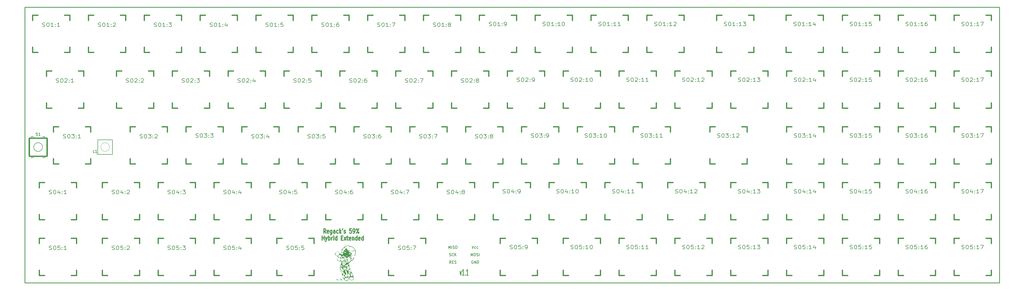
<source format=gto>
G04 (created by PCBNEW (2013-02-13 BZR 3947)-testing) date 2016.01.05 20:59:58*
%MOIN*%
G04 Gerber Fmt 3.4, Leading zero omitted, Abs format*
%FSLAX34Y34*%
G01*
G70*
G90*
G04 APERTURE LIST*
%ADD10C,0.08*%
%ADD11C,0.00625197*%
%ADD12C,0.009*%
%ADD13C,0.011811*%
%ADD14C,0.015*%
%ADD15C,0.0001*%
%ADD16C,0.0079*%
%ADD17C,0.005*%
%ADD18C,0.0025*%
%ADD19C,0.008*%
%ADD20C,0.00590551*%
G04 APERTURE END LIST*
G54D10*
G54D11*
X9564Y-19689D02*
X9389Y-19689D01*
X9389Y-19321D01*
X9880Y-19689D02*
X9669Y-19689D01*
X9774Y-19689D02*
X9774Y-19321D01*
X9739Y-19374D01*
X9704Y-19409D01*
X9669Y-19427D01*
G54D12*
X100976Y-37191D02*
X131076Y-37191D01*
X100976Y-141D02*
X131076Y-141D01*
G54D13*
X40615Y-30530D02*
X40457Y-30248D01*
X40345Y-30530D02*
X40345Y-29939D01*
X40525Y-29939D01*
X40570Y-29967D01*
X40592Y-29995D01*
X40615Y-30051D01*
X40615Y-30136D01*
X40592Y-30192D01*
X40570Y-30220D01*
X40525Y-30248D01*
X40345Y-30248D01*
X40997Y-30501D02*
X40952Y-30530D01*
X40862Y-30530D01*
X40817Y-30501D01*
X40795Y-30445D01*
X40795Y-30220D01*
X40817Y-30164D01*
X40862Y-30136D01*
X40952Y-30136D01*
X40997Y-30164D01*
X41019Y-30220D01*
X41019Y-30276D01*
X40795Y-30333D01*
X41424Y-30136D02*
X41424Y-30614D01*
X41402Y-30670D01*
X41379Y-30698D01*
X41334Y-30726D01*
X41267Y-30726D01*
X41222Y-30698D01*
X41424Y-30501D02*
X41379Y-30530D01*
X41289Y-30530D01*
X41244Y-30501D01*
X41222Y-30473D01*
X41199Y-30417D01*
X41199Y-30248D01*
X41222Y-30192D01*
X41244Y-30164D01*
X41289Y-30136D01*
X41379Y-30136D01*
X41424Y-30164D01*
X41852Y-30530D02*
X41852Y-30220D01*
X41829Y-30164D01*
X41784Y-30136D01*
X41694Y-30136D01*
X41649Y-30164D01*
X41852Y-30501D02*
X41807Y-30530D01*
X41694Y-30530D01*
X41649Y-30501D01*
X41627Y-30445D01*
X41627Y-30389D01*
X41649Y-30333D01*
X41694Y-30305D01*
X41807Y-30305D01*
X41852Y-30276D01*
X42279Y-30501D02*
X42234Y-30530D01*
X42144Y-30530D01*
X42099Y-30501D01*
X42077Y-30473D01*
X42054Y-30417D01*
X42054Y-30248D01*
X42077Y-30192D01*
X42099Y-30164D01*
X42144Y-30136D01*
X42234Y-30136D01*
X42279Y-30164D01*
X42482Y-30530D02*
X42482Y-29939D01*
X42527Y-30305D02*
X42662Y-30530D01*
X42662Y-30136D02*
X42482Y-30361D01*
X42887Y-29939D02*
X42842Y-30051D01*
X43067Y-30501D02*
X43112Y-30530D01*
X43202Y-30530D01*
X43247Y-30501D01*
X43269Y-30445D01*
X43269Y-30417D01*
X43247Y-30361D01*
X43202Y-30333D01*
X43134Y-30333D01*
X43089Y-30305D01*
X43067Y-30248D01*
X43067Y-30220D01*
X43089Y-30164D01*
X43134Y-30136D01*
X43202Y-30136D01*
X43247Y-30164D01*
X44057Y-29939D02*
X43832Y-29939D01*
X43809Y-30220D01*
X43832Y-30192D01*
X43877Y-30164D01*
X43989Y-30164D01*
X44034Y-30192D01*
X44057Y-30220D01*
X44079Y-30276D01*
X44079Y-30417D01*
X44057Y-30473D01*
X44034Y-30501D01*
X43989Y-30530D01*
X43877Y-30530D01*
X43832Y-30501D01*
X43809Y-30473D01*
X44304Y-30530D02*
X44394Y-30530D01*
X44439Y-30501D01*
X44462Y-30473D01*
X44507Y-30389D01*
X44529Y-30276D01*
X44529Y-30051D01*
X44507Y-29995D01*
X44484Y-29967D01*
X44439Y-29939D01*
X44349Y-29939D01*
X44304Y-29967D01*
X44282Y-29995D01*
X44259Y-30051D01*
X44259Y-30192D01*
X44282Y-30248D01*
X44304Y-30276D01*
X44349Y-30305D01*
X44439Y-30305D01*
X44484Y-30276D01*
X44507Y-30248D01*
X44529Y-30192D01*
X44709Y-30530D02*
X45069Y-29939D01*
X44777Y-29939D02*
X44822Y-29967D01*
X44844Y-30023D01*
X44822Y-30080D01*
X44777Y-30108D01*
X44732Y-30080D01*
X44709Y-30023D01*
X44732Y-29967D01*
X44777Y-29939D01*
X45046Y-30501D02*
X45069Y-30445D01*
X45046Y-30389D01*
X45001Y-30361D01*
X44956Y-30389D01*
X44934Y-30445D01*
X44956Y-30501D01*
X45001Y-30530D01*
X45046Y-30501D01*
X40108Y-31474D02*
X40108Y-30884D01*
X40108Y-31165D02*
X40378Y-31165D01*
X40378Y-31474D02*
X40378Y-30884D01*
X40558Y-31081D02*
X40671Y-31474D01*
X40783Y-31081D02*
X40671Y-31474D01*
X40626Y-31615D01*
X40603Y-31643D01*
X40558Y-31671D01*
X40963Y-31474D02*
X40963Y-30884D01*
X40963Y-31109D02*
X41008Y-31081D01*
X41098Y-31081D01*
X41143Y-31109D01*
X41166Y-31137D01*
X41188Y-31193D01*
X41188Y-31362D01*
X41166Y-31418D01*
X41143Y-31446D01*
X41098Y-31474D01*
X41008Y-31474D01*
X40963Y-31446D01*
X41391Y-31474D02*
X41391Y-31081D01*
X41391Y-31193D02*
X41413Y-31137D01*
X41436Y-31109D01*
X41481Y-31081D01*
X41526Y-31081D01*
X41683Y-31474D02*
X41683Y-31081D01*
X41683Y-30884D02*
X41661Y-30912D01*
X41683Y-30940D01*
X41706Y-30912D01*
X41683Y-30884D01*
X41683Y-30940D01*
X42111Y-31474D02*
X42111Y-30884D01*
X42111Y-31446D02*
X42066Y-31474D01*
X41976Y-31474D01*
X41931Y-31446D01*
X41908Y-31418D01*
X41886Y-31362D01*
X41886Y-31193D01*
X41908Y-31137D01*
X41931Y-31109D01*
X41976Y-31081D01*
X42066Y-31081D01*
X42111Y-31109D01*
X42696Y-31165D02*
X42853Y-31165D01*
X42920Y-31474D02*
X42696Y-31474D01*
X42696Y-30884D01*
X42920Y-30884D01*
X43078Y-31474D02*
X43325Y-31081D01*
X43078Y-31081D02*
X43325Y-31474D01*
X43438Y-31081D02*
X43618Y-31081D01*
X43505Y-30884D02*
X43505Y-31390D01*
X43528Y-31446D01*
X43573Y-31474D01*
X43618Y-31474D01*
X43955Y-31446D02*
X43910Y-31474D01*
X43820Y-31474D01*
X43775Y-31446D01*
X43753Y-31390D01*
X43753Y-31165D01*
X43775Y-31109D01*
X43820Y-31081D01*
X43910Y-31081D01*
X43955Y-31109D01*
X43978Y-31165D01*
X43978Y-31221D01*
X43753Y-31278D01*
X44180Y-31081D02*
X44180Y-31474D01*
X44180Y-31137D02*
X44203Y-31109D01*
X44248Y-31081D01*
X44315Y-31081D01*
X44360Y-31109D01*
X44383Y-31165D01*
X44383Y-31474D01*
X44810Y-31474D02*
X44810Y-30884D01*
X44810Y-31446D02*
X44765Y-31474D01*
X44675Y-31474D01*
X44630Y-31446D01*
X44608Y-31418D01*
X44585Y-31362D01*
X44585Y-31193D01*
X44608Y-31137D01*
X44630Y-31109D01*
X44675Y-31081D01*
X44765Y-31081D01*
X44810Y-31109D01*
X45215Y-31446D02*
X45170Y-31474D01*
X45080Y-31474D01*
X45035Y-31446D01*
X45013Y-31390D01*
X45013Y-31165D01*
X45035Y-31109D01*
X45080Y-31081D01*
X45170Y-31081D01*
X45215Y-31109D01*
X45238Y-31165D01*
X45238Y-31221D01*
X45013Y-31278D01*
X45643Y-31474D02*
X45643Y-30884D01*
X45643Y-31446D02*
X45598Y-31474D01*
X45508Y-31474D01*
X45463Y-31446D01*
X45440Y-31418D01*
X45418Y-31362D01*
X45418Y-31193D01*
X45440Y-31137D01*
X45463Y-31109D01*
X45508Y-31081D01*
X45598Y-31081D01*
X45643Y-31109D01*
G54D12*
X58613Y-35634D02*
X58707Y-36159D01*
X58801Y-35634D01*
X59157Y-36159D02*
X58932Y-36159D01*
X59044Y-36159D02*
X59044Y-35372D01*
X59007Y-35484D01*
X58969Y-35559D01*
X58932Y-35597D01*
X59325Y-36084D02*
X59344Y-36122D01*
X59325Y-36159D01*
X59307Y-36122D01*
X59325Y-36084D01*
X59325Y-36159D01*
X59719Y-36159D02*
X59494Y-36159D01*
X59607Y-36159D02*
X59607Y-35372D01*
X59569Y-35484D01*
X59532Y-35559D01*
X59494Y-35597D01*
X176Y-37191D02*
X176Y-141D01*
X100976Y-37191D02*
X176Y-37191D01*
X131076Y-141D02*
X131076Y-37191D01*
X176Y-141D02*
X100976Y-141D01*
G54D14*
X9026Y-21191D02*
X8326Y-21191D01*
X4726Y-21191D02*
X4026Y-21191D01*
X4026Y-21191D02*
X4026Y-20491D01*
X4026Y-16891D02*
X4026Y-16191D01*
X4026Y-16191D02*
X4726Y-16191D01*
X8326Y-16191D02*
X9026Y-16191D01*
X9026Y-16191D02*
X9026Y-16891D01*
X9026Y-20491D02*
X9026Y-21191D01*
X97176Y-21191D02*
X96476Y-21191D01*
X92876Y-21191D02*
X92176Y-21191D01*
X92176Y-21191D02*
X92176Y-20491D01*
X92176Y-16891D02*
X92176Y-16191D01*
X92176Y-16191D02*
X92876Y-16191D01*
X96476Y-16191D02*
X97176Y-16191D01*
X97176Y-16191D02*
X97176Y-16891D01*
X97176Y-20491D02*
X97176Y-21191D01*
X8076Y-13691D02*
X7376Y-13691D01*
X3776Y-13691D02*
X3076Y-13691D01*
X3076Y-13691D02*
X3076Y-12991D01*
X3076Y-9391D02*
X3076Y-8691D01*
X3076Y-8691D02*
X3776Y-8691D01*
X7376Y-8691D02*
X8076Y-8691D01*
X8076Y-8691D02*
X8076Y-9391D01*
X8076Y-12991D02*
X8076Y-13691D01*
X98076Y-6191D02*
X97376Y-6191D01*
X93776Y-6191D02*
X93076Y-6191D01*
X93076Y-6191D02*
X93076Y-5491D01*
X93076Y-1891D02*
X93076Y-1191D01*
X93076Y-1191D02*
X93776Y-1191D01*
X97376Y-1191D02*
X98076Y-1191D01*
X98076Y-1191D02*
X98076Y-1891D01*
X98076Y-5491D02*
X98076Y-6191D01*
X69026Y-36191D02*
X68326Y-36191D01*
X64726Y-36191D02*
X64026Y-36191D01*
X64026Y-36191D02*
X64026Y-35491D01*
X64026Y-31891D02*
X64026Y-31191D01*
X64026Y-31191D02*
X64726Y-31191D01*
X68326Y-31191D02*
X69026Y-31191D01*
X69026Y-31191D02*
X69026Y-31891D01*
X69026Y-35491D02*
X69026Y-36191D01*
X7126Y-28691D02*
X6426Y-28691D01*
X2826Y-28691D02*
X2126Y-28691D01*
X2126Y-28691D02*
X2126Y-27991D01*
X2126Y-24391D02*
X2126Y-23691D01*
X2126Y-23691D02*
X2826Y-23691D01*
X6426Y-23691D02*
X7126Y-23691D01*
X7126Y-23691D02*
X7126Y-24391D01*
X7126Y-27991D02*
X7126Y-28691D01*
X39026Y-36191D02*
X38326Y-36191D01*
X34726Y-36191D02*
X34026Y-36191D01*
X34026Y-36191D02*
X34026Y-35491D01*
X34026Y-31891D02*
X34026Y-31191D01*
X34026Y-31191D02*
X34726Y-31191D01*
X38326Y-31191D02*
X39026Y-31191D01*
X39026Y-31191D02*
X39026Y-31891D01*
X39026Y-35491D02*
X39026Y-36191D01*
X91526Y-28691D02*
X90826Y-28691D01*
X87226Y-28691D02*
X86526Y-28691D01*
X86526Y-28691D02*
X86526Y-27991D01*
X86526Y-24391D02*
X86526Y-23691D01*
X86526Y-23691D02*
X87226Y-23691D01*
X90826Y-23691D02*
X91526Y-23691D01*
X91526Y-23691D02*
X91526Y-24391D01*
X91526Y-27991D02*
X91526Y-28691D01*
X7126Y-36191D02*
X6426Y-36191D01*
X2826Y-36191D02*
X2126Y-36191D01*
X2126Y-36191D02*
X2126Y-35491D01*
X2126Y-31891D02*
X2126Y-31191D01*
X2126Y-31191D02*
X2826Y-31191D01*
X6426Y-31191D02*
X7126Y-31191D01*
X7126Y-31191D02*
X7126Y-31891D01*
X7126Y-35491D02*
X7126Y-36191D01*
X84976Y-13691D02*
X84276Y-13691D01*
X80676Y-13691D02*
X79976Y-13691D01*
X79976Y-13691D02*
X79976Y-12991D01*
X79976Y-9391D02*
X79976Y-8691D01*
X79976Y-8691D02*
X80676Y-8691D01*
X84276Y-8691D02*
X84976Y-8691D01*
X84976Y-8691D02*
X84976Y-9391D01*
X84976Y-12991D02*
X84976Y-13691D01*
X47476Y-13691D02*
X46776Y-13691D01*
X43176Y-13691D02*
X42476Y-13691D01*
X42476Y-13691D02*
X42476Y-12991D01*
X42476Y-9391D02*
X42476Y-8691D01*
X42476Y-8691D02*
X43176Y-8691D01*
X46776Y-8691D02*
X47476Y-8691D01*
X47476Y-8691D02*
X47476Y-9391D01*
X47476Y-12991D02*
X47476Y-13691D01*
X54976Y-13691D02*
X54276Y-13691D01*
X50676Y-13691D02*
X49976Y-13691D01*
X49976Y-13691D02*
X49976Y-12991D01*
X49976Y-9391D02*
X49976Y-8691D01*
X49976Y-8691D02*
X50676Y-8691D01*
X54276Y-8691D02*
X54976Y-8691D01*
X54976Y-8691D02*
X54976Y-9391D01*
X54976Y-12991D02*
X54976Y-13691D01*
X62476Y-13691D02*
X61776Y-13691D01*
X58176Y-13691D02*
X57476Y-13691D01*
X57476Y-13691D02*
X57476Y-12991D01*
X57476Y-9391D02*
X57476Y-8691D01*
X57476Y-8691D02*
X58176Y-8691D01*
X61776Y-8691D02*
X62476Y-8691D01*
X62476Y-8691D02*
X62476Y-9391D01*
X62476Y-12991D02*
X62476Y-13691D01*
X69976Y-13691D02*
X69276Y-13691D01*
X65676Y-13691D02*
X64976Y-13691D01*
X64976Y-13691D02*
X64976Y-12991D01*
X64976Y-9391D02*
X64976Y-8691D01*
X64976Y-8691D02*
X65676Y-8691D01*
X69276Y-8691D02*
X69976Y-8691D01*
X69976Y-8691D02*
X69976Y-9391D01*
X69976Y-12991D02*
X69976Y-13691D01*
X77476Y-13691D02*
X76776Y-13691D01*
X73176Y-13691D02*
X72476Y-13691D01*
X72476Y-13691D02*
X72476Y-12991D01*
X72476Y-9391D02*
X72476Y-8691D01*
X72476Y-8691D02*
X73176Y-8691D01*
X76776Y-8691D02*
X77476Y-8691D01*
X77476Y-8691D02*
X77476Y-9391D01*
X77476Y-12991D02*
X77476Y-13691D01*
X26826Y-21191D02*
X26126Y-21191D01*
X22526Y-21191D02*
X21826Y-21191D01*
X21826Y-21191D02*
X21826Y-20491D01*
X21826Y-16891D02*
X21826Y-16191D01*
X21826Y-16191D02*
X22526Y-16191D01*
X26126Y-16191D02*
X26826Y-16191D01*
X26826Y-16191D02*
X26826Y-16891D01*
X26826Y-20491D02*
X26826Y-21191D01*
X92476Y-13691D02*
X91776Y-13691D01*
X88176Y-13691D02*
X87476Y-13691D01*
X87476Y-13691D02*
X87476Y-12991D01*
X87476Y-9391D02*
X87476Y-8691D01*
X87476Y-8691D02*
X88176Y-8691D01*
X91776Y-8691D02*
X92476Y-8691D01*
X92476Y-8691D02*
X92476Y-9391D01*
X92476Y-12991D02*
X92476Y-13691D01*
X99976Y-13691D02*
X99276Y-13691D01*
X95676Y-13691D02*
X94976Y-13691D01*
X94976Y-13691D02*
X94976Y-12991D01*
X94976Y-9391D02*
X94976Y-8691D01*
X94976Y-8691D02*
X95676Y-8691D01*
X99276Y-8691D02*
X99976Y-8691D01*
X99976Y-8691D02*
X99976Y-9391D01*
X99976Y-12991D02*
X99976Y-13691D01*
X19326Y-21191D02*
X18626Y-21191D01*
X15026Y-21191D02*
X14326Y-21191D01*
X14326Y-21191D02*
X14326Y-20491D01*
X14326Y-16891D02*
X14326Y-16191D01*
X14326Y-16191D02*
X15026Y-16191D01*
X18626Y-16191D02*
X19326Y-16191D01*
X19326Y-16191D02*
X19326Y-16891D01*
X19326Y-20491D02*
X19326Y-21191D01*
X13726Y-6191D02*
X13026Y-6191D01*
X9426Y-6191D02*
X8726Y-6191D01*
X8726Y-6191D02*
X8726Y-5491D01*
X8726Y-1891D02*
X8726Y-1191D01*
X8726Y-1191D02*
X9426Y-1191D01*
X13026Y-1191D02*
X13726Y-1191D01*
X13726Y-1191D02*
X13726Y-1891D01*
X13726Y-5491D02*
X13726Y-6191D01*
X39976Y-13691D02*
X39276Y-13691D01*
X35676Y-13691D02*
X34976Y-13691D01*
X34976Y-13691D02*
X34976Y-12991D01*
X34976Y-9391D02*
X34976Y-8691D01*
X34976Y-8691D02*
X35676Y-8691D01*
X39276Y-8691D02*
X39976Y-8691D01*
X39976Y-8691D02*
X39976Y-9391D01*
X39976Y-12991D02*
X39976Y-13691D01*
X32476Y-13691D02*
X31776Y-13691D01*
X28176Y-13691D02*
X27476Y-13691D01*
X27476Y-13691D02*
X27476Y-12991D01*
X27476Y-9391D02*
X27476Y-8691D01*
X27476Y-8691D02*
X28176Y-8691D01*
X31776Y-8691D02*
X32476Y-8691D01*
X32476Y-8691D02*
X32476Y-9391D01*
X32476Y-12991D02*
X32476Y-13691D01*
X24976Y-13691D02*
X24276Y-13691D01*
X20676Y-13691D02*
X19976Y-13691D01*
X19976Y-13691D02*
X19976Y-12991D01*
X19976Y-9391D02*
X19976Y-8691D01*
X19976Y-8691D02*
X20676Y-8691D01*
X24276Y-8691D02*
X24976Y-8691D01*
X24976Y-8691D02*
X24976Y-9391D01*
X24976Y-12991D02*
X24976Y-13691D01*
X17476Y-13691D02*
X16776Y-13691D01*
X13176Y-13691D02*
X12476Y-13691D01*
X12476Y-13691D02*
X12476Y-12991D01*
X12476Y-9391D02*
X12476Y-8691D01*
X12476Y-8691D02*
X13176Y-8691D01*
X16776Y-8691D02*
X17476Y-8691D01*
X17476Y-8691D02*
X17476Y-9391D01*
X17476Y-12991D02*
X17476Y-13691D01*
X88726Y-6191D02*
X88026Y-6191D01*
X84426Y-6191D02*
X83726Y-6191D01*
X83726Y-6191D02*
X83726Y-5491D01*
X83726Y-1891D02*
X83726Y-1191D01*
X83726Y-1191D02*
X84426Y-1191D01*
X88026Y-1191D02*
X88726Y-1191D01*
X88726Y-1191D02*
X88726Y-1891D01*
X88726Y-5491D02*
X88726Y-6191D01*
X81226Y-6191D02*
X80526Y-6191D01*
X76926Y-6191D02*
X76226Y-6191D01*
X76226Y-6191D02*
X76226Y-5491D01*
X76226Y-1891D02*
X76226Y-1191D01*
X76226Y-1191D02*
X76926Y-1191D01*
X80526Y-1191D02*
X81226Y-1191D01*
X81226Y-1191D02*
X81226Y-1891D01*
X81226Y-5491D02*
X81226Y-6191D01*
X73726Y-6191D02*
X73026Y-6191D01*
X69426Y-6191D02*
X68726Y-6191D01*
X68726Y-6191D02*
X68726Y-5491D01*
X68726Y-1891D02*
X68726Y-1191D01*
X68726Y-1191D02*
X69426Y-1191D01*
X73026Y-1191D02*
X73726Y-1191D01*
X73726Y-1191D02*
X73726Y-1891D01*
X73726Y-5491D02*
X73726Y-6191D01*
X58726Y-6191D02*
X58026Y-6191D01*
X54426Y-6191D02*
X53726Y-6191D01*
X53726Y-6191D02*
X53726Y-5491D01*
X53726Y-1891D02*
X53726Y-1191D01*
X53726Y-1191D02*
X54426Y-1191D01*
X58026Y-1191D02*
X58726Y-1191D01*
X58726Y-1191D02*
X58726Y-1891D01*
X58726Y-5491D02*
X58726Y-6191D01*
X43726Y-6191D02*
X43026Y-6191D01*
X39426Y-6191D02*
X38726Y-6191D01*
X38726Y-6191D02*
X38726Y-5491D01*
X38726Y-1891D02*
X38726Y-1191D01*
X38726Y-1191D02*
X39426Y-1191D01*
X43026Y-1191D02*
X43726Y-1191D01*
X43726Y-1191D02*
X43726Y-1891D01*
X43726Y-5491D02*
X43726Y-6191D01*
X36226Y-6191D02*
X35526Y-6191D01*
X31926Y-6191D02*
X31226Y-6191D01*
X31226Y-6191D02*
X31226Y-5491D01*
X31226Y-1891D02*
X31226Y-1191D01*
X31226Y-1191D02*
X31926Y-1191D01*
X35526Y-1191D02*
X36226Y-1191D01*
X36226Y-1191D02*
X36226Y-1891D01*
X36226Y-5491D02*
X36226Y-6191D01*
X28726Y-6191D02*
X28026Y-6191D01*
X24426Y-6191D02*
X23726Y-6191D01*
X23726Y-6191D02*
X23726Y-5491D01*
X23726Y-1891D02*
X23726Y-1191D01*
X23726Y-1191D02*
X24426Y-1191D01*
X28026Y-1191D02*
X28726Y-1191D01*
X28726Y-1191D02*
X28726Y-1891D01*
X28726Y-5491D02*
X28726Y-6191D01*
X21226Y-6191D02*
X20526Y-6191D01*
X16926Y-6191D02*
X16226Y-6191D01*
X16226Y-6191D02*
X16226Y-5491D01*
X16226Y-1891D02*
X16226Y-1191D01*
X16226Y-1191D02*
X16926Y-1191D01*
X20526Y-1191D02*
X21226Y-1191D01*
X21226Y-1191D02*
X21226Y-1891D01*
X21226Y-5491D02*
X21226Y-6191D01*
X77476Y-36191D02*
X76776Y-36191D01*
X73176Y-36191D02*
X72476Y-36191D01*
X72476Y-36191D02*
X72476Y-35491D01*
X72476Y-31891D02*
X72476Y-31191D01*
X72476Y-31191D02*
X73176Y-31191D01*
X76776Y-31191D02*
X77476Y-31191D01*
X77476Y-31191D02*
X77476Y-31891D01*
X77476Y-35491D02*
X77476Y-36191D01*
X68076Y-28691D02*
X67376Y-28691D01*
X63776Y-28691D02*
X63076Y-28691D01*
X63076Y-28691D02*
X63076Y-27991D01*
X63076Y-24391D02*
X63076Y-23691D01*
X63076Y-23691D02*
X63776Y-23691D01*
X67376Y-23691D02*
X68076Y-23691D01*
X68076Y-23691D02*
X68076Y-24391D01*
X68076Y-27991D02*
X68076Y-28691D01*
X6226Y-6191D02*
X5526Y-6191D01*
X1926Y-6191D02*
X1226Y-6191D01*
X1226Y-6191D02*
X1226Y-5491D01*
X1226Y-1891D02*
X1226Y-1191D01*
X1226Y-1191D02*
X1926Y-1191D01*
X5526Y-1191D02*
X6226Y-1191D01*
X6226Y-1191D02*
X6226Y-1891D01*
X6226Y-5491D02*
X6226Y-6191D01*
X51226Y-6191D02*
X50526Y-6191D01*
X46926Y-6191D02*
X46226Y-6191D01*
X46226Y-6191D02*
X46226Y-5491D01*
X46226Y-1891D02*
X46226Y-1191D01*
X46226Y-1191D02*
X46926Y-1191D01*
X50526Y-1191D02*
X51226Y-1191D01*
X51226Y-1191D02*
X51226Y-1891D01*
X51226Y-5491D02*
X51226Y-6191D01*
X66226Y-6191D02*
X65526Y-6191D01*
X61926Y-6191D02*
X61226Y-6191D01*
X61226Y-6191D02*
X61226Y-5491D01*
X61226Y-1891D02*
X61226Y-1191D01*
X61226Y-1191D02*
X61926Y-1191D01*
X65526Y-1191D02*
X66226Y-1191D01*
X66226Y-1191D02*
X66226Y-1891D01*
X66226Y-5491D02*
X66226Y-6191D01*
X99976Y-28691D02*
X99276Y-28691D01*
X95676Y-28691D02*
X94976Y-28691D01*
X94976Y-28691D02*
X94976Y-27991D01*
X94976Y-24391D02*
X94976Y-23691D01*
X94976Y-23691D02*
X95676Y-23691D01*
X99276Y-23691D02*
X99976Y-23691D01*
X99976Y-23691D02*
X99976Y-24391D01*
X99976Y-27991D02*
X99976Y-28691D01*
X99976Y-36191D02*
X99276Y-36191D01*
X95676Y-36191D02*
X94976Y-36191D01*
X94976Y-36191D02*
X94976Y-35491D01*
X94976Y-31891D02*
X94976Y-31191D01*
X94976Y-31191D02*
X95676Y-31191D01*
X99276Y-31191D02*
X99976Y-31191D01*
X99976Y-31191D02*
X99976Y-31891D01*
X99976Y-35491D02*
X99976Y-36191D01*
X30576Y-36191D02*
X29876Y-36191D01*
X26276Y-36191D02*
X25576Y-36191D01*
X25576Y-36191D02*
X25576Y-35491D01*
X25576Y-31891D02*
X25576Y-31191D01*
X25576Y-31191D02*
X26276Y-31191D01*
X29876Y-31191D02*
X30576Y-31191D01*
X30576Y-31191D02*
X30576Y-31891D01*
X30576Y-35491D02*
X30576Y-36191D01*
X92476Y-36191D02*
X91776Y-36191D01*
X88176Y-36191D02*
X87476Y-36191D01*
X87476Y-36191D02*
X87476Y-35491D01*
X87476Y-31891D02*
X87476Y-31191D01*
X87476Y-31191D02*
X88176Y-31191D01*
X91776Y-31191D02*
X92476Y-31191D01*
X92476Y-31191D02*
X92476Y-31891D01*
X92476Y-35491D02*
X92476Y-36191D01*
X30576Y-28691D02*
X29876Y-28691D01*
X26276Y-28691D02*
X25576Y-28691D01*
X25576Y-28691D02*
X25576Y-27991D01*
X25576Y-24391D02*
X25576Y-23691D01*
X25576Y-23691D02*
X26276Y-23691D01*
X29876Y-23691D02*
X30576Y-23691D01*
X30576Y-23691D02*
X30576Y-24391D01*
X30576Y-27991D02*
X30576Y-28691D01*
X84976Y-36191D02*
X84276Y-36191D01*
X80676Y-36191D02*
X79976Y-36191D01*
X79976Y-36191D02*
X79976Y-35491D01*
X79976Y-31891D02*
X79976Y-31191D01*
X79976Y-31191D02*
X80676Y-31191D01*
X84276Y-31191D02*
X84976Y-31191D01*
X84976Y-31191D02*
X84976Y-31891D01*
X84976Y-35491D02*
X84976Y-36191D01*
X23076Y-36191D02*
X22376Y-36191D01*
X18776Y-36191D02*
X18076Y-36191D01*
X18076Y-36191D02*
X18076Y-35491D01*
X18076Y-31891D02*
X18076Y-31191D01*
X18076Y-31191D02*
X18776Y-31191D01*
X22376Y-31191D02*
X23076Y-31191D01*
X23076Y-31191D02*
X23076Y-31891D01*
X23076Y-35491D02*
X23076Y-36191D01*
X15576Y-36191D02*
X14876Y-36191D01*
X11276Y-36191D02*
X10576Y-36191D01*
X10576Y-36191D02*
X10576Y-35491D01*
X10576Y-31891D02*
X10576Y-31191D01*
X10576Y-31191D02*
X11276Y-31191D01*
X14876Y-31191D02*
X15576Y-31191D01*
X15576Y-31191D02*
X15576Y-31891D01*
X15576Y-35491D02*
X15576Y-36191D01*
X83076Y-28691D02*
X82376Y-28691D01*
X78776Y-28691D02*
X78076Y-28691D01*
X78076Y-28691D02*
X78076Y-27991D01*
X78076Y-24391D02*
X78076Y-23691D01*
X78076Y-23691D02*
X78776Y-23691D01*
X82376Y-23691D02*
X83076Y-23691D01*
X83076Y-23691D02*
X83076Y-24391D01*
X83076Y-27991D02*
X83076Y-28691D01*
X75576Y-28691D02*
X74876Y-28691D01*
X71276Y-28691D02*
X70576Y-28691D01*
X70576Y-28691D02*
X70576Y-27991D01*
X70576Y-24391D02*
X70576Y-23691D01*
X70576Y-23691D02*
X71276Y-23691D01*
X74876Y-23691D02*
X75576Y-23691D01*
X75576Y-23691D02*
X75576Y-24391D01*
X75576Y-27991D02*
X75576Y-28691D01*
X34326Y-21191D02*
X33626Y-21191D01*
X30026Y-21191D02*
X29326Y-21191D01*
X29326Y-21191D02*
X29326Y-20491D01*
X29326Y-16891D02*
X29326Y-16191D01*
X29326Y-16191D02*
X30026Y-16191D01*
X33626Y-16191D02*
X34326Y-16191D01*
X34326Y-16191D02*
X34326Y-16891D01*
X34326Y-20491D02*
X34326Y-21191D01*
X60576Y-28691D02*
X59876Y-28691D01*
X56276Y-28691D02*
X55576Y-28691D01*
X55576Y-28691D02*
X55576Y-27991D01*
X55576Y-24391D02*
X55576Y-23691D01*
X55576Y-23691D02*
X56276Y-23691D01*
X59876Y-23691D02*
X60576Y-23691D01*
X60576Y-23691D02*
X60576Y-24391D01*
X60576Y-27991D02*
X60576Y-28691D01*
X53076Y-28691D02*
X52376Y-28691D01*
X48776Y-28691D02*
X48076Y-28691D01*
X48076Y-28691D02*
X48076Y-27991D01*
X48076Y-24391D02*
X48076Y-23691D01*
X48076Y-23691D02*
X48776Y-23691D01*
X52376Y-23691D02*
X53076Y-23691D01*
X53076Y-23691D02*
X53076Y-24391D01*
X53076Y-27991D02*
X53076Y-28691D01*
X45576Y-28691D02*
X44876Y-28691D01*
X41276Y-28691D02*
X40576Y-28691D01*
X40576Y-28691D02*
X40576Y-27991D01*
X40576Y-24391D02*
X40576Y-23691D01*
X40576Y-23691D02*
X41276Y-23691D01*
X44876Y-23691D02*
X45576Y-23691D01*
X45576Y-23691D02*
X45576Y-24391D01*
X45576Y-27991D02*
X45576Y-28691D01*
X38076Y-28691D02*
X37376Y-28691D01*
X33776Y-28691D02*
X33076Y-28691D01*
X33076Y-28691D02*
X33076Y-27991D01*
X33076Y-24391D02*
X33076Y-23691D01*
X33076Y-23691D02*
X33776Y-23691D01*
X37376Y-23691D02*
X38076Y-23691D01*
X38076Y-23691D02*
X38076Y-24391D01*
X38076Y-27991D02*
X38076Y-28691D01*
X23076Y-28691D02*
X22376Y-28691D01*
X18776Y-28691D02*
X18076Y-28691D01*
X18076Y-28691D02*
X18076Y-27991D01*
X18076Y-24391D02*
X18076Y-23691D01*
X18076Y-23691D02*
X18776Y-23691D01*
X22376Y-23691D02*
X23076Y-23691D01*
X23076Y-23691D02*
X23076Y-24391D01*
X23076Y-27991D02*
X23076Y-28691D01*
X15576Y-28691D02*
X14876Y-28691D01*
X11276Y-28691D02*
X10576Y-28691D01*
X10576Y-28691D02*
X10576Y-27991D01*
X10576Y-24391D02*
X10576Y-23691D01*
X10576Y-23691D02*
X11276Y-23691D01*
X14876Y-23691D02*
X15576Y-23691D01*
X15576Y-23691D02*
X15576Y-24391D01*
X15576Y-27991D02*
X15576Y-28691D01*
X86876Y-21191D02*
X86176Y-21191D01*
X82576Y-21191D02*
X81876Y-21191D01*
X81876Y-21191D02*
X81876Y-20491D01*
X81876Y-16891D02*
X81876Y-16191D01*
X81876Y-16191D02*
X82576Y-16191D01*
X86176Y-16191D02*
X86876Y-16191D01*
X86876Y-16191D02*
X86876Y-16891D01*
X86876Y-20491D02*
X86876Y-21191D01*
X79376Y-21191D02*
X78676Y-21191D01*
X75076Y-21191D02*
X74376Y-21191D01*
X74376Y-21191D02*
X74376Y-20491D01*
X74376Y-16891D02*
X74376Y-16191D01*
X74376Y-16191D02*
X75076Y-16191D01*
X78676Y-16191D02*
X79376Y-16191D01*
X79376Y-16191D02*
X79376Y-16891D01*
X79376Y-20491D02*
X79376Y-21191D01*
X71876Y-21191D02*
X71176Y-21191D01*
X67576Y-21191D02*
X66876Y-21191D01*
X66876Y-21191D02*
X66876Y-20491D01*
X66876Y-16891D02*
X66876Y-16191D01*
X66876Y-16191D02*
X67576Y-16191D01*
X71176Y-16191D02*
X71876Y-16191D01*
X71876Y-16191D02*
X71876Y-16891D01*
X71876Y-20491D02*
X71876Y-21191D01*
X64376Y-21191D02*
X63676Y-21191D01*
X60076Y-21191D02*
X59376Y-21191D01*
X59376Y-21191D02*
X59376Y-20491D01*
X59376Y-16891D02*
X59376Y-16191D01*
X59376Y-16191D02*
X60076Y-16191D01*
X63676Y-16191D02*
X64376Y-16191D01*
X64376Y-16191D02*
X64376Y-16891D01*
X64376Y-20491D02*
X64376Y-21191D01*
X56876Y-21191D02*
X56176Y-21191D01*
X52576Y-21191D02*
X51876Y-21191D01*
X51876Y-21191D02*
X51876Y-20491D01*
X51876Y-16891D02*
X51876Y-16191D01*
X51876Y-16191D02*
X52576Y-16191D01*
X56176Y-16191D02*
X56876Y-16191D01*
X56876Y-16191D02*
X56876Y-16891D01*
X56876Y-20491D02*
X56876Y-21191D01*
X49376Y-21191D02*
X48676Y-21191D01*
X45076Y-21191D02*
X44376Y-21191D01*
X44376Y-21191D02*
X44376Y-20491D01*
X44376Y-16891D02*
X44376Y-16191D01*
X44376Y-16191D02*
X45076Y-16191D01*
X48676Y-16191D02*
X49376Y-16191D01*
X49376Y-16191D02*
X49376Y-16891D01*
X49376Y-20491D02*
X49376Y-21191D01*
X41876Y-21191D02*
X41176Y-21191D01*
X37576Y-21191D02*
X36876Y-21191D01*
X36876Y-21191D02*
X36876Y-20491D01*
X36876Y-16891D02*
X36876Y-16191D01*
X36876Y-16191D02*
X37576Y-16191D01*
X41176Y-16191D02*
X41876Y-16191D01*
X41876Y-16191D02*
X41876Y-16891D01*
X41876Y-20491D02*
X41876Y-21191D01*
X54026Y-36191D02*
X53326Y-36191D01*
X49726Y-36191D02*
X49026Y-36191D01*
X49026Y-36191D02*
X49026Y-35491D01*
X49026Y-31891D02*
X49026Y-31191D01*
X49026Y-31191D02*
X49726Y-31191D01*
X53326Y-31191D02*
X54026Y-31191D01*
X54026Y-31191D02*
X54026Y-31891D01*
X54026Y-35491D02*
X54026Y-36191D01*
G54D15*
G36*
X44432Y-33673D02*
X44428Y-33726D01*
X44420Y-33791D01*
X44405Y-33889D01*
X44388Y-33957D01*
X44380Y-33974D01*
X44349Y-34009D01*
X44295Y-34077D01*
X44266Y-34116D01*
X44204Y-34190D01*
X44154Y-34235D01*
X44139Y-34241D01*
X44120Y-34220D01*
X44125Y-34209D01*
X44121Y-34166D01*
X44112Y-34159D01*
X44077Y-34173D01*
X44017Y-34230D01*
X43945Y-34318D01*
X43941Y-34323D01*
X43867Y-34415D01*
X43808Y-34481D01*
X43774Y-34507D01*
X43773Y-34507D01*
X43764Y-34513D01*
X43764Y-34454D01*
X43727Y-34431D01*
X43698Y-34422D01*
X43611Y-34417D01*
X43567Y-34436D01*
X43517Y-34471D01*
X43492Y-34465D01*
X43509Y-34424D01*
X43514Y-34418D01*
X43541Y-34382D01*
X43522Y-34384D01*
X43481Y-34405D01*
X43390Y-34432D01*
X43323Y-34432D01*
X43271Y-34430D01*
X43262Y-34445D01*
X43268Y-34473D01*
X43237Y-34468D01*
X43189Y-34436D01*
X43162Y-34410D01*
X43073Y-34358D01*
X42940Y-34335D01*
X42842Y-34331D01*
X42794Y-34341D01*
X42777Y-34371D01*
X42776Y-34396D01*
X42783Y-34434D01*
X42814Y-34460D01*
X42882Y-34480D01*
X43000Y-34500D01*
X43018Y-34502D01*
X43260Y-34537D01*
X43035Y-34523D01*
X42909Y-34518D01*
X42839Y-34527D01*
X42815Y-34562D01*
X42825Y-34633D01*
X42848Y-34712D01*
X42875Y-34792D01*
X42898Y-34819D01*
X42934Y-34801D01*
X42957Y-34782D01*
X43003Y-34744D01*
X43004Y-34749D01*
X42963Y-34799D01*
X42897Y-34854D01*
X42838Y-34874D01*
X42786Y-34889D01*
X42776Y-34907D01*
X42800Y-34938D01*
X42857Y-34935D01*
X42924Y-34905D01*
X42960Y-34874D01*
X43034Y-34821D01*
X43107Y-34811D01*
X43159Y-34846D01*
X43164Y-34857D01*
X43210Y-34899D01*
X43246Y-34907D01*
X43298Y-34885D01*
X43310Y-34857D01*
X43281Y-34817D01*
X43228Y-34807D01*
X43158Y-34795D01*
X43126Y-34774D01*
X43136Y-34751D01*
X43179Y-34749D01*
X43243Y-34740D01*
X43266Y-34717D01*
X43248Y-34691D01*
X43167Y-34672D01*
X43087Y-34665D01*
X42893Y-34653D01*
X43097Y-34647D01*
X43214Y-34640D01*
X43280Y-34625D01*
X43311Y-34596D01*
X43319Y-34575D01*
X43317Y-34517D01*
X43298Y-34497D01*
X43307Y-34492D01*
X43370Y-34492D01*
X43466Y-34498D01*
X43589Y-34500D01*
X43685Y-34492D01*
X43747Y-34475D01*
X43764Y-34454D01*
X43764Y-34513D01*
X43737Y-34533D01*
X43709Y-34575D01*
X43695Y-34625D01*
X43705Y-34691D01*
X43745Y-34791D01*
X43772Y-34850D01*
X43827Y-34986D01*
X43870Y-35129D01*
X43887Y-35224D01*
X43895Y-35324D01*
X43885Y-35380D01*
X43844Y-35418D01*
X43838Y-35421D01*
X43838Y-35220D01*
X43833Y-35110D01*
X43796Y-35036D01*
X43776Y-35015D01*
X43776Y-34924D01*
X43760Y-34907D01*
X43743Y-34924D01*
X43760Y-34941D01*
X43776Y-34924D01*
X43776Y-35015D01*
X43773Y-35012D01*
X43721Y-34935D01*
X43724Y-34884D01*
X43733Y-34846D01*
X43711Y-34860D01*
X43697Y-34895D01*
X43697Y-34758D01*
X43667Y-34717D01*
X43612Y-34679D01*
X43588Y-34694D01*
X43605Y-34753D01*
X43615Y-34770D01*
X43660Y-34815D01*
X43691Y-34806D01*
X43697Y-34758D01*
X43697Y-34895D01*
X43692Y-34908D01*
X43698Y-34999D01*
X43712Y-35070D01*
X43731Y-35177D01*
X43730Y-35243D01*
X43707Y-35290D01*
X43690Y-35310D01*
X43653Y-35356D01*
X43665Y-35371D01*
X43731Y-35368D01*
X43794Y-35357D01*
X43825Y-35325D01*
X43836Y-35251D01*
X43838Y-35220D01*
X43838Y-35421D01*
X43774Y-35454D01*
X43725Y-35481D01*
X43725Y-35422D01*
X43714Y-35409D01*
X43703Y-35409D01*
X43638Y-35386D01*
X43622Y-35337D01*
X43658Y-35287D01*
X43691Y-35255D01*
X43701Y-35209D01*
X43689Y-35131D01*
X43677Y-35076D01*
X43650Y-34981D01*
X43624Y-34920D01*
X43612Y-34907D01*
X43588Y-34928D01*
X43588Y-34812D01*
X43572Y-34780D01*
X43534Y-34738D01*
X43480Y-34739D01*
X43438Y-34753D01*
X43361Y-34804D01*
X43343Y-34862D01*
X43358Y-34976D01*
X43398Y-35031D01*
X43458Y-35025D01*
X43531Y-34956D01*
X43542Y-34942D01*
X43586Y-34867D01*
X43588Y-34812D01*
X43588Y-34928D01*
X43581Y-34935D01*
X43543Y-35000D01*
X43509Y-35079D01*
X43493Y-35141D01*
X43486Y-35216D01*
X43482Y-35259D01*
X43456Y-35334D01*
X43408Y-35401D01*
X43376Y-35447D01*
X43376Y-35224D01*
X43376Y-35218D01*
X43372Y-35141D01*
X43348Y-35114D01*
X43308Y-35117D01*
X43308Y-34966D01*
X43279Y-34944D01*
X43243Y-34941D01*
X43189Y-34954D01*
X43176Y-34972D01*
X43148Y-35008D01*
X43087Y-35028D01*
X43023Y-35024D01*
X42999Y-35010D01*
X42946Y-34983D01*
X42878Y-34975D01*
X42824Y-34985D01*
X42810Y-35005D01*
X42843Y-35033D01*
X42942Y-35056D01*
X43046Y-35069D01*
X43114Y-35062D01*
X43203Y-35038D01*
X43205Y-35037D01*
X43282Y-35000D01*
X43308Y-34966D01*
X43308Y-35117D01*
X43288Y-35119D01*
X43285Y-35119D01*
X43191Y-35136D01*
X43076Y-35155D01*
X43051Y-35158D01*
X42965Y-35175D01*
X42915Y-35193D01*
X42910Y-35199D01*
X42928Y-35235D01*
X42974Y-35302D01*
X42995Y-35329D01*
X43064Y-35404D01*
X43138Y-35436D01*
X43208Y-35441D01*
X43312Y-35426D01*
X43356Y-35388D01*
X43370Y-35319D01*
X43376Y-35224D01*
X43376Y-35447D01*
X43365Y-35463D01*
X43359Y-35507D01*
X43404Y-35523D01*
X43488Y-35517D01*
X43590Y-35490D01*
X43676Y-35454D01*
X43725Y-35422D01*
X43725Y-35481D01*
X43686Y-35503D01*
X43650Y-35550D01*
X43652Y-35618D01*
X43663Y-35660D01*
X43693Y-35711D01*
X43757Y-35716D01*
X43767Y-35714D01*
X43827Y-35711D01*
X43829Y-35736D01*
X43781Y-35765D01*
X43721Y-35774D01*
X43662Y-35781D01*
X43649Y-35818D01*
X43659Y-35865D01*
X43681Y-35942D01*
X43711Y-35971D01*
X43773Y-35965D01*
X43810Y-35957D01*
X43881Y-35934D01*
X43902Y-35897D01*
X43895Y-35854D01*
X43891Y-35792D01*
X43927Y-35774D01*
X43983Y-35749D01*
X43996Y-35683D01*
X43965Y-35584D01*
X43959Y-35574D01*
X43927Y-35500D01*
X43917Y-35457D01*
X43919Y-35454D01*
X43937Y-35477D01*
X43978Y-35550D01*
X44036Y-35662D01*
X44105Y-35804D01*
X44127Y-35848D01*
X44211Y-36032D01*
X44269Y-36172D01*
X44306Y-36285D01*
X44327Y-36388D01*
X44335Y-36474D01*
X44340Y-36600D01*
X44330Y-36684D01*
X44302Y-36747D01*
X44295Y-36756D01*
X44295Y-36633D01*
X44284Y-36546D01*
X44279Y-36532D01*
X44246Y-36471D01*
X44244Y-36470D01*
X44244Y-36253D01*
X44229Y-36186D01*
X44185Y-36074D01*
X44127Y-35953D01*
X44078Y-35891D01*
X44030Y-35883D01*
X43976Y-35923D01*
X43964Y-35936D01*
X43931Y-35982D01*
X43924Y-36037D01*
X43941Y-36124D01*
X43949Y-36155D01*
X43977Y-36249D01*
X44005Y-36292D01*
X44048Y-36300D01*
X44088Y-36293D01*
X44173Y-36279D01*
X44228Y-36274D01*
X44244Y-36253D01*
X44244Y-36470D01*
X44191Y-36445D01*
X44114Y-36441D01*
X43952Y-36448D01*
X43871Y-36465D01*
X43871Y-36356D01*
X43871Y-36320D01*
X43856Y-36240D01*
X43840Y-36176D01*
X43808Y-36073D01*
X43775Y-36022D01*
X43729Y-36007D01*
X43727Y-36007D01*
X43650Y-35989D01*
X43616Y-35967D01*
X43591Y-35945D01*
X43580Y-35952D01*
X43584Y-35997D01*
X43605Y-36090D01*
X43631Y-36194D01*
X43661Y-36310D01*
X43686Y-36373D01*
X43714Y-36397D01*
X43755Y-36394D01*
X43772Y-36390D01*
X43841Y-36370D01*
X43871Y-36356D01*
X43871Y-36465D01*
X43846Y-36471D01*
X43790Y-36513D01*
X43776Y-36568D01*
X43806Y-36675D01*
X43885Y-36766D01*
X43995Y-36826D01*
X44083Y-36841D01*
X44173Y-36832D01*
X44225Y-36796D01*
X44262Y-36732D01*
X44295Y-36633D01*
X44295Y-36756D01*
X44277Y-36782D01*
X44196Y-36853D01*
X44093Y-36874D01*
X44089Y-36874D01*
X43980Y-36860D01*
X43887Y-36812D01*
X43804Y-36725D01*
X43727Y-36592D01*
X43652Y-36405D01*
X43582Y-36191D01*
X43514Y-35982D01*
X43445Y-35798D01*
X43380Y-35648D01*
X43322Y-35540D01*
X43276Y-35485D01*
X43265Y-35480D01*
X43226Y-35485D01*
X43213Y-35525D01*
X43228Y-35606D01*
X43271Y-35735D01*
X43326Y-35874D01*
X43386Y-36023D01*
X43422Y-36117D01*
X43436Y-36163D01*
X43428Y-36168D01*
X43400Y-36137D01*
X43382Y-36114D01*
X43316Y-36059D01*
X43269Y-36058D01*
X43208Y-36107D01*
X43196Y-36190D01*
X43229Y-36304D01*
X43265Y-36385D01*
X43299Y-36416D01*
X43354Y-36410D01*
X43393Y-36398D01*
X43466Y-36370D01*
X43487Y-36339D01*
X43472Y-36299D01*
X43452Y-36241D01*
X43456Y-36216D01*
X43481Y-36228D01*
X43517Y-36288D01*
X43558Y-36379D01*
X43597Y-36484D01*
X43627Y-36586D01*
X43642Y-36670D01*
X43643Y-36684D01*
X43621Y-36807D01*
X43600Y-36836D01*
X43600Y-36765D01*
X43600Y-36656D01*
X43549Y-36547D01*
X43547Y-36545D01*
X43486Y-36465D01*
X43315Y-36522D01*
X43216Y-36559D01*
X43210Y-36561D01*
X43210Y-36457D01*
X43197Y-36421D01*
X43165Y-36350D01*
X43165Y-36096D01*
X43159Y-36000D01*
X43158Y-35995D01*
X43142Y-35917D01*
X43133Y-35888D01*
X43133Y-35518D01*
X43107Y-35494D01*
X43060Y-35474D01*
X42931Y-35400D01*
X42809Y-35287D01*
X42722Y-35166D01*
X42694Y-35101D01*
X42702Y-35076D01*
X42719Y-35074D01*
X42749Y-35046D01*
X42760Y-34977D01*
X42754Y-34890D01*
X42732Y-34809D01*
X42703Y-34763D01*
X42661Y-34729D01*
X42641Y-34748D01*
X42633Y-34775D01*
X42626Y-34849D01*
X42631Y-34952D01*
X42634Y-34979D01*
X42641Y-35067D01*
X42629Y-35098D01*
X42615Y-35094D01*
X42589Y-35103D01*
X42577Y-35161D01*
X42577Y-35249D01*
X42589Y-35350D01*
X42612Y-35448D01*
X42632Y-35498D01*
X42687Y-35615D01*
X42870Y-35594D01*
X42982Y-35576D01*
X43072Y-35555D01*
X43106Y-35542D01*
X43133Y-35518D01*
X43133Y-35888D01*
X43129Y-35876D01*
X43127Y-35874D01*
X43084Y-35885D01*
X43016Y-35909D01*
X43016Y-35813D01*
X43003Y-35749D01*
X42980Y-35682D01*
X42943Y-35650D01*
X42871Y-35641D01*
X42825Y-35641D01*
X42736Y-35646D01*
X42683Y-35660D01*
X42676Y-35668D01*
X42689Y-35739D01*
X42721Y-35831D01*
X42762Y-35920D01*
X42802Y-35986D01*
X42829Y-36007D01*
X42871Y-35981D01*
X42876Y-35960D01*
X42904Y-35914D01*
X42954Y-35885D01*
X43005Y-35858D01*
X43016Y-35813D01*
X43016Y-35909D01*
X43015Y-35910D01*
X42949Y-35939D01*
X42911Y-35960D01*
X42910Y-35962D01*
X42923Y-35999D01*
X42957Y-36069D01*
X42960Y-36075D01*
X43017Y-36154D01*
X43081Y-36170D01*
X43137Y-36145D01*
X43165Y-36096D01*
X43165Y-36350D01*
X43164Y-36348D01*
X43156Y-36330D01*
X43070Y-36221D01*
X42987Y-36176D01*
X42908Y-36152D01*
X42861Y-36146D01*
X42858Y-36148D01*
X42862Y-36182D01*
X42885Y-36257D01*
X42917Y-36353D01*
X42953Y-36449D01*
X42985Y-36524D01*
X42998Y-36548D01*
X43032Y-36550D01*
X43096Y-36529D01*
X43163Y-36497D01*
X43206Y-36466D01*
X43210Y-36457D01*
X43210Y-36561D01*
X43146Y-36592D01*
X43126Y-36607D01*
X43124Y-36662D01*
X43151Y-36743D01*
X43195Y-36822D01*
X43234Y-36866D01*
X43329Y-36902D01*
X43442Y-36900D01*
X43538Y-36860D01*
X43549Y-36852D01*
X43600Y-36765D01*
X43600Y-36836D01*
X43561Y-36892D01*
X43478Y-36955D01*
X43393Y-36968D01*
X43284Y-36934D01*
X43250Y-36918D01*
X43176Y-36876D01*
X43114Y-36821D01*
X43057Y-36744D01*
X42997Y-36635D01*
X42930Y-36482D01*
X42848Y-36277D01*
X42741Y-35990D01*
X42652Y-35732D01*
X42585Y-35507D01*
X42539Y-35321D01*
X42516Y-35180D01*
X42518Y-35091D01*
X42535Y-35062D01*
X42554Y-35018D01*
X42552Y-34963D01*
X42559Y-34889D01*
X42593Y-34776D01*
X42640Y-34663D01*
X42708Y-34505D01*
X42738Y-34397D01*
X42724Y-34330D01*
X42664Y-34297D01*
X42595Y-34293D01*
X42595Y-34093D01*
X42594Y-33971D01*
X42562Y-33858D01*
X42536Y-33816D01*
X42472Y-33782D01*
X42379Y-33776D01*
X42288Y-33796D01*
X42239Y-33829D01*
X42205Y-33908D01*
X42195Y-34016D01*
X42208Y-34125D01*
X42241Y-34208D01*
X42261Y-34229D01*
X42365Y-34272D01*
X42471Y-34262D01*
X42554Y-34202D01*
X42562Y-34191D01*
X42595Y-34093D01*
X42595Y-34293D01*
X42554Y-34291D01*
X42453Y-34299D01*
X42350Y-34304D01*
X42286Y-34291D01*
X42238Y-34251D01*
X42215Y-34223D01*
X42154Y-34101D01*
X42144Y-33967D01*
X42182Y-33844D01*
X42223Y-33791D01*
X42274Y-33734D01*
X42280Y-33698D01*
X42245Y-33659D01*
X42166Y-33618D01*
X42104Y-33607D01*
X42011Y-33577D01*
X41925Y-33500D01*
X41866Y-33393D01*
X41859Y-33369D01*
X41862Y-33255D01*
X41917Y-33142D01*
X42010Y-33046D01*
X42128Y-32987D01*
X42135Y-32985D01*
X42253Y-32988D01*
X42365Y-33056D01*
X42458Y-33172D01*
X42547Y-33278D01*
X42635Y-33326D01*
X42732Y-33354D01*
X42798Y-33380D01*
X42868Y-33401D01*
X42910Y-33376D01*
X42929Y-33298D01*
X42929Y-33189D01*
X42928Y-33097D01*
X42935Y-33045D01*
X42945Y-33044D01*
X42967Y-33046D01*
X42989Y-32989D01*
X42991Y-32983D01*
X43042Y-32878D01*
X43147Y-32760D01*
X43298Y-32636D01*
X43331Y-32612D01*
X43402Y-32566D01*
X43444Y-32542D01*
X43448Y-32541D01*
X43458Y-32570D01*
X43466Y-32639D01*
X43466Y-32640D01*
X43507Y-32771D01*
X43603Y-32901D01*
X43744Y-33020D01*
X43919Y-33116D01*
X43985Y-33142D01*
X44071Y-33186D01*
X44106Y-33245D01*
X44095Y-33333D01*
X44055Y-33429D01*
X44004Y-33502D01*
X44004Y-33393D01*
X43992Y-33326D01*
X43956Y-33270D01*
X43866Y-33217D01*
X43797Y-33214D01*
X43712Y-33235D01*
X43689Y-33269D01*
X43728Y-33304D01*
X43788Y-33321D01*
X43880Y-33351D01*
X43945Y-33394D01*
X43948Y-33397D01*
X43984Y-33433D01*
X44000Y-33414D01*
X44004Y-33393D01*
X44004Y-33502D01*
X43992Y-33520D01*
X43902Y-33607D01*
X43803Y-33675D01*
X43718Y-33707D01*
X43708Y-33707D01*
X43638Y-33726D01*
X43600Y-33749D01*
X43576Y-33771D01*
X43576Y-33578D01*
X43549Y-33562D01*
X43497Y-33565D01*
X43427Y-33563D01*
X43395Y-33544D01*
X43375Y-33526D01*
X43375Y-32915D01*
X43373Y-32894D01*
X43328Y-32854D01*
X43256Y-32817D01*
X43211Y-32807D01*
X43200Y-32821D01*
X43241Y-32858D01*
X43260Y-32869D01*
X43334Y-32908D01*
X43375Y-32915D01*
X43375Y-33526D01*
X43356Y-33509D01*
X43328Y-33520D01*
X43331Y-33557D01*
X43369Y-33587D01*
X43438Y-33604D01*
X43512Y-33608D01*
X43565Y-33595D01*
X43576Y-33578D01*
X43576Y-33771D01*
X43569Y-33778D01*
X43562Y-33817D01*
X43578Y-33884D01*
X43602Y-33953D01*
X43634Y-34048D01*
X43642Y-34102D01*
X43625Y-34135D01*
X43610Y-34146D01*
X43610Y-34086D01*
X43596Y-34017D01*
X43565Y-33932D01*
X43525Y-33855D01*
X43489Y-33811D01*
X43480Y-33807D01*
X43438Y-33825D01*
X43431Y-33883D01*
X43459Y-33989D01*
X43468Y-34014D01*
X43513Y-34112D01*
X43554Y-34151D01*
X43566Y-34150D01*
X43606Y-34106D01*
X43610Y-34086D01*
X43610Y-34146D01*
X43585Y-34165D01*
X43528Y-34218D01*
X43510Y-34261D01*
X43486Y-34291D01*
X43476Y-34292D01*
X43476Y-34221D01*
X43476Y-34207D01*
X43463Y-34161D01*
X43443Y-34153D01*
X43443Y-34076D01*
X43432Y-34024D01*
X43410Y-33959D01*
X43393Y-33928D01*
X43393Y-33839D01*
X43310Y-33772D01*
X43309Y-33771D01*
X43309Y-33166D01*
X43280Y-33080D01*
X43197Y-33032D01*
X43128Y-33022D01*
X43038Y-33031D01*
X43010Y-33063D01*
X43038Y-33097D01*
X43086Y-33107D01*
X43175Y-33127D01*
X43228Y-33156D01*
X43285Y-33197D01*
X43306Y-33199D01*
X43309Y-33166D01*
X43309Y-33771D01*
X43207Y-33695D01*
X43141Y-33661D01*
X43103Y-33666D01*
X43089Y-33689D01*
X43079Y-33771D01*
X43079Y-33609D01*
X43062Y-33566D01*
X43019Y-33516D01*
X42985Y-33513D01*
X42976Y-33541D01*
X42949Y-33569D01*
X42918Y-33573D01*
X42879Y-33568D01*
X42903Y-33545D01*
X42910Y-33541D01*
X42936Y-33514D01*
X42919Y-33508D01*
X42872Y-33533D01*
X42844Y-33571D01*
X42831Y-33619D01*
X42860Y-33660D01*
X42918Y-33698D01*
X42990Y-33737D01*
X43027Y-33742D01*
X43052Y-33710D01*
X43062Y-33692D01*
X43079Y-33609D01*
X43079Y-33771D01*
X43128Y-33821D01*
X43234Y-33840D01*
X43250Y-33840D01*
X43393Y-33839D01*
X43393Y-33928D01*
X43380Y-33905D01*
X43329Y-33880D01*
X43235Y-33874D01*
X43233Y-33874D01*
X43123Y-33879D01*
X43076Y-33897D01*
X43076Y-33841D01*
X43049Y-33811D01*
X43028Y-33807D01*
X42971Y-33827D01*
X42960Y-33841D01*
X42970Y-33867D01*
X43008Y-33874D01*
X43063Y-33860D01*
X43076Y-33841D01*
X43076Y-33897D01*
X43070Y-33900D01*
X43067Y-33946D01*
X43095Y-34011D01*
X43135Y-34072D01*
X43189Y-34100D01*
X43282Y-34107D01*
X43294Y-34107D01*
X43383Y-34101D01*
X43436Y-34085D01*
X43443Y-34076D01*
X43443Y-34153D01*
X43412Y-34143D01*
X43360Y-34141D01*
X43278Y-34143D01*
X43248Y-34158D01*
X43255Y-34199D01*
X43263Y-34221D01*
X43311Y-34262D01*
X43380Y-34274D01*
X43451Y-34262D01*
X43476Y-34221D01*
X43476Y-34292D01*
X43410Y-34305D01*
X43347Y-34307D01*
X43251Y-34305D01*
X43206Y-34292D01*
X43196Y-34260D01*
X43201Y-34224D01*
X43195Y-34158D01*
X43154Y-34139D01*
X43094Y-34171D01*
X43076Y-34190D01*
X43024Y-34233D01*
X42998Y-34241D01*
X42993Y-34221D01*
X43028Y-34173D01*
X43033Y-34168D01*
X43081Y-34111D01*
X43083Y-34059D01*
X43059Y-34006D01*
X43013Y-33946D01*
X42943Y-33911D01*
X42943Y-33770D01*
X42922Y-33752D01*
X42910Y-33757D01*
X42877Y-33801D01*
X42876Y-33811D01*
X42897Y-33829D01*
X42910Y-33824D01*
X42942Y-33780D01*
X42943Y-33770D01*
X42943Y-33911D01*
X42941Y-33911D01*
X42861Y-33895D01*
X42861Y-33717D01*
X42830Y-33687D01*
X42826Y-33686D01*
X42799Y-33657D01*
X42799Y-33519D01*
X42793Y-33507D01*
X42761Y-33475D01*
X42756Y-33474D01*
X42753Y-33495D01*
X42760Y-33507D01*
X42791Y-33539D01*
X42797Y-33541D01*
X42799Y-33519D01*
X42799Y-33657D01*
X42789Y-33647D01*
X42790Y-33620D01*
X42788Y-33579D01*
X42775Y-33574D01*
X42747Y-33601D01*
X42743Y-33625D01*
X42721Y-33687D01*
X42680Y-33744D01*
X42632Y-33786D01*
X42607Y-33778D01*
X42599Y-33762D01*
X42610Y-33715D01*
X42645Y-33697D01*
X42700Y-33661D01*
X42699Y-33603D01*
X42643Y-33534D01*
X42643Y-33391D01*
X42626Y-33374D01*
X42610Y-33391D01*
X42626Y-33407D01*
X42643Y-33391D01*
X42643Y-33534D01*
X42642Y-33533D01*
X42610Y-33507D01*
X42527Y-33467D01*
X42447Y-33456D01*
X42443Y-33457D01*
X42443Y-33256D01*
X42417Y-33190D01*
X42352Y-33113D01*
X42271Y-33046D01*
X42194Y-33009D01*
X42176Y-33007D01*
X42088Y-33036D01*
X42002Y-33110D01*
X41936Y-33207D01*
X41910Y-33308D01*
X41910Y-33311D01*
X41937Y-33434D01*
X42010Y-33522D01*
X42113Y-33567D01*
X42230Y-33560D01*
X42278Y-33540D01*
X42345Y-33478D01*
X42405Y-33383D01*
X42440Y-33285D01*
X42443Y-33256D01*
X42443Y-33457D01*
X42390Y-33475D01*
X42376Y-33507D01*
X42349Y-33539D01*
X42310Y-33557D01*
X42258Y-33582D01*
X42253Y-33612D01*
X42299Y-33654D01*
X42402Y-33716D01*
X42435Y-33733D01*
X42601Y-33810D01*
X42725Y-33836D01*
X42809Y-33813D01*
X42843Y-33773D01*
X42861Y-33717D01*
X42861Y-33895D01*
X42856Y-33895D01*
X42756Y-33882D01*
X42681Y-33875D01*
X42663Y-33874D01*
X42641Y-33905D01*
X42628Y-33992D01*
X42626Y-34057D01*
X42631Y-34170D01*
X42648Y-34229D01*
X42676Y-34246D01*
X42736Y-34250D01*
X42836Y-34256D01*
X42915Y-34260D01*
X43070Y-34280D01*
X43185Y-34329D01*
X43207Y-34344D01*
X43283Y-34392D01*
X43345Y-34401D01*
X43426Y-34379D01*
X43564Y-34354D01*
X43659Y-34369D01*
X43747Y-34385D01*
X43813Y-34366D01*
X43873Y-34322D01*
X43931Y-34265D01*
X43955Y-34208D01*
X43955Y-34122D01*
X43951Y-34083D01*
X43913Y-33928D01*
X43848Y-33831D01*
X43794Y-33767D01*
X43786Y-33729D01*
X43810Y-33706D01*
X43876Y-33678D01*
X43900Y-33674D01*
X43948Y-33653D01*
X44021Y-33601D01*
X44058Y-33570D01*
X44126Y-33517D01*
X44169Y-33496D01*
X44176Y-33501D01*
X44152Y-33545D01*
X44090Y-33614D01*
X44006Y-33691D01*
X43929Y-33751D01*
X43887Y-33804D01*
X43904Y-33847D01*
X43975Y-33871D01*
X44020Y-33874D01*
X44109Y-33883D01*
X44171Y-33904D01*
X44197Y-33936D01*
X44170Y-33958D01*
X44107Y-33962D01*
X44061Y-33955D01*
X43998Y-33948D01*
X43977Y-33979D01*
X43976Y-34001D01*
X43987Y-34102D01*
X44019Y-34148D01*
X44066Y-34135D01*
X44112Y-34112D01*
X44141Y-34137D01*
X44171Y-34152D01*
X44218Y-34113D01*
X44238Y-34089D01*
X44295Y-34008D01*
X44305Y-33960D01*
X44271Y-33932D01*
X44268Y-33931D01*
X44245Y-33902D01*
X44253Y-33888D01*
X44290Y-33886D01*
X44310Y-33907D01*
X44328Y-33933D01*
X44343Y-33932D01*
X44361Y-33892D01*
X44388Y-33804D01*
X44407Y-33741D01*
X44425Y-33680D01*
X44432Y-33673D01*
X44432Y-33673D01*
X44432Y-33673D01*
G37*
G36*
X42339Y-36766D02*
X42327Y-36848D01*
X42287Y-36873D01*
X42225Y-36838D01*
X42182Y-36791D01*
X42131Y-36733D01*
X42097Y-36707D01*
X42096Y-36707D01*
X42087Y-36735D01*
X42096Y-36791D01*
X42100Y-36856D01*
X42080Y-36874D01*
X42054Y-36845D01*
X42043Y-36775D01*
X42043Y-36774D01*
X42058Y-36696D01*
X42101Y-36678D01*
X42170Y-36720D01*
X42212Y-36760D01*
X42293Y-36846D01*
X42314Y-36752D01*
X42335Y-36657D01*
X42339Y-36766D01*
X42339Y-36766D01*
X42339Y-36766D01*
G37*
G36*
X42678Y-36674D02*
X42604Y-36774D01*
X42548Y-36839D01*
X42503Y-36873D01*
X42497Y-36874D01*
X42495Y-36853D01*
X42531Y-36803D01*
X42541Y-36793D01*
X42617Y-36712D01*
X42505Y-36698D01*
X42443Y-36690D01*
X42440Y-36684D01*
X42499Y-36681D01*
X42535Y-36679D01*
X42678Y-36674D01*
X42678Y-36674D01*
X42678Y-36674D01*
G37*
G36*
X42776Y-36768D02*
X42769Y-36842D01*
X42734Y-36870D01*
X42687Y-36874D01*
X42598Y-36874D01*
X42679Y-36782D01*
X42734Y-36719D01*
X42766Y-36680D01*
X42768Y-36677D01*
X42774Y-36696D01*
X42776Y-36760D01*
X42776Y-36768D01*
X42776Y-36768D01*
X42776Y-36768D01*
G37*
G36*
X43802Y-34058D02*
X43798Y-34063D01*
X43779Y-34058D01*
X43776Y-34041D01*
X43788Y-34013D01*
X43798Y-34018D01*
X43802Y-34058D01*
X43802Y-34058D01*
X43802Y-34058D01*
G37*
G36*
X43810Y-33957D02*
X43793Y-33974D01*
X43776Y-33957D01*
X43793Y-33941D01*
X43810Y-33957D01*
X43810Y-33957D01*
X43810Y-33957D01*
G37*
G36*
X43769Y-33891D02*
X43765Y-33896D01*
X43745Y-33891D01*
X43743Y-33874D01*
X43755Y-33846D01*
X43765Y-33852D01*
X43769Y-33891D01*
X43769Y-33891D01*
X43769Y-33891D01*
G37*
G36*
X44642Y-33108D02*
X44626Y-33277D01*
X44586Y-33427D01*
X44526Y-33539D01*
X44504Y-33562D01*
X44459Y-33593D01*
X44443Y-33587D01*
X44459Y-33541D01*
X44498Y-33467D01*
X44504Y-33456D01*
X44555Y-33347D01*
X44588Y-33225D01*
X44601Y-33105D01*
X44594Y-33004D01*
X44567Y-32935D01*
X44520Y-32914D01*
X44518Y-32915D01*
X44465Y-32901D01*
X44452Y-32882D01*
X44465Y-32846D01*
X44490Y-32841D01*
X44532Y-32834D01*
X44538Y-32805D01*
X44509Y-32739D01*
X44496Y-32714D01*
X44408Y-32590D01*
X44290Y-32478D01*
X44156Y-32389D01*
X44024Y-32332D01*
X43908Y-32319D01*
X43886Y-32322D01*
X43786Y-32315D01*
X43720Y-32275D01*
X43631Y-32223D01*
X43539Y-32213D01*
X43425Y-32245D01*
X43351Y-32278D01*
X43241Y-32341D01*
X43190Y-32400D01*
X43193Y-32467D01*
X43225Y-32527D01*
X43259Y-32592D01*
X43263Y-32631D01*
X43226Y-32630D01*
X43180Y-32593D01*
X43147Y-32541D01*
X43143Y-32520D01*
X43116Y-32479D01*
X43091Y-32474D01*
X43029Y-32500D01*
X42959Y-32563D01*
X42901Y-32639D01*
X42876Y-32707D01*
X42876Y-32708D01*
X42864Y-32776D01*
X42833Y-32868D01*
X42826Y-32885D01*
X42794Y-32998D01*
X42777Y-33127D01*
X42776Y-33156D01*
X42769Y-33248D01*
X42751Y-33301D01*
X42740Y-33307D01*
X42723Y-33278D01*
X42720Y-33202D01*
X42729Y-33099D01*
X42748Y-32987D01*
X42774Y-32884D01*
X42796Y-32827D01*
X42824Y-32756D01*
X42828Y-32715D01*
X42828Y-32714D01*
X42805Y-32729D01*
X42772Y-32786D01*
X42734Y-32849D01*
X42703Y-32874D01*
X42695Y-32850D01*
X42719Y-32791D01*
X42766Y-32711D01*
X42827Y-32629D01*
X42848Y-32605D01*
X42952Y-32504D01*
X43084Y-32395D01*
X43220Y-32296D01*
X43333Y-32228D01*
X43446Y-32189D01*
X43567Y-32175D01*
X43674Y-32187D01*
X43742Y-32223D01*
X43743Y-32224D01*
X43807Y-32259D01*
X43912Y-32274D01*
X43924Y-32274D01*
X44079Y-32304D01*
X44240Y-32386D01*
X44391Y-32508D01*
X44518Y-32659D01*
X44594Y-32799D01*
X44632Y-32942D01*
X44642Y-33108D01*
X44642Y-33108D01*
X44642Y-33108D01*
G37*
G36*
X42843Y-33257D02*
X42826Y-33274D01*
X42810Y-33257D01*
X42826Y-33241D01*
X42843Y-33257D01*
X42843Y-33257D01*
X42843Y-33257D01*
G37*
G36*
X44076Y-32941D02*
X44049Y-32970D01*
X44028Y-32974D01*
X43971Y-32954D01*
X43960Y-32941D01*
X43970Y-32914D01*
X44008Y-32907D01*
X44063Y-32921D01*
X44076Y-32941D01*
X44076Y-32941D01*
X44076Y-32941D01*
G37*
G36*
X44412Y-32899D02*
X44403Y-32925D01*
X44352Y-32948D01*
X44272Y-32961D01*
X44190Y-32964D01*
X44137Y-32954D01*
X44131Y-32948D01*
X44147Y-32924D01*
X44214Y-32903D01*
X44251Y-32897D01*
X44362Y-32888D01*
X44412Y-32899D01*
X44412Y-32899D01*
X44412Y-32899D01*
G37*
G36*
X43864Y-32927D02*
X43843Y-32937D01*
X43787Y-32939D01*
X43695Y-32924D01*
X43629Y-32888D01*
X43587Y-32842D01*
X43576Y-32824D01*
X43603Y-32822D01*
X43668Y-32838D01*
X43747Y-32865D01*
X43818Y-32895D01*
X43832Y-32903D01*
X43864Y-32927D01*
X43864Y-32927D01*
X43864Y-32927D01*
G37*
G36*
X42776Y-35533D02*
X42763Y-35569D01*
X42741Y-35574D01*
X42722Y-35553D01*
X42728Y-35538D01*
X42722Y-35493D01*
X42688Y-35453D01*
X42648Y-35419D01*
X42662Y-35421D01*
X42701Y-35440D01*
X42754Y-35483D01*
X42776Y-35533D01*
X42776Y-35533D01*
X42776Y-35533D01*
G37*
G36*
X42636Y-35334D02*
X42632Y-35349D01*
X42619Y-35353D01*
X42615Y-35307D01*
X42620Y-35260D01*
X42632Y-35266D01*
X42636Y-35334D01*
X42636Y-35334D01*
X42636Y-35334D01*
G37*
G36*
X43076Y-34724D02*
X43060Y-34741D01*
X43043Y-34724D01*
X43060Y-34707D01*
X43076Y-34724D01*
X43076Y-34724D01*
X43076Y-34724D01*
G37*
G54D14*
X129976Y-28691D02*
X129276Y-28691D01*
X125676Y-28691D02*
X124976Y-28691D01*
X124976Y-28691D02*
X124976Y-27991D01*
X124976Y-24391D02*
X124976Y-23691D01*
X124976Y-23691D02*
X125676Y-23691D01*
X129276Y-23691D02*
X129976Y-23691D01*
X129976Y-23691D02*
X129976Y-24391D01*
X129976Y-27991D02*
X129976Y-28691D01*
X107476Y-36191D02*
X106776Y-36191D01*
X103176Y-36191D02*
X102476Y-36191D01*
X102476Y-36191D02*
X102476Y-35491D01*
X102476Y-31891D02*
X102476Y-31191D01*
X102476Y-31191D02*
X103176Y-31191D01*
X106776Y-31191D02*
X107476Y-31191D01*
X107476Y-31191D02*
X107476Y-31891D01*
X107476Y-35491D02*
X107476Y-36191D01*
X114976Y-36191D02*
X114276Y-36191D01*
X110676Y-36191D02*
X109976Y-36191D01*
X109976Y-36191D02*
X109976Y-35491D01*
X109976Y-31891D02*
X109976Y-31191D01*
X109976Y-31191D02*
X110676Y-31191D01*
X114276Y-31191D02*
X114976Y-31191D01*
X114976Y-31191D02*
X114976Y-31891D01*
X114976Y-35491D02*
X114976Y-36191D01*
X122476Y-28691D02*
X121776Y-28691D01*
X118176Y-28691D02*
X117476Y-28691D01*
X117476Y-28691D02*
X117476Y-27991D01*
X117476Y-24391D02*
X117476Y-23691D01*
X117476Y-23691D02*
X118176Y-23691D01*
X121776Y-23691D02*
X122476Y-23691D01*
X122476Y-23691D02*
X122476Y-24391D01*
X122476Y-27991D02*
X122476Y-28691D01*
X122476Y-36191D02*
X121776Y-36191D01*
X118176Y-36191D02*
X117476Y-36191D01*
X117476Y-36191D02*
X117476Y-35491D01*
X117476Y-31891D02*
X117476Y-31191D01*
X117476Y-31191D02*
X118176Y-31191D01*
X121776Y-31191D02*
X122476Y-31191D01*
X122476Y-31191D02*
X122476Y-31891D01*
X122476Y-35491D02*
X122476Y-36191D01*
X129976Y-36191D02*
X129276Y-36191D01*
X125676Y-36191D02*
X124976Y-36191D01*
X124976Y-36191D02*
X124976Y-35491D01*
X124976Y-31891D02*
X124976Y-31191D01*
X124976Y-31191D02*
X125676Y-31191D01*
X129276Y-31191D02*
X129976Y-31191D01*
X129976Y-31191D02*
X129976Y-31891D01*
X129976Y-35491D02*
X129976Y-36191D01*
X122476Y-21191D02*
X121776Y-21191D01*
X118176Y-21191D02*
X117476Y-21191D01*
X117476Y-21191D02*
X117476Y-20491D01*
X117476Y-16891D02*
X117476Y-16191D01*
X117476Y-16191D02*
X118176Y-16191D01*
X121776Y-16191D02*
X122476Y-16191D01*
X122476Y-16191D02*
X122476Y-16891D01*
X122476Y-20491D02*
X122476Y-21191D01*
X114976Y-28691D02*
X114276Y-28691D01*
X110676Y-28691D02*
X109976Y-28691D01*
X109976Y-28691D02*
X109976Y-27991D01*
X109976Y-24391D02*
X109976Y-23691D01*
X109976Y-23691D02*
X110676Y-23691D01*
X114276Y-23691D02*
X114976Y-23691D01*
X114976Y-23691D02*
X114976Y-24391D01*
X114976Y-27991D02*
X114976Y-28691D01*
X107476Y-28691D02*
X106776Y-28691D01*
X103176Y-28691D02*
X102476Y-28691D01*
X102476Y-28691D02*
X102476Y-27991D01*
X102476Y-24391D02*
X102476Y-23691D01*
X102476Y-23691D02*
X103176Y-23691D01*
X106776Y-23691D02*
X107476Y-23691D01*
X107476Y-23691D02*
X107476Y-24391D01*
X107476Y-27991D02*
X107476Y-28691D01*
X129976Y-21191D02*
X129276Y-21191D01*
X125676Y-21191D02*
X124976Y-21191D01*
X124976Y-21191D02*
X124976Y-20491D01*
X124976Y-16891D02*
X124976Y-16191D01*
X124976Y-16191D02*
X125676Y-16191D01*
X129276Y-16191D02*
X129976Y-16191D01*
X129976Y-16191D02*
X129976Y-16891D01*
X129976Y-20491D02*
X129976Y-21191D01*
X107426Y-6191D02*
X106726Y-6191D01*
X103126Y-6191D02*
X102426Y-6191D01*
X102426Y-6191D02*
X102426Y-5491D01*
X102426Y-1891D02*
X102426Y-1191D01*
X102426Y-1191D02*
X103126Y-1191D01*
X106726Y-1191D02*
X107426Y-1191D01*
X107426Y-1191D02*
X107426Y-1891D01*
X107426Y-5491D02*
X107426Y-6191D01*
X114976Y-21191D02*
X114276Y-21191D01*
X110676Y-21191D02*
X109976Y-21191D01*
X109976Y-21191D02*
X109976Y-20491D01*
X109976Y-16891D02*
X109976Y-16191D01*
X109976Y-16191D02*
X110676Y-16191D01*
X114276Y-16191D02*
X114976Y-16191D01*
X114976Y-16191D02*
X114976Y-16891D01*
X114976Y-20491D02*
X114976Y-21191D01*
X107476Y-21191D02*
X106776Y-21191D01*
X103176Y-21191D02*
X102476Y-21191D01*
X102476Y-21191D02*
X102476Y-20491D01*
X102476Y-16891D02*
X102476Y-16191D01*
X102476Y-16191D02*
X103176Y-16191D01*
X106776Y-16191D02*
X107476Y-16191D01*
X107476Y-16191D02*
X107476Y-16891D01*
X107476Y-20491D02*
X107476Y-21191D01*
X129976Y-13691D02*
X129276Y-13691D01*
X125676Y-13691D02*
X124976Y-13691D01*
X124976Y-13691D02*
X124976Y-12991D01*
X124976Y-9391D02*
X124976Y-8691D01*
X124976Y-8691D02*
X125676Y-8691D01*
X129276Y-8691D02*
X129976Y-8691D01*
X129976Y-8691D02*
X129976Y-9391D01*
X129976Y-12991D02*
X129976Y-13691D01*
X122476Y-13691D02*
X121776Y-13691D01*
X118176Y-13691D02*
X117476Y-13691D01*
X117476Y-13691D02*
X117476Y-12991D01*
X117476Y-9391D02*
X117476Y-8691D01*
X117476Y-8691D02*
X118176Y-8691D01*
X121776Y-8691D02*
X122476Y-8691D01*
X122476Y-8691D02*
X122476Y-9391D01*
X122476Y-12991D02*
X122476Y-13691D01*
X114976Y-13691D02*
X114276Y-13691D01*
X110676Y-13691D02*
X109976Y-13691D01*
X109976Y-13691D02*
X109976Y-12991D01*
X109976Y-9391D02*
X109976Y-8691D01*
X109976Y-8691D02*
X110676Y-8691D01*
X114276Y-8691D02*
X114976Y-8691D01*
X114976Y-8691D02*
X114976Y-9391D01*
X114976Y-12991D02*
X114976Y-13691D01*
X107476Y-13691D02*
X106776Y-13691D01*
X103176Y-13691D02*
X102476Y-13691D01*
X102476Y-13691D02*
X102476Y-12991D01*
X102476Y-9391D02*
X102476Y-8691D01*
X102476Y-8691D02*
X103176Y-8691D01*
X106776Y-8691D02*
X107476Y-8691D01*
X107476Y-8691D02*
X107476Y-9391D01*
X107476Y-12991D02*
X107476Y-13691D01*
X129976Y-6191D02*
X129276Y-6191D01*
X125676Y-6191D02*
X124976Y-6191D01*
X124976Y-6191D02*
X124976Y-5491D01*
X124976Y-1891D02*
X124976Y-1191D01*
X124976Y-1191D02*
X125676Y-1191D01*
X129276Y-1191D02*
X129976Y-1191D01*
X129976Y-1191D02*
X129976Y-1891D01*
X129976Y-5491D02*
X129976Y-6191D01*
X122476Y-6191D02*
X121776Y-6191D01*
X118176Y-6191D02*
X117476Y-6191D01*
X117476Y-6191D02*
X117476Y-5491D01*
X117476Y-1891D02*
X117476Y-1191D01*
X117476Y-1191D02*
X118176Y-1191D01*
X121776Y-1191D02*
X122476Y-1191D01*
X122476Y-1191D02*
X122476Y-1891D01*
X122476Y-5491D02*
X122476Y-6191D01*
X114976Y-6191D02*
X114276Y-6191D01*
X110676Y-6191D02*
X109976Y-6191D01*
X109976Y-6191D02*
X109976Y-5491D01*
X109976Y-1891D02*
X109976Y-1191D01*
X109976Y-1191D02*
X110676Y-1191D01*
X114276Y-1191D02*
X114976Y-1191D01*
X114976Y-1191D02*
X114976Y-1891D01*
X114976Y-5491D02*
X114976Y-6191D01*
G54D16*
X2567Y-18941D02*
G75*
G03X2567Y-18941I-591J0D01*
G74*
G01*
X2901Y-17721D02*
X2901Y-17524D01*
X2901Y-17524D02*
X2626Y-17524D01*
X2626Y-17524D02*
X2626Y-17721D01*
X1051Y-17524D02*
X1051Y-17721D01*
X1326Y-17524D02*
X1051Y-17524D01*
X1326Y-17721D02*
X1326Y-17524D01*
X1326Y-20161D02*
X1326Y-20358D01*
X1326Y-20358D02*
X1051Y-20358D01*
X1051Y-20358D02*
X1051Y-20161D01*
X2901Y-20161D02*
X2901Y-20358D01*
X2901Y-20358D02*
X2626Y-20358D01*
X2626Y-20358D02*
X2626Y-20161D01*
G54D14*
X756Y-17839D02*
X756Y-20043D01*
X3196Y-17839D02*
X3196Y-20043D01*
X3157Y-17721D02*
X3157Y-20161D01*
X3157Y-20161D02*
X795Y-20161D01*
X795Y-20161D02*
X795Y-17721D01*
X795Y-17721D02*
X3157Y-17721D01*
G54D17*
X9992Y-19925D02*
X9992Y-17957D01*
X9992Y-17957D02*
X11960Y-17957D01*
X11960Y-17957D02*
X11960Y-19925D01*
X11960Y-19925D02*
X9992Y-19925D01*
G54D18*
X9873Y-19885D02*
G75*
G03X9873Y-19885I-38J0D01*
G74*
G01*
X11560Y-18941D02*
G75*
G03X11560Y-18941I-584J0D01*
G74*
G01*
G54D19*
X5354Y-17719D02*
X5440Y-17743D01*
X5583Y-17743D01*
X5640Y-17719D01*
X5668Y-17695D01*
X5697Y-17648D01*
X5697Y-17600D01*
X5668Y-17552D01*
X5640Y-17529D01*
X5583Y-17505D01*
X5468Y-17481D01*
X5411Y-17457D01*
X5383Y-17433D01*
X5354Y-17386D01*
X5354Y-17338D01*
X5383Y-17291D01*
X5411Y-17267D01*
X5468Y-17243D01*
X5611Y-17243D01*
X5697Y-17267D01*
X6068Y-17243D02*
X6126Y-17243D01*
X6183Y-17267D01*
X6211Y-17291D01*
X6240Y-17338D01*
X6268Y-17433D01*
X6268Y-17552D01*
X6240Y-17648D01*
X6211Y-17695D01*
X6183Y-17719D01*
X6126Y-17743D01*
X6068Y-17743D01*
X6011Y-17719D01*
X5983Y-17695D01*
X5954Y-17648D01*
X5926Y-17552D01*
X5926Y-17433D01*
X5954Y-17338D01*
X5983Y-17291D01*
X6011Y-17267D01*
X6068Y-17243D01*
X6468Y-17243D02*
X6840Y-17243D01*
X6640Y-17433D01*
X6726Y-17433D01*
X6783Y-17457D01*
X6811Y-17481D01*
X6840Y-17529D01*
X6840Y-17648D01*
X6811Y-17695D01*
X6783Y-17719D01*
X6726Y-17743D01*
X6554Y-17743D01*
X6497Y-17719D01*
X6468Y-17695D01*
X7097Y-17695D02*
X7126Y-17719D01*
X7097Y-17743D01*
X7068Y-17719D01*
X7097Y-17695D01*
X7097Y-17743D01*
X7097Y-17433D02*
X7126Y-17457D01*
X7097Y-17481D01*
X7068Y-17457D01*
X7097Y-17433D01*
X7097Y-17481D01*
X7697Y-17743D02*
X7354Y-17743D01*
X7526Y-17743D02*
X7526Y-17243D01*
X7468Y-17314D01*
X7411Y-17362D01*
X7354Y-17386D01*
X93218Y-17619D02*
X93304Y-17643D01*
X93447Y-17643D01*
X93504Y-17619D01*
X93533Y-17595D01*
X93561Y-17548D01*
X93561Y-17500D01*
X93533Y-17452D01*
X93504Y-17429D01*
X93447Y-17405D01*
X93333Y-17381D01*
X93276Y-17357D01*
X93247Y-17333D01*
X93218Y-17286D01*
X93218Y-17238D01*
X93247Y-17191D01*
X93276Y-17167D01*
X93333Y-17143D01*
X93476Y-17143D01*
X93561Y-17167D01*
X93933Y-17143D02*
X93990Y-17143D01*
X94047Y-17167D01*
X94076Y-17191D01*
X94104Y-17238D01*
X94133Y-17333D01*
X94133Y-17452D01*
X94104Y-17548D01*
X94076Y-17595D01*
X94047Y-17619D01*
X93990Y-17643D01*
X93933Y-17643D01*
X93876Y-17619D01*
X93847Y-17595D01*
X93818Y-17548D01*
X93790Y-17452D01*
X93790Y-17333D01*
X93818Y-17238D01*
X93847Y-17191D01*
X93876Y-17167D01*
X93933Y-17143D01*
X94333Y-17143D02*
X94704Y-17143D01*
X94504Y-17333D01*
X94590Y-17333D01*
X94647Y-17357D01*
X94676Y-17381D01*
X94704Y-17429D01*
X94704Y-17548D01*
X94676Y-17595D01*
X94647Y-17619D01*
X94590Y-17643D01*
X94418Y-17643D01*
X94361Y-17619D01*
X94333Y-17595D01*
X94961Y-17595D02*
X94990Y-17619D01*
X94961Y-17643D01*
X94933Y-17619D01*
X94961Y-17595D01*
X94961Y-17643D01*
X94961Y-17333D02*
X94990Y-17357D01*
X94961Y-17381D01*
X94933Y-17357D01*
X94961Y-17333D01*
X94961Y-17381D01*
X95561Y-17643D02*
X95218Y-17643D01*
X95390Y-17643D02*
X95390Y-17143D01*
X95333Y-17214D01*
X95276Y-17262D01*
X95218Y-17286D01*
X95790Y-17191D02*
X95818Y-17167D01*
X95876Y-17143D01*
X96018Y-17143D01*
X96076Y-17167D01*
X96104Y-17191D01*
X96133Y-17238D01*
X96133Y-17286D01*
X96104Y-17357D01*
X95761Y-17643D01*
X96133Y-17643D01*
X4404Y-10219D02*
X4490Y-10243D01*
X4633Y-10243D01*
X4690Y-10219D01*
X4718Y-10195D01*
X4747Y-10148D01*
X4747Y-10100D01*
X4718Y-10052D01*
X4690Y-10029D01*
X4633Y-10005D01*
X4518Y-9981D01*
X4461Y-9957D01*
X4433Y-9933D01*
X4404Y-9886D01*
X4404Y-9838D01*
X4433Y-9791D01*
X4461Y-9767D01*
X4518Y-9743D01*
X4661Y-9743D01*
X4747Y-9767D01*
X5118Y-9743D02*
X5176Y-9743D01*
X5233Y-9767D01*
X5261Y-9791D01*
X5290Y-9838D01*
X5318Y-9933D01*
X5318Y-10052D01*
X5290Y-10148D01*
X5261Y-10195D01*
X5233Y-10219D01*
X5176Y-10243D01*
X5118Y-10243D01*
X5061Y-10219D01*
X5033Y-10195D01*
X5004Y-10148D01*
X4976Y-10052D01*
X4976Y-9933D01*
X5004Y-9838D01*
X5033Y-9791D01*
X5061Y-9767D01*
X5118Y-9743D01*
X5547Y-9791D02*
X5576Y-9767D01*
X5633Y-9743D01*
X5776Y-9743D01*
X5833Y-9767D01*
X5861Y-9791D01*
X5890Y-9838D01*
X5890Y-9886D01*
X5861Y-9957D01*
X5518Y-10243D01*
X5890Y-10243D01*
X6147Y-10195D02*
X6176Y-10219D01*
X6147Y-10243D01*
X6118Y-10219D01*
X6147Y-10195D01*
X6147Y-10243D01*
X6147Y-9933D02*
X6176Y-9957D01*
X6147Y-9981D01*
X6118Y-9957D01*
X6147Y-9933D01*
X6147Y-9981D01*
X6747Y-10243D02*
X6404Y-10243D01*
X6576Y-10243D02*
X6576Y-9743D01*
X6518Y-9814D01*
X6461Y-9862D01*
X6404Y-9886D01*
X94118Y-2619D02*
X94204Y-2643D01*
X94347Y-2643D01*
X94404Y-2619D01*
X94433Y-2595D01*
X94461Y-2548D01*
X94461Y-2500D01*
X94433Y-2452D01*
X94404Y-2429D01*
X94347Y-2405D01*
X94233Y-2381D01*
X94176Y-2357D01*
X94147Y-2333D01*
X94118Y-2286D01*
X94118Y-2238D01*
X94147Y-2191D01*
X94176Y-2167D01*
X94233Y-2143D01*
X94376Y-2143D01*
X94461Y-2167D01*
X94833Y-2143D02*
X94890Y-2143D01*
X94947Y-2167D01*
X94976Y-2191D01*
X95004Y-2238D01*
X95033Y-2333D01*
X95033Y-2452D01*
X95004Y-2548D01*
X94976Y-2595D01*
X94947Y-2619D01*
X94890Y-2643D01*
X94833Y-2643D01*
X94776Y-2619D01*
X94747Y-2595D01*
X94718Y-2548D01*
X94690Y-2452D01*
X94690Y-2333D01*
X94718Y-2238D01*
X94747Y-2191D01*
X94776Y-2167D01*
X94833Y-2143D01*
X95604Y-2643D02*
X95261Y-2643D01*
X95433Y-2643D02*
X95433Y-2143D01*
X95376Y-2214D01*
X95318Y-2262D01*
X95261Y-2286D01*
X95861Y-2595D02*
X95890Y-2619D01*
X95861Y-2643D01*
X95833Y-2619D01*
X95861Y-2595D01*
X95861Y-2643D01*
X95861Y-2333D02*
X95890Y-2357D01*
X95861Y-2381D01*
X95833Y-2357D01*
X95861Y-2333D01*
X95861Y-2381D01*
X96461Y-2643D02*
X96118Y-2643D01*
X96290Y-2643D02*
X96290Y-2143D01*
X96233Y-2214D01*
X96176Y-2262D01*
X96118Y-2286D01*
X96661Y-2143D02*
X97033Y-2143D01*
X96833Y-2333D01*
X96918Y-2333D01*
X96976Y-2357D01*
X97004Y-2381D01*
X97033Y-2429D01*
X97033Y-2548D01*
X97004Y-2595D01*
X96976Y-2619D01*
X96918Y-2643D01*
X96747Y-2643D01*
X96690Y-2619D01*
X96661Y-2595D01*
X65354Y-32619D02*
X65440Y-32643D01*
X65583Y-32643D01*
X65640Y-32619D01*
X65668Y-32595D01*
X65697Y-32548D01*
X65697Y-32500D01*
X65668Y-32452D01*
X65640Y-32429D01*
X65583Y-32405D01*
X65468Y-32381D01*
X65411Y-32357D01*
X65383Y-32333D01*
X65354Y-32286D01*
X65354Y-32238D01*
X65383Y-32191D01*
X65411Y-32167D01*
X65468Y-32143D01*
X65611Y-32143D01*
X65697Y-32167D01*
X66068Y-32143D02*
X66126Y-32143D01*
X66183Y-32167D01*
X66211Y-32191D01*
X66240Y-32238D01*
X66268Y-32333D01*
X66268Y-32452D01*
X66240Y-32548D01*
X66211Y-32595D01*
X66183Y-32619D01*
X66126Y-32643D01*
X66068Y-32643D01*
X66011Y-32619D01*
X65983Y-32595D01*
X65954Y-32548D01*
X65926Y-32452D01*
X65926Y-32333D01*
X65954Y-32238D01*
X65983Y-32191D01*
X66011Y-32167D01*
X66068Y-32143D01*
X66811Y-32143D02*
X66526Y-32143D01*
X66497Y-32381D01*
X66526Y-32357D01*
X66583Y-32333D01*
X66726Y-32333D01*
X66783Y-32357D01*
X66811Y-32381D01*
X66840Y-32429D01*
X66840Y-32548D01*
X66811Y-32595D01*
X66783Y-32619D01*
X66726Y-32643D01*
X66583Y-32643D01*
X66526Y-32619D01*
X66497Y-32595D01*
X67097Y-32595D02*
X67126Y-32619D01*
X67097Y-32643D01*
X67068Y-32619D01*
X67097Y-32595D01*
X67097Y-32643D01*
X67097Y-32333D02*
X67126Y-32357D01*
X67097Y-32381D01*
X67068Y-32357D01*
X67097Y-32333D01*
X67097Y-32381D01*
X67411Y-32643D02*
X67526Y-32643D01*
X67583Y-32619D01*
X67611Y-32595D01*
X67668Y-32524D01*
X67697Y-32429D01*
X67697Y-32238D01*
X67668Y-32191D01*
X67640Y-32167D01*
X67583Y-32143D01*
X67468Y-32143D01*
X67411Y-32167D01*
X67383Y-32191D01*
X67354Y-32238D01*
X67354Y-32357D01*
X67383Y-32405D01*
X67411Y-32429D01*
X67468Y-32452D01*
X67583Y-32452D01*
X67640Y-32429D01*
X67668Y-32405D01*
X67697Y-32357D01*
X3454Y-25219D02*
X3540Y-25243D01*
X3683Y-25243D01*
X3740Y-25219D01*
X3768Y-25195D01*
X3797Y-25148D01*
X3797Y-25100D01*
X3768Y-25052D01*
X3740Y-25029D01*
X3683Y-25005D01*
X3568Y-24981D01*
X3511Y-24957D01*
X3483Y-24933D01*
X3454Y-24886D01*
X3454Y-24838D01*
X3483Y-24791D01*
X3511Y-24767D01*
X3568Y-24743D01*
X3711Y-24743D01*
X3797Y-24767D01*
X4168Y-24743D02*
X4226Y-24743D01*
X4283Y-24767D01*
X4311Y-24791D01*
X4340Y-24838D01*
X4368Y-24933D01*
X4368Y-25052D01*
X4340Y-25148D01*
X4311Y-25195D01*
X4283Y-25219D01*
X4226Y-25243D01*
X4168Y-25243D01*
X4111Y-25219D01*
X4083Y-25195D01*
X4054Y-25148D01*
X4026Y-25052D01*
X4026Y-24933D01*
X4054Y-24838D01*
X4083Y-24791D01*
X4111Y-24767D01*
X4168Y-24743D01*
X4883Y-24910D02*
X4883Y-25243D01*
X4740Y-24719D02*
X4597Y-25076D01*
X4968Y-25076D01*
X5197Y-25195D02*
X5226Y-25219D01*
X5197Y-25243D01*
X5168Y-25219D01*
X5197Y-25195D01*
X5197Y-25243D01*
X5197Y-24933D02*
X5226Y-24957D01*
X5197Y-24981D01*
X5168Y-24957D01*
X5197Y-24933D01*
X5197Y-24981D01*
X5797Y-25243D02*
X5454Y-25243D01*
X5626Y-25243D02*
X5626Y-24743D01*
X5568Y-24814D01*
X5511Y-24862D01*
X5454Y-24886D01*
X35354Y-32719D02*
X35440Y-32743D01*
X35583Y-32743D01*
X35640Y-32719D01*
X35668Y-32695D01*
X35697Y-32648D01*
X35697Y-32600D01*
X35668Y-32552D01*
X35640Y-32529D01*
X35583Y-32505D01*
X35468Y-32481D01*
X35411Y-32457D01*
X35383Y-32433D01*
X35354Y-32386D01*
X35354Y-32338D01*
X35383Y-32291D01*
X35411Y-32267D01*
X35468Y-32243D01*
X35611Y-32243D01*
X35697Y-32267D01*
X36068Y-32243D02*
X36126Y-32243D01*
X36183Y-32267D01*
X36211Y-32291D01*
X36240Y-32338D01*
X36268Y-32433D01*
X36268Y-32552D01*
X36240Y-32648D01*
X36211Y-32695D01*
X36183Y-32719D01*
X36126Y-32743D01*
X36068Y-32743D01*
X36011Y-32719D01*
X35983Y-32695D01*
X35954Y-32648D01*
X35926Y-32552D01*
X35926Y-32433D01*
X35954Y-32338D01*
X35983Y-32291D01*
X36011Y-32267D01*
X36068Y-32243D01*
X36811Y-32243D02*
X36526Y-32243D01*
X36497Y-32481D01*
X36526Y-32457D01*
X36583Y-32433D01*
X36726Y-32433D01*
X36783Y-32457D01*
X36811Y-32481D01*
X36840Y-32529D01*
X36840Y-32648D01*
X36811Y-32695D01*
X36783Y-32719D01*
X36726Y-32743D01*
X36583Y-32743D01*
X36526Y-32719D01*
X36497Y-32695D01*
X37097Y-32695D02*
X37126Y-32719D01*
X37097Y-32743D01*
X37068Y-32719D01*
X37097Y-32695D01*
X37097Y-32743D01*
X37097Y-32433D02*
X37126Y-32457D01*
X37097Y-32481D01*
X37068Y-32457D01*
X37097Y-32433D01*
X37097Y-32481D01*
X37668Y-32243D02*
X37383Y-32243D01*
X37354Y-32481D01*
X37383Y-32457D01*
X37440Y-32433D01*
X37583Y-32433D01*
X37640Y-32457D01*
X37668Y-32481D01*
X37697Y-32529D01*
X37697Y-32648D01*
X37668Y-32695D01*
X37640Y-32719D01*
X37583Y-32743D01*
X37440Y-32743D01*
X37383Y-32719D01*
X37354Y-32695D01*
X87568Y-25119D02*
X87654Y-25143D01*
X87797Y-25143D01*
X87854Y-25119D01*
X87883Y-25095D01*
X87911Y-25048D01*
X87911Y-25000D01*
X87883Y-24952D01*
X87854Y-24929D01*
X87797Y-24905D01*
X87683Y-24881D01*
X87626Y-24857D01*
X87597Y-24833D01*
X87568Y-24786D01*
X87568Y-24738D01*
X87597Y-24691D01*
X87626Y-24667D01*
X87683Y-24643D01*
X87826Y-24643D01*
X87911Y-24667D01*
X88283Y-24643D02*
X88340Y-24643D01*
X88397Y-24667D01*
X88426Y-24691D01*
X88454Y-24738D01*
X88483Y-24833D01*
X88483Y-24952D01*
X88454Y-25048D01*
X88426Y-25095D01*
X88397Y-25119D01*
X88340Y-25143D01*
X88283Y-25143D01*
X88226Y-25119D01*
X88197Y-25095D01*
X88168Y-25048D01*
X88140Y-24952D01*
X88140Y-24833D01*
X88168Y-24738D01*
X88197Y-24691D01*
X88226Y-24667D01*
X88283Y-24643D01*
X88997Y-24810D02*
X88997Y-25143D01*
X88854Y-24619D02*
X88711Y-24976D01*
X89083Y-24976D01*
X89311Y-25095D02*
X89340Y-25119D01*
X89311Y-25143D01*
X89283Y-25119D01*
X89311Y-25095D01*
X89311Y-25143D01*
X89311Y-24833D02*
X89340Y-24857D01*
X89311Y-24881D01*
X89283Y-24857D01*
X89311Y-24833D01*
X89311Y-24881D01*
X89911Y-25143D02*
X89568Y-25143D01*
X89740Y-25143D02*
X89740Y-24643D01*
X89683Y-24714D01*
X89626Y-24762D01*
X89568Y-24786D01*
X90140Y-24691D02*
X90168Y-24667D01*
X90226Y-24643D01*
X90368Y-24643D01*
X90426Y-24667D01*
X90454Y-24691D01*
X90483Y-24738D01*
X90483Y-24786D01*
X90454Y-24857D01*
X90111Y-25143D01*
X90483Y-25143D01*
X3454Y-32719D02*
X3540Y-32743D01*
X3683Y-32743D01*
X3740Y-32719D01*
X3768Y-32695D01*
X3797Y-32648D01*
X3797Y-32600D01*
X3768Y-32552D01*
X3740Y-32529D01*
X3683Y-32505D01*
X3568Y-32481D01*
X3511Y-32457D01*
X3483Y-32433D01*
X3454Y-32386D01*
X3454Y-32338D01*
X3483Y-32291D01*
X3511Y-32267D01*
X3568Y-32243D01*
X3711Y-32243D01*
X3797Y-32267D01*
X4168Y-32243D02*
X4226Y-32243D01*
X4283Y-32267D01*
X4311Y-32291D01*
X4340Y-32338D01*
X4368Y-32433D01*
X4368Y-32552D01*
X4340Y-32648D01*
X4311Y-32695D01*
X4283Y-32719D01*
X4226Y-32743D01*
X4168Y-32743D01*
X4111Y-32719D01*
X4083Y-32695D01*
X4054Y-32648D01*
X4026Y-32552D01*
X4026Y-32433D01*
X4054Y-32338D01*
X4083Y-32291D01*
X4111Y-32267D01*
X4168Y-32243D01*
X4911Y-32243D02*
X4626Y-32243D01*
X4597Y-32481D01*
X4626Y-32457D01*
X4683Y-32433D01*
X4826Y-32433D01*
X4883Y-32457D01*
X4911Y-32481D01*
X4940Y-32529D01*
X4940Y-32648D01*
X4911Y-32695D01*
X4883Y-32719D01*
X4826Y-32743D01*
X4683Y-32743D01*
X4626Y-32719D01*
X4597Y-32695D01*
X5197Y-32695D02*
X5226Y-32719D01*
X5197Y-32743D01*
X5168Y-32719D01*
X5197Y-32695D01*
X5197Y-32743D01*
X5197Y-32433D02*
X5226Y-32457D01*
X5197Y-32481D01*
X5168Y-32457D01*
X5197Y-32433D01*
X5197Y-32481D01*
X5797Y-32743D02*
X5454Y-32743D01*
X5626Y-32743D02*
X5626Y-32243D01*
X5568Y-32314D01*
X5511Y-32362D01*
X5454Y-32386D01*
X81018Y-10119D02*
X81104Y-10143D01*
X81247Y-10143D01*
X81304Y-10119D01*
X81333Y-10095D01*
X81361Y-10048D01*
X81361Y-10000D01*
X81333Y-9952D01*
X81304Y-9929D01*
X81247Y-9905D01*
X81133Y-9881D01*
X81076Y-9857D01*
X81047Y-9833D01*
X81018Y-9786D01*
X81018Y-9738D01*
X81047Y-9691D01*
X81076Y-9667D01*
X81133Y-9643D01*
X81276Y-9643D01*
X81361Y-9667D01*
X81733Y-9643D02*
X81790Y-9643D01*
X81847Y-9667D01*
X81876Y-9691D01*
X81904Y-9738D01*
X81933Y-9833D01*
X81933Y-9952D01*
X81904Y-10048D01*
X81876Y-10095D01*
X81847Y-10119D01*
X81790Y-10143D01*
X81733Y-10143D01*
X81676Y-10119D01*
X81647Y-10095D01*
X81618Y-10048D01*
X81590Y-9952D01*
X81590Y-9833D01*
X81618Y-9738D01*
X81647Y-9691D01*
X81676Y-9667D01*
X81733Y-9643D01*
X82161Y-9691D02*
X82190Y-9667D01*
X82247Y-9643D01*
X82390Y-9643D01*
X82447Y-9667D01*
X82476Y-9691D01*
X82504Y-9738D01*
X82504Y-9786D01*
X82476Y-9857D01*
X82133Y-10143D01*
X82504Y-10143D01*
X82761Y-10095D02*
X82790Y-10119D01*
X82761Y-10143D01*
X82733Y-10119D01*
X82761Y-10095D01*
X82761Y-10143D01*
X82761Y-9833D02*
X82790Y-9857D01*
X82761Y-9881D01*
X82733Y-9857D01*
X82761Y-9833D01*
X82761Y-9881D01*
X83361Y-10143D02*
X83018Y-10143D01*
X83190Y-10143D02*
X83190Y-9643D01*
X83133Y-9714D01*
X83076Y-9762D01*
X83018Y-9786D01*
X83933Y-10143D02*
X83590Y-10143D01*
X83761Y-10143D02*
X83761Y-9643D01*
X83704Y-9714D01*
X83647Y-9762D01*
X83590Y-9786D01*
X43804Y-10219D02*
X43890Y-10243D01*
X44033Y-10243D01*
X44090Y-10219D01*
X44118Y-10195D01*
X44147Y-10148D01*
X44147Y-10100D01*
X44118Y-10052D01*
X44090Y-10029D01*
X44033Y-10005D01*
X43918Y-9981D01*
X43861Y-9957D01*
X43833Y-9933D01*
X43804Y-9886D01*
X43804Y-9838D01*
X43833Y-9791D01*
X43861Y-9767D01*
X43918Y-9743D01*
X44061Y-9743D01*
X44147Y-9767D01*
X44518Y-9743D02*
X44576Y-9743D01*
X44633Y-9767D01*
X44661Y-9791D01*
X44690Y-9838D01*
X44718Y-9933D01*
X44718Y-10052D01*
X44690Y-10148D01*
X44661Y-10195D01*
X44633Y-10219D01*
X44576Y-10243D01*
X44518Y-10243D01*
X44461Y-10219D01*
X44433Y-10195D01*
X44404Y-10148D01*
X44376Y-10052D01*
X44376Y-9933D01*
X44404Y-9838D01*
X44433Y-9791D01*
X44461Y-9767D01*
X44518Y-9743D01*
X44947Y-9791D02*
X44976Y-9767D01*
X45033Y-9743D01*
X45176Y-9743D01*
X45233Y-9767D01*
X45261Y-9791D01*
X45290Y-9838D01*
X45290Y-9886D01*
X45261Y-9957D01*
X44918Y-10243D01*
X45290Y-10243D01*
X45547Y-10195D02*
X45576Y-10219D01*
X45547Y-10243D01*
X45518Y-10219D01*
X45547Y-10195D01*
X45547Y-10243D01*
X45547Y-9933D02*
X45576Y-9957D01*
X45547Y-9981D01*
X45518Y-9957D01*
X45547Y-9933D01*
X45547Y-9981D01*
X46090Y-9743D02*
X45976Y-9743D01*
X45918Y-9767D01*
X45890Y-9791D01*
X45833Y-9862D01*
X45804Y-9957D01*
X45804Y-10148D01*
X45833Y-10195D01*
X45861Y-10219D01*
X45918Y-10243D01*
X46033Y-10243D01*
X46090Y-10219D01*
X46118Y-10195D01*
X46147Y-10148D01*
X46147Y-10029D01*
X46118Y-9981D01*
X46090Y-9957D01*
X46033Y-9933D01*
X45918Y-9933D01*
X45861Y-9957D01*
X45833Y-9981D01*
X45804Y-10029D01*
X51304Y-10219D02*
X51390Y-10243D01*
X51533Y-10243D01*
X51590Y-10219D01*
X51618Y-10195D01*
X51647Y-10148D01*
X51647Y-10100D01*
X51618Y-10052D01*
X51590Y-10029D01*
X51533Y-10005D01*
X51418Y-9981D01*
X51361Y-9957D01*
X51333Y-9933D01*
X51304Y-9886D01*
X51304Y-9838D01*
X51333Y-9791D01*
X51361Y-9767D01*
X51418Y-9743D01*
X51561Y-9743D01*
X51647Y-9767D01*
X52018Y-9743D02*
X52076Y-9743D01*
X52133Y-9767D01*
X52161Y-9791D01*
X52190Y-9838D01*
X52218Y-9933D01*
X52218Y-10052D01*
X52190Y-10148D01*
X52161Y-10195D01*
X52133Y-10219D01*
X52076Y-10243D01*
X52018Y-10243D01*
X51961Y-10219D01*
X51933Y-10195D01*
X51904Y-10148D01*
X51876Y-10052D01*
X51876Y-9933D01*
X51904Y-9838D01*
X51933Y-9791D01*
X51961Y-9767D01*
X52018Y-9743D01*
X52447Y-9791D02*
X52476Y-9767D01*
X52533Y-9743D01*
X52676Y-9743D01*
X52733Y-9767D01*
X52761Y-9791D01*
X52790Y-9838D01*
X52790Y-9886D01*
X52761Y-9957D01*
X52418Y-10243D01*
X52790Y-10243D01*
X53047Y-10195D02*
X53076Y-10219D01*
X53047Y-10243D01*
X53018Y-10219D01*
X53047Y-10195D01*
X53047Y-10243D01*
X53047Y-9933D02*
X53076Y-9957D01*
X53047Y-9981D01*
X53018Y-9957D01*
X53047Y-9933D01*
X53047Y-9981D01*
X53276Y-9743D02*
X53676Y-9743D01*
X53418Y-10243D01*
X58804Y-10219D02*
X58890Y-10243D01*
X59033Y-10243D01*
X59090Y-10219D01*
X59118Y-10195D01*
X59147Y-10148D01*
X59147Y-10100D01*
X59118Y-10052D01*
X59090Y-10029D01*
X59033Y-10005D01*
X58918Y-9981D01*
X58861Y-9957D01*
X58833Y-9933D01*
X58804Y-9886D01*
X58804Y-9838D01*
X58833Y-9791D01*
X58861Y-9767D01*
X58918Y-9743D01*
X59061Y-9743D01*
X59147Y-9767D01*
X59518Y-9743D02*
X59576Y-9743D01*
X59633Y-9767D01*
X59661Y-9791D01*
X59690Y-9838D01*
X59718Y-9933D01*
X59718Y-10052D01*
X59690Y-10148D01*
X59661Y-10195D01*
X59633Y-10219D01*
X59576Y-10243D01*
X59518Y-10243D01*
X59461Y-10219D01*
X59433Y-10195D01*
X59404Y-10148D01*
X59376Y-10052D01*
X59376Y-9933D01*
X59404Y-9838D01*
X59433Y-9791D01*
X59461Y-9767D01*
X59518Y-9743D01*
X59947Y-9791D02*
X59976Y-9767D01*
X60033Y-9743D01*
X60176Y-9743D01*
X60233Y-9767D01*
X60261Y-9791D01*
X60290Y-9838D01*
X60290Y-9886D01*
X60261Y-9957D01*
X59918Y-10243D01*
X60290Y-10243D01*
X60547Y-10195D02*
X60576Y-10219D01*
X60547Y-10243D01*
X60518Y-10219D01*
X60547Y-10195D01*
X60547Y-10243D01*
X60547Y-9933D02*
X60576Y-9957D01*
X60547Y-9981D01*
X60518Y-9957D01*
X60547Y-9933D01*
X60547Y-9981D01*
X60918Y-9957D02*
X60861Y-9933D01*
X60833Y-9910D01*
X60804Y-9862D01*
X60804Y-9838D01*
X60833Y-9791D01*
X60861Y-9767D01*
X60918Y-9743D01*
X61033Y-9743D01*
X61090Y-9767D01*
X61118Y-9791D01*
X61147Y-9838D01*
X61147Y-9862D01*
X61118Y-9910D01*
X61090Y-9933D01*
X61033Y-9957D01*
X60918Y-9957D01*
X60861Y-9981D01*
X60833Y-10005D01*
X60804Y-10052D01*
X60804Y-10148D01*
X60833Y-10195D01*
X60861Y-10219D01*
X60918Y-10243D01*
X61033Y-10243D01*
X61090Y-10219D01*
X61118Y-10195D01*
X61147Y-10148D01*
X61147Y-10052D01*
X61118Y-10005D01*
X61090Y-9981D01*
X61033Y-9957D01*
X66304Y-10119D02*
X66390Y-10143D01*
X66533Y-10143D01*
X66590Y-10119D01*
X66618Y-10095D01*
X66647Y-10048D01*
X66647Y-10000D01*
X66618Y-9952D01*
X66590Y-9929D01*
X66533Y-9905D01*
X66418Y-9881D01*
X66361Y-9857D01*
X66333Y-9833D01*
X66304Y-9786D01*
X66304Y-9738D01*
X66333Y-9691D01*
X66361Y-9667D01*
X66418Y-9643D01*
X66561Y-9643D01*
X66647Y-9667D01*
X67018Y-9643D02*
X67076Y-9643D01*
X67133Y-9667D01*
X67161Y-9691D01*
X67190Y-9738D01*
X67218Y-9833D01*
X67218Y-9952D01*
X67190Y-10048D01*
X67161Y-10095D01*
X67133Y-10119D01*
X67076Y-10143D01*
X67018Y-10143D01*
X66961Y-10119D01*
X66933Y-10095D01*
X66904Y-10048D01*
X66876Y-9952D01*
X66876Y-9833D01*
X66904Y-9738D01*
X66933Y-9691D01*
X66961Y-9667D01*
X67018Y-9643D01*
X67447Y-9691D02*
X67476Y-9667D01*
X67533Y-9643D01*
X67676Y-9643D01*
X67733Y-9667D01*
X67761Y-9691D01*
X67790Y-9738D01*
X67790Y-9786D01*
X67761Y-9857D01*
X67418Y-10143D01*
X67790Y-10143D01*
X68047Y-10095D02*
X68076Y-10119D01*
X68047Y-10143D01*
X68018Y-10119D01*
X68047Y-10095D01*
X68047Y-10143D01*
X68047Y-9833D02*
X68076Y-9857D01*
X68047Y-9881D01*
X68018Y-9857D01*
X68047Y-9833D01*
X68047Y-9881D01*
X68361Y-10143D02*
X68476Y-10143D01*
X68533Y-10119D01*
X68561Y-10095D01*
X68618Y-10024D01*
X68647Y-9929D01*
X68647Y-9738D01*
X68618Y-9691D01*
X68590Y-9667D01*
X68533Y-9643D01*
X68418Y-9643D01*
X68361Y-9667D01*
X68333Y-9691D01*
X68304Y-9738D01*
X68304Y-9857D01*
X68333Y-9905D01*
X68361Y-9929D01*
X68418Y-9952D01*
X68533Y-9952D01*
X68590Y-9929D01*
X68618Y-9905D01*
X68647Y-9857D01*
X73518Y-10119D02*
X73604Y-10143D01*
X73747Y-10143D01*
X73804Y-10119D01*
X73833Y-10095D01*
X73861Y-10048D01*
X73861Y-10000D01*
X73833Y-9952D01*
X73804Y-9929D01*
X73747Y-9905D01*
X73633Y-9881D01*
X73576Y-9857D01*
X73547Y-9833D01*
X73518Y-9786D01*
X73518Y-9738D01*
X73547Y-9691D01*
X73576Y-9667D01*
X73633Y-9643D01*
X73776Y-9643D01*
X73861Y-9667D01*
X74233Y-9643D02*
X74290Y-9643D01*
X74347Y-9667D01*
X74376Y-9691D01*
X74404Y-9738D01*
X74433Y-9833D01*
X74433Y-9952D01*
X74404Y-10048D01*
X74376Y-10095D01*
X74347Y-10119D01*
X74290Y-10143D01*
X74233Y-10143D01*
X74176Y-10119D01*
X74147Y-10095D01*
X74118Y-10048D01*
X74090Y-9952D01*
X74090Y-9833D01*
X74118Y-9738D01*
X74147Y-9691D01*
X74176Y-9667D01*
X74233Y-9643D01*
X74661Y-9691D02*
X74690Y-9667D01*
X74747Y-9643D01*
X74890Y-9643D01*
X74947Y-9667D01*
X74976Y-9691D01*
X75004Y-9738D01*
X75004Y-9786D01*
X74976Y-9857D01*
X74633Y-10143D01*
X75004Y-10143D01*
X75261Y-10095D02*
X75290Y-10119D01*
X75261Y-10143D01*
X75233Y-10119D01*
X75261Y-10095D01*
X75261Y-10143D01*
X75261Y-9833D02*
X75290Y-9857D01*
X75261Y-9881D01*
X75233Y-9857D01*
X75261Y-9833D01*
X75261Y-9881D01*
X75861Y-10143D02*
X75518Y-10143D01*
X75690Y-10143D02*
X75690Y-9643D01*
X75633Y-9714D01*
X75576Y-9762D01*
X75518Y-9786D01*
X76233Y-9643D02*
X76290Y-9643D01*
X76347Y-9667D01*
X76376Y-9691D01*
X76404Y-9738D01*
X76433Y-9833D01*
X76433Y-9952D01*
X76404Y-10048D01*
X76376Y-10095D01*
X76347Y-10119D01*
X76290Y-10143D01*
X76233Y-10143D01*
X76176Y-10119D01*
X76147Y-10095D01*
X76118Y-10048D01*
X76090Y-9952D01*
X76090Y-9833D01*
X76118Y-9738D01*
X76147Y-9691D01*
X76176Y-9667D01*
X76233Y-9643D01*
X23154Y-17619D02*
X23240Y-17643D01*
X23383Y-17643D01*
X23440Y-17619D01*
X23468Y-17595D01*
X23497Y-17548D01*
X23497Y-17500D01*
X23468Y-17452D01*
X23440Y-17429D01*
X23383Y-17405D01*
X23268Y-17381D01*
X23211Y-17357D01*
X23183Y-17333D01*
X23154Y-17286D01*
X23154Y-17238D01*
X23183Y-17191D01*
X23211Y-17167D01*
X23268Y-17143D01*
X23411Y-17143D01*
X23497Y-17167D01*
X23868Y-17143D02*
X23926Y-17143D01*
X23983Y-17167D01*
X24011Y-17191D01*
X24040Y-17238D01*
X24068Y-17333D01*
X24068Y-17452D01*
X24040Y-17548D01*
X24011Y-17595D01*
X23983Y-17619D01*
X23926Y-17643D01*
X23868Y-17643D01*
X23811Y-17619D01*
X23783Y-17595D01*
X23754Y-17548D01*
X23726Y-17452D01*
X23726Y-17333D01*
X23754Y-17238D01*
X23783Y-17191D01*
X23811Y-17167D01*
X23868Y-17143D01*
X24268Y-17143D02*
X24640Y-17143D01*
X24440Y-17333D01*
X24526Y-17333D01*
X24583Y-17357D01*
X24611Y-17381D01*
X24640Y-17429D01*
X24640Y-17548D01*
X24611Y-17595D01*
X24583Y-17619D01*
X24526Y-17643D01*
X24354Y-17643D01*
X24297Y-17619D01*
X24268Y-17595D01*
X24897Y-17595D02*
X24926Y-17619D01*
X24897Y-17643D01*
X24868Y-17619D01*
X24897Y-17595D01*
X24897Y-17643D01*
X24897Y-17333D02*
X24926Y-17357D01*
X24897Y-17381D01*
X24868Y-17357D01*
X24897Y-17333D01*
X24897Y-17381D01*
X25126Y-17143D02*
X25497Y-17143D01*
X25297Y-17333D01*
X25383Y-17333D01*
X25440Y-17357D01*
X25468Y-17381D01*
X25497Y-17429D01*
X25497Y-17548D01*
X25468Y-17595D01*
X25440Y-17619D01*
X25383Y-17643D01*
X25211Y-17643D01*
X25154Y-17619D01*
X25126Y-17595D01*
X88518Y-10119D02*
X88604Y-10143D01*
X88747Y-10143D01*
X88804Y-10119D01*
X88833Y-10095D01*
X88861Y-10048D01*
X88861Y-10000D01*
X88833Y-9952D01*
X88804Y-9929D01*
X88747Y-9905D01*
X88633Y-9881D01*
X88576Y-9857D01*
X88547Y-9833D01*
X88518Y-9786D01*
X88518Y-9738D01*
X88547Y-9691D01*
X88576Y-9667D01*
X88633Y-9643D01*
X88776Y-9643D01*
X88861Y-9667D01*
X89233Y-9643D02*
X89290Y-9643D01*
X89347Y-9667D01*
X89376Y-9691D01*
X89404Y-9738D01*
X89433Y-9833D01*
X89433Y-9952D01*
X89404Y-10048D01*
X89376Y-10095D01*
X89347Y-10119D01*
X89290Y-10143D01*
X89233Y-10143D01*
X89176Y-10119D01*
X89147Y-10095D01*
X89118Y-10048D01*
X89090Y-9952D01*
X89090Y-9833D01*
X89118Y-9738D01*
X89147Y-9691D01*
X89176Y-9667D01*
X89233Y-9643D01*
X89661Y-9691D02*
X89690Y-9667D01*
X89747Y-9643D01*
X89890Y-9643D01*
X89947Y-9667D01*
X89976Y-9691D01*
X90004Y-9738D01*
X90004Y-9786D01*
X89976Y-9857D01*
X89633Y-10143D01*
X90004Y-10143D01*
X90261Y-10095D02*
X90290Y-10119D01*
X90261Y-10143D01*
X90233Y-10119D01*
X90261Y-10095D01*
X90261Y-10143D01*
X90261Y-9833D02*
X90290Y-9857D01*
X90261Y-9881D01*
X90233Y-9857D01*
X90261Y-9833D01*
X90261Y-9881D01*
X90861Y-10143D02*
X90518Y-10143D01*
X90690Y-10143D02*
X90690Y-9643D01*
X90633Y-9714D01*
X90576Y-9762D01*
X90518Y-9786D01*
X91090Y-9691D02*
X91118Y-9667D01*
X91176Y-9643D01*
X91318Y-9643D01*
X91376Y-9667D01*
X91404Y-9691D01*
X91433Y-9738D01*
X91433Y-9786D01*
X91404Y-9857D01*
X91061Y-10143D01*
X91433Y-10143D01*
X96018Y-10119D02*
X96104Y-10143D01*
X96247Y-10143D01*
X96304Y-10119D01*
X96333Y-10095D01*
X96361Y-10048D01*
X96361Y-10000D01*
X96333Y-9952D01*
X96304Y-9929D01*
X96247Y-9905D01*
X96133Y-9881D01*
X96076Y-9857D01*
X96047Y-9833D01*
X96018Y-9786D01*
X96018Y-9738D01*
X96047Y-9691D01*
X96076Y-9667D01*
X96133Y-9643D01*
X96276Y-9643D01*
X96361Y-9667D01*
X96733Y-9643D02*
X96790Y-9643D01*
X96847Y-9667D01*
X96876Y-9691D01*
X96904Y-9738D01*
X96933Y-9833D01*
X96933Y-9952D01*
X96904Y-10048D01*
X96876Y-10095D01*
X96847Y-10119D01*
X96790Y-10143D01*
X96733Y-10143D01*
X96676Y-10119D01*
X96647Y-10095D01*
X96618Y-10048D01*
X96590Y-9952D01*
X96590Y-9833D01*
X96618Y-9738D01*
X96647Y-9691D01*
X96676Y-9667D01*
X96733Y-9643D01*
X97161Y-9691D02*
X97190Y-9667D01*
X97247Y-9643D01*
X97390Y-9643D01*
X97447Y-9667D01*
X97476Y-9691D01*
X97504Y-9738D01*
X97504Y-9786D01*
X97476Y-9857D01*
X97133Y-10143D01*
X97504Y-10143D01*
X97761Y-10095D02*
X97790Y-10119D01*
X97761Y-10143D01*
X97733Y-10119D01*
X97761Y-10095D01*
X97761Y-10143D01*
X97761Y-9833D02*
X97790Y-9857D01*
X97761Y-9881D01*
X97733Y-9857D01*
X97761Y-9833D01*
X97761Y-9881D01*
X98361Y-10143D02*
X98018Y-10143D01*
X98190Y-10143D02*
X98190Y-9643D01*
X98133Y-9714D01*
X98076Y-9762D01*
X98018Y-9786D01*
X98561Y-9643D02*
X98933Y-9643D01*
X98733Y-9833D01*
X98818Y-9833D01*
X98876Y-9857D01*
X98904Y-9881D01*
X98933Y-9929D01*
X98933Y-10048D01*
X98904Y-10095D01*
X98876Y-10119D01*
X98818Y-10143D01*
X98647Y-10143D01*
X98590Y-10119D01*
X98561Y-10095D01*
X15654Y-17719D02*
X15740Y-17743D01*
X15883Y-17743D01*
X15940Y-17719D01*
X15968Y-17695D01*
X15997Y-17648D01*
X15997Y-17600D01*
X15968Y-17552D01*
X15940Y-17529D01*
X15883Y-17505D01*
X15768Y-17481D01*
X15711Y-17457D01*
X15683Y-17433D01*
X15654Y-17386D01*
X15654Y-17338D01*
X15683Y-17291D01*
X15711Y-17267D01*
X15768Y-17243D01*
X15911Y-17243D01*
X15997Y-17267D01*
X16368Y-17243D02*
X16426Y-17243D01*
X16483Y-17267D01*
X16511Y-17291D01*
X16540Y-17338D01*
X16568Y-17433D01*
X16568Y-17552D01*
X16540Y-17648D01*
X16511Y-17695D01*
X16483Y-17719D01*
X16426Y-17743D01*
X16368Y-17743D01*
X16311Y-17719D01*
X16283Y-17695D01*
X16254Y-17648D01*
X16226Y-17552D01*
X16226Y-17433D01*
X16254Y-17338D01*
X16283Y-17291D01*
X16311Y-17267D01*
X16368Y-17243D01*
X16768Y-17243D02*
X17140Y-17243D01*
X16940Y-17433D01*
X17026Y-17433D01*
X17083Y-17457D01*
X17111Y-17481D01*
X17140Y-17529D01*
X17140Y-17648D01*
X17111Y-17695D01*
X17083Y-17719D01*
X17026Y-17743D01*
X16854Y-17743D01*
X16797Y-17719D01*
X16768Y-17695D01*
X17397Y-17695D02*
X17426Y-17719D01*
X17397Y-17743D01*
X17368Y-17719D01*
X17397Y-17695D01*
X17397Y-17743D01*
X17397Y-17433D02*
X17426Y-17457D01*
X17397Y-17481D01*
X17368Y-17457D01*
X17397Y-17433D01*
X17397Y-17481D01*
X17654Y-17291D02*
X17683Y-17267D01*
X17740Y-17243D01*
X17883Y-17243D01*
X17940Y-17267D01*
X17968Y-17291D01*
X17997Y-17338D01*
X17997Y-17386D01*
X17968Y-17457D01*
X17626Y-17743D01*
X17997Y-17743D01*
X10054Y-2719D02*
X10140Y-2743D01*
X10283Y-2743D01*
X10340Y-2719D01*
X10368Y-2695D01*
X10397Y-2648D01*
X10397Y-2600D01*
X10368Y-2552D01*
X10340Y-2529D01*
X10283Y-2505D01*
X10168Y-2481D01*
X10111Y-2457D01*
X10083Y-2433D01*
X10054Y-2386D01*
X10054Y-2338D01*
X10083Y-2291D01*
X10111Y-2267D01*
X10168Y-2243D01*
X10311Y-2243D01*
X10397Y-2267D01*
X10768Y-2243D02*
X10826Y-2243D01*
X10883Y-2267D01*
X10911Y-2291D01*
X10940Y-2338D01*
X10968Y-2433D01*
X10968Y-2552D01*
X10940Y-2648D01*
X10911Y-2695D01*
X10883Y-2719D01*
X10826Y-2743D01*
X10768Y-2743D01*
X10711Y-2719D01*
X10683Y-2695D01*
X10654Y-2648D01*
X10626Y-2552D01*
X10626Y-2433D01*
X10654Y-2338D01*
X10683Y-2291D01*
X10711Y-2267D01*
X10768Y-2243D01*
X11540Y-2743D02*
X11197Y-2743D01*
X11368Y-2743D02*
X11368Y-2243D01*
X11311Y-2314D01*
X11254Y-2362D01*
X11197Y-2386D01*
X11797Y-2695D02*
X11826Y-2719D01*
X11797Y-2743D01*
X11768Y-2719D01*
X11797Y-2695D01*
X11797Y-2743D01*
X11797Y-2433D02*
X11826Y-2457D01*
X11797Y-2481D01*
X11768Y-2457D01*
X11797Y-2433D01*
X11797Y-2481D01*
X12054Y-2291D02*
X12083Y-2267D01*
X12140Y-2243D01*
X12283Y-2243D01*
X12340Y-2267D01*
X12368Y-2291D01*
X12397Y-2338D01*
X12397Y-2386D01*
X12368Y-2457D01*
X12026Y-2743D01*
X12397Y-2743D01*
X36304Y-10219D02*
X36390Y-10243D01*
X36533Y-10243D01*
X36590Y-10219D01*
X36618Y-10195D01*
X36647Y-10148D01*
X36647Y-10100D01*
X36618Y-10052D01*
X36590Y-10029D01*
X36533Y-10005D01*
X36418Y-9981D01*
X36361Y-9957D01*
X36333Y-9933D01*
X36304Y-9886D01*
X36304Y-9838D01*
X36333Y-9791D01*
X36361Y-9767D01*
X36418Y-9743D01*
X36561Y-9743D01*
X36647Y-9767D01*
X37018Y-9743D02*
X37076Y-9743D01*
X37133Y-9767D01*
X37161Y-9791D01*
X37190Y-9838D01*
X37218Y-9933D01*
X37218Y-10052D01*
X37190Y-10148D01*
X37161Y-10195D01*
X37133Y-10219D01*
X37076Y-10243D01*
X37018Y-10243D01*
X36961Y-10219D01*
X36933Y-10195D01*
X36904Y-10148D01*
X36876Y-10052D01*
X36876Y-9933D01*
X36904Y-9838D01*
X36933Y-9791D01*
X36961Y-9767D01*
X37018Y-9743D01*
X37447Y-9791D02*
X37476Y-9767D01*
X37533Y-9743D01*
X37676Y-9743D01*
X37733Y-9767D01*
X37761Y-9791D01*
X37790Y-9838D01*
X37790Y-9886D01*
X37761Y-9957D01*
X37418Y-10243D01*
X37790Y-10243D01*
X38047Y-10195D02*
X38076Y-10219D01*
X38047Y-10243D01*
X38018Y-10219D01*
X38047Y-10195D01*
X38047Y-10243D01*
X38047Y-9933D02*
X38076Y-9957D01*
X38047Y-9981D01*
X38018Y-9957D01*
X38047Y-9933D01*
X38047Y-9981D01*
X38618Y-9743D02*
X38333Y-9743D01*
X38304Y-9981D01*
X38333Y-9957D01*
X38390Y-9933D01*
X38533Y-9933D01*
X38590Y-9957D01*
X38618Y-9981D01*
X38647Y-10029D01*
X38647Y-10148D01*
X38618Y-10195D01*
X38590Y-10219D01*
X38533Y-10243D01*
X38390Y-10243D01*
X38333Y-10219D01*
X38304Y-10195D01*
X28804Y-10219D02*
X28890Y-10243D01*
X29033Y-10243D01*
X29090Y-10219D01*
X29118Y-10195D01*
X29147Y-10148D01*
X29147Y-10100D01*
X29118Y-10052D01*
X29090Y-10029D01*
X29033Y-10005D01*
X28918Y-9981D01*
X28861Y-9957D01*
X28833Y-9933D01*
X28804Y-9886D01*
X28804Y-9838D01*
X28833Y-9791D01*
X28861Y-9767D01*
X28918Y-9743D01*
X29061Y-9743D01*
X29147Y-9767D01*
X29518Y-9743D02*
X29576Y-9743D01*
X29633Y-9767D01*
X29661Y-9791D01*
X29690Y-9838D01*
X29718Y-9933D01*
X29718Y-10052D01*
X29690Y-10148D01*
X29661Y-10195D01*
X29633Y-10219D01*
X29576Y-10243D01*
X29518Y-10243D01*
X29461Y-10219D01*
X29433Y-10195D01*
X29404Y-10148D01*
X29376Y-10052D01*
X29376Y-9933D01*
X29404Y-9838D01*
X29433Y-9791D01*
X29461Y-9767D01*
X29518Y-9743D01*
X29947Y-9791D02*
X29976Y-9767D01*
X30033Y-9743D01*
X30176Y-9743D01*
X30233Y-9767D01*
X30261Y-9791D01*
X30290Y-9838D01*
X30290Y-9886D01*
X30261Y-9957D01*
X29918Y-10243D01*
X30290Y-10243D01*
X30547Y-10195D02*
X30576Y-10219D01*
X30547Y-10243D01*
X30518Y-10219D01*
X30547Y-10195D01*
X30547Y-10243D01*
X30547Y-9933D02*
X30576Y-9957D01*
X30547Y-9981D01*
X30518Y-9957D01*
X30547Y-9933D01*
X30547Y-9981D01*
X31090Y-9910D02*
X31090Y-10243D01*
X30947Y-9719D02*
X30804Y-10076D01*
X31176Y-10076D01*
X21304Y-10219D02*
X21390Y-10243D01*
X21533Y-10243D01*
X21590Y-10219D01*
X21618Y-10195D01*
X21647Y-10148D01*
X21647Y-10100D01*
X21618Y-10052D01*
X21590Y-10029D01*
X21533Y-10005D01*
X21418Y-9981D01*
X21361Y-9957D01*
X21333Y-9933D01*
X21304Y-9886D01*
X21304Y-9838D01*
X21333Y-9791D01*
X21361Y-9767D01*
X21418Y-9743D01*
X21561Y-9743D01*
X21647Y-9767D01*
X22018Y-9743D02*
X22076Y-9743D01*
X22133Y-9767D01*
X22161Y-9791D01*
X22190Y-9838D01*
X22218Y-9933D01*
X22218Y-10052D01*
X22190Y-10148D01*
X22161Y-10195D01*
X22133Y-10219D01*
X22076Y-10243D01*
X22018Y-10243D01*
X21961Y-10219D01*
X21933Y-10195D01*
X21904Y-10148D01*
X21876Y-10052D01*
X21876Y-9933D01*
X21904Y-9838D01*
X21933Y-9791D01*
X21961Y-9767D01*
X22018Y-9743D01*
X22447Y-9791D02*
X22476Y-9767D01*
X22533Y-9743D01*
X22676Y-9743D01*
X22733Y-9767D01*
X22761Y-9791D01*
X22790Y-9838D01*
X22790Y-9886D01*
X22761Y-9957D01*
X22418Y-10243D01*
X22790Y-10243D01*
X23047Y-10195D02*
X23076Y-10219D01*
X23047Y-10243D01*
X23018Y-10219D01*
X23047Y-10195D01*
X23047Y-10243D01*
X23047Y-9933D02*
X23076Y-9957D01*
X23047Y-9981D01*
X23018Y-9957D01*
X23047Y-9933D01*
X23047Y-9981D01*
X23276Y-9743D02*
X23647Y-9743D01*
X23447Y-9933D01*
X23533Y-9933D01*
X23590Y-9957D01*
X23618Y-9981D01*
X23647Y-10029D01*
X23647Y-10148D01*
X23618Y-10195D01*
X23590Y-10219D01*
X23533Y-10243D01*
X23361Y-10243D01*
X23304Y-10219D01*
X23276Y-10195D01*
X13804Y-10219D02*
X13890Y-10243D01*
X14033Y-10243D01*
X14090Y-10219D01*
X14118Y-10195D01*
X14147Y-10148D01*
X14147Y-10100D01*
X14118Y-10052D01*
X14090Y-10029D01*
X14033Y-10005D01*
X13918Y-9981D01*
X13861Y-9957D01*
X13833Y-9933D01*
X13804Y-9886D01*
X13804Y-9838D01*
X13833Y-9791D01*
X13861Y-9767D01*
X13918Y-9743D01*
X14061Y-9743D01*
X14147Y-9767D01*
X14518Y-9743D02*
X14576Y-9743D01*
X14633Y-9767D01*
X14661Y-9791D01*
X14690Y-9838D01*
X14718Y-9933D01*
X14718Y-10052D01*
X14690Y-10148D01*
X14661Y-10195D01*
X14633Y-10219D01*
X14576Y-10243D01*
X14518Y-10243D01*
X14461Y-10219D01*
X14433Y-10195D01*
X14404Y-10148D01*
X14376Y-10052D01*
X14376Y-9933D01*
X14404Y-9838D01*
X14433Y-9791D01*
X14461Y-9767D01*
X14518Y-9743D01*
X14947Y-9791D02*
X14976Y-9767D01*
X15033Y-9743D01*
X15176Y-9743D01*
X15233Y-9767D01*
X15261Y-9791D01*
X15290Y-9838D01*
X15290Y-9886D01*
X15261Y-9957D01*
X14918Y-10243D01*
X15290Y-10243D01*
X15547Y-10195D02*
X15576Y-10219D01*
X15547Y-10243D01*
X15518Y-10219D01*
X15547Y-10195D01*
X15547Y-10243D01*
X15547Y-9933D02*
X15576Y-9957D01*
X15547Y-9981D01*
X15518Y-9957D01*
X15547Y-9933D01*
X15547Y-9981D01*
X15804Y-9791D02*
X15833Y-9767D01*
X15890Y-9743D01*
X16033Y-9743D01*
X16090Y-9767D01*
X16118Y-9791D01*
X16147Y-9838D01*
X16147Y-9886D01*
X16118Y-9957D01*
X15776Y-10243D01*
X16147Y-10243D01*
X84768Y-2619D02*
X84854Y-2643D01*
X84997Y-2643D01*
X85054Y-2619D01*
X85083Y-2595D01*
X85111Y-2548D01*
X85111Y-2500D01*
X85083Y-2452D01*
X85054Y-2429D01*
X84997Y-2405D01*
X84883Y-2381D01*
X84826Y-2357D01*
X84797Y-2333D01*
X84768Y-2286D01*
X84768Y-2238D01*
X84797Y-2191D01*
X84826Y-2167D01*
X84883Y-2143D01*
X85026Y-2143D01*
X85111Y-2167D01*
X85483Y-2143D02*
X85540Y-2143D01*
X85597Y-2167D01*
X85626Y-2191D01*
X85654Y-2238D01*
X85683Y-2333D01*
X85683Y-2452D01*
X85654Y-2548D01*
X85626Y-2595D01*
X85597Y-2619D01*
X85540Y-2643D01*
X85483Y-2643D01*
X85426Y-2619D01*
X85397Y-2595D01*
X85368Y-2548D01*
X85340Y-2452D01*
X85340Y-2333D01*
X85368Y-2238D01*
X85397Y-2191D01*
X85426Y-2167D01*
X85483Y-2143D01*
X86254Y-2643D02*
X85911Y-2643D01*
X86083Y-2643D02*
X86083Y-2143D01*
X86026Y-2214D01*
X85968Y-2262D01*
X85911Y-2286D01*
X86511Y-2595D02*
X86540Y-2619D01*
X86511Y-2643D01*
X86483Y-2619D01*
X86511Y-2595D01*
X86511Y-2643D01*
X86511Y-2333D02*
X86540Y-2357D01*
X86511Y-2381D01*
X86483Y-2357D01*
X86511Y-2333D01*
X86511Y-2381D01*
X87111Y-2643D02*
X86768Y-2643D01*
X86940Y-2643D02*
X86940Y-2143D01*
X86883Y-2214D01*
X86826Y-2262D01*
X86768Y-2286D01*
X87340Y-2191D02*
X87368Y-2167D01*
X87426Y-2143D01*
X87568Y-2143D01*
X87626Y-2167D01*
X87654Y-2191D01*
X87683Y-2238D01*
X87683Y-2286D01*
X87654Y-2357D01*
X87311Y-2643D01*
X87683Y-2643D01*
X77268Y-2619D02*
X77354Y-2643D01*
X77497Y-2643D01*
X77554Y-2619D01*
X77583Y-2595D01*
X77611Y-2548D01*
X77611Y-2500D01*
X77583Y-2452D01*
X77554Y-2429D01*
X77497Y-2405D01*
X77383Y-2381D01*
X77326Y-2357D01*
X77297Y-2333D01*
X77268Y-2286D01*
X77268Y-2238D01*
X77297Y-2191D01*
X77326Y-2167D01*
X77383Y-2143D01*
X77526Y-2143D01*
X77611Y-2167D01*
X77983Y-2143D02*
X78040Y-2143D01*
X78097Y-2167D01*
X78126Y-2191D01*
X78154Y-2238D01*
X78183Y-2333D01*
X78183Y-2452D01*
X78154Y-2548D01*
X78126Y-2595D01*
X78097Y-2619D01*
X78040Y-2643D01*
X77983Y-2643D01*
X77926Y-2619D01*
X77897Y-2595D01*
X77868Y-2548D01*
X77840Y-2452D01*
X77840Y-2333D01*
X77868Y-2238D01*
X77897Y-2191D01*
X77926Y-2167D01*
X77983Y-2143D01*
X78754Y-2643D02*
X78411Y-2643D01*
X78583Y-2643D02*
X78583Y-2143D01*
X78526Y-2214D01*
X78468Y-2262D01*
X78411Y-2286D01*
X79011Y-2595D02*
X79040Y-2619D01*
X79011Y-2643D01*
X78983Y-2619D01*
X79011Y-2595D01*
X79011Y-2643D01*
X79011Y-2333D02*
X79040Y-2357D01*
X79011Y-2381D01*
X78983Y-2357D01*
X79011Y-2333D01*
X79011Y-2381D01*
X79611Y-2643D02*
X79268Y-2643D01*
X79440Y-2643D02*
X79440Y-2143D01*
X79383Y-2214D01*
X79326Y-2262D01*
X79268Y-2286D01*
X80183Y-2643D02*
X79840Y-2643D01*
X80011Y-2643D02*
X80011Y-2143D01*
X79954Y-2214D01*
X79897Y-2262D01*
X79840Y-2286D01*
X69768Y-2619D02*
X69854Y-2643D01*
X69997Y-2643D01*
X70054Y-2619D01*
X70083Y-2595D01*
X70111Y-2548D01*
X70111Y-2500D01*
X70083Y-2452D01*
X70054Y-2429D01*
X69997Y-2405D01*
X69883Y-2381D01*
X69826Y-2357D01*
X69797Y-2333D01*
X69768Y-2286D01*
X69768Y-2238D01*
X69797Y-2191D01*
X69826Y-2167D01*
X69883Y-2143D01*
X70026Y-2143D01*
X70111Y-2167D01*
X70483Y-2143D02*
X70540Y-2143D01*
X70597Y-2167D01*
X70626Y-2191D01*
X70654Y-2238D01*
X70683Y-2333D01*
X70683Y-2452D01*
X70654Y-2548D01*
X70626Y-2595D01*
X70597Y-2619D01*
X70540Y-2643D01*
X70483Y-2643D01*
X70426Y-2619D01*
X70397Y-2595D01*
X70368Y-2548D01*
X70340Y-2452D01*
X70340Y-2333D01*
X70368Y-2238D01*
X70397Y-2191D01*
X70426Y-2167D01*
X70483Y-2143D01*
X71254Y-2643D02*
X70911Y-2643D01*
X71083Y-2643D02*
X71083Y-2143D01*
X71026Y-2214D01*
X70968Y-2262D01*
X70911Y-2286D01*
X71511Y-2595D02*
X71540Y-2619D01*
X71511Y-2643D01*
X71483Y-2619D01*
X71511Y-2595D01*
X71511Y-2643D01*
X71511Y-2333D02*
X71540Y-2357D01*
X71511Y-2381D01*
X71483Y-2357D01*
X71511Y-2333D01*
X71511Y-2381D01*
X72111Y-2643D02*
X71768Y-2643D01*
X71940Y-2643D02*
X71940Y-2143D01*
X71883Y-2214D01*
X71826Y-2262D01*
X71768Y-2286D01*
X72483Y-2143D02*
X72540Y-2143D01*
X72597Y-2167D01*
X72626Y-2191D01*
X72654Y-2238D01*
X72683Y-2333D01*
X72683Y-2452D01*
X72654Y-2548D01*
X72626Y-2595D01*
X72597Y-2619D01*
X72540Y-2643D01*
X72483Y-2643D01*
X72426Y-2619D01*
X72397Y-2595D01*
X72368Y-2548D01*
X72340Y-2452D01*
X72340Y-2333D01*
X72368Y-2238D01*
X72397Y-2191D01*
X72426Y-2167D01*
X72483Y-2143D01*
X55054Y-2719D02*
X55140Y-2743D01*
X55283Y-2743D01*
X55340Y-2719D01*
X55368Y-2695D01*
X55397Y-2648D01*
X55397Y-2600D01*
X55368Y-2552D01*
X55340Y-2529D01*
X55283Y-2505D01*
X55168Y-2481D01*
X55111Y-2457D01*
X55083Y-2433D01*
X55054Y-2386D01*
X55054Y-2338D01*
X55083Y-2291D01*
X55111Y-2267D01*
X55168Y-2243D01*
X55311Y-2243D01*
X55397Y-2267D01*
X55768Y-2243D02*
X55826Y-2243D01*
X55883Y-2267D01*
X55911Y-2291D01*
X55940Y-2338D01*
X55968Y-2433D01*
X55968Y-2552D01*
X55940Y-2648D01*
X55911Y-2695D01*
X55883Y-2719D01*
X55826Y-2743D01*
X55768Y-2743D01*
X55711Y-2719D01*
X55683Y-2695D01*
X55654Y-2648D01*
X55626Y-2552D01*
X55626Y-2433D01*
X55654Y-2338D01*
X55683Y-2291D01*
X55711Y-2267D01*
X55768Y-2243D01*
X56540Y-2743D02*
X56197Y-2743D01*
X56368Y-2743D02*
X56368Y-2243D01*
X56311Y-2314D01*
X56254Y-2362D01*
X56197Y-2386D01*
X56797Y-2695D02*
X56826Y-2719D01*
X56797Y-2743D01*
X56768Y-2719D01*
X56797Y-2695D01*
X56797Y-2743D01*
X56797Y-2433D02*
X56826Y-2457D01*
X56797Y-2481D01*
X56768Y-2457D01*
X56797Y-2433D01*
X56797Y-2481D01*
X57168Y-2457D02*
X57111Y-2433D01*
X57083Y-2410D01*
X57054Y-2362D01*
X57054Y-2338D01*
X57083Y-2291D01*
X57111Y-2267D01*
X57168Y-2243D01*
X57283Y-2243D01*
X57340Y-2267D01*
X57368Y-2291D01*
X57397Y-2338D01*
X57397Y-2362D01*
X57368Y-2410D01*
X57340Y-2433D01*
X57283Y-2457D01*
X57168Y-2457D01*
X57111Y-2481D01*
X57083Y-2505D01*
X57054Y-2552D01*
X57054Y-2648D01*
X57083Y-2695D01*
X57111Y-2719D01*
X57168Y-2743D01*
X57283Y-2743D01*
X57340Y-2719D01*
X57368Y-2695D01*
X57397Y-2648D01*
X57397Y-2552D01*
X57368Y-2505D01*
X57340Y-2481D01*
X57283Y-2457D01*
X40054Y-2719D02*
X40140Y-2743D01*
X40283Y-2743D01*
X40340Y-2719D01*
X40368Y-2695D01*
X40397Y-2648D01*
X40397Y-2600D01*
X40368Y-2552D01*
X40340Y-2529D01*
X40283Y-2505D01*
X40168Y-2481D01*
X40111Y-2457D01*
X40083Y-2433D01*
X40054Y-2386D01*
X40054Y-2338D01*
X40083Y-2291D01*
X40111Y-2267D01*
X40168Y-2243D01*
X40311Y-2243D01*
X40397Y-2267D01*
X40768Y-2243D02*
X40826Y-2243D01*
X40883Y-2267D01*
X40911Y-2291D01*
X40940Y-2338D01*
X40968Y-2433D01*
X40968Y-2552D01*
X40940Y-2648D01*
X40911Y-2695D01*
X40883Y-2719D01*
X40826Y-2743D01*
X40768Y-2743D01*
X40711Y-2719D01*
X40683Y-2695D01*
X40654Y-2648D01*
X40626Y-2552D01*
X40626Y-2433D01*
X40654Y-2338D01*
X40683Y-2291D01*
X40711Y-2267D01*
X40768Y-2243D01*
X41540Y-2743D02*
X41197Y-2743D01*
X41368Y-2743D02*
X41368Y-2243D01*
X41311Y-2314D01*
X41254Y-2362D01*
X41197Y-2386D01*
X41797Y-2695D02*
X41826Y-2719D01*
X41797Y-2743D01*
X41768Y-2719D01*
X41797Y-2695D01*
X41797Y-2743D01*
X41797Y-2433D02*
X41826Y-2457D01*
X41797Y-2481D01*
X41768Y-2457D01*
X41797Y-2433D01*
X41797Y-2481D01*
X42340Y-2243D02*
X42226Y-2243D01*
X42168Y-2267D01*
X42140Y-2291D01*
X42083Y-2362D01*
X42054Y-2457D01*
X42054Y-2648D01*
X42083Y-2695D01*
X42111Y-2719D01*
X42168Y-2743D01*
X42283Y-2743D01*
X42340Y-2719D01*
X42368Y-2695D01*
X42397Y-2648D01*
X42397Y-2529D01*
X42368Y-2481D01*
X42340Y-2457D01*
X42283Y-2433D01*
X42168Y-2433D01*
X42111Y-2457D01*
X42083Y-2481D01*
X42054Y-2529D01*
X32554Y-2719D02*
X32640Y-2743D01*
X32783Y-2743D01*
X32840Y-2719D01*
X32868Y-2695D01*
X32897Y-2648D01*
X32897Y-2600D01*
X32868Y-2552D01*
X32840Y-2529D01*
X32783Y-2505D01*
X32668Y-2481D01*
X32611Y-2457D01*
X32583Y-2433D01*
X32554Y-2386D01*
X32554Y-2338D01*
X32583Y-2291D01*
X32611Y-2267D01*
X32668Y-2243D01*
X32811Y-2243D01*
X32897Y-2267D01*
X33268Y-2243D02*
X33326Y-2243D01*
X33383Y-2267D01*
X33411Y-2291D01*
X33440Y-2338D01*
X33468Y-2433D01*
X33468Y-2552D01*
X33440Y-2648D01*
X33411Y-2695D01*
X33383Y-2719D01*
X33326Y-2743D01*
X33268Y-2743D01*
X33211Y-2719D01*
X33183Y-2695D01*
X33154Y-2648D01*
X33126Y-2552D01*
X33126Y-2433D01*
X33154Y-2338D01*
X33183Y-2291D01*
X33211Y-2267D01*
X33268Y-2243D01*
X34040Y-2743D02*
X33697Y-2743D01*
X33868Y-2743D02*
X33868Y-2243D01*
X33811Y-2314D01*
X33754Y-2362D01*
X33697Y-2386D01*
X34297Y-2695D02*
X34326Y-2719D01*
X34297Y-2743D01*
X34268Y-2719D01*
X34297Y-2695D01*
X34297Y-2743D01*
X34297Y-2433D02*
X34326Y-2457D01*
X34297Y-2481D01*
X34268Y-2457D01*
X34297Y-2433D01*
X34297Y-2481D01*
X34868Y-2243D02*
X34583Y-2243D01*
X34554Y-2481D01*
X34583Y-2457D01*
X34640Y-2433D01*
X34783Y-2433D01*
X34840Y-2457D01*
X34868Y-2481D01*
X34897Y-2529D01*
X34897Y-2648D01*
X34868Y-2695D01*
X34840Y-2719D01*
X34783Y-2743D01*
X34640Y-2743D01*
X34583Y-2719D01*
X34554Y-2695D01*
X25054Y-2719D02*
X25140Y-2743D01*
X25283Y-2743D01*
X25340Y-2719D01*
X25368Y-2695D01*
X25397Y-2648D01*
X25397Y-2600D01*
X25368Y-2552D01*
X25340Y-2529D01*
X25283Y-2505D01*
X25168Y-2481D01*
X25111Y-2457D01*
X25083Y-2433D01*
X25054Y-2386D01*
X25054Y-2338D01*
X25083Y-2291D01*
X25111Y-2267D01*
X25168Y-2243D01*
X25311Y-2243D01*
X25397Y-2267D01*
X25768Y-2243D02*
X25826Y-2243D01*
X25883Y-2267D01*
X25911Y-2291D01*
X25940Y-2338D01*
X25968Y-2433D01*
X25968Y-2552D01*
X25940Y-2648D01*
X25911Y-2695D01*
X25883Y-2719D01*
X25826Y-2743D01*
X25768Y-2743D01*
X25711Y-2719D01*
X25683Y-2695D01*
X25654Y-2648D01*
X25626Y-2552D01*
X25626Y-2433D01*
X25654Y-2338D01*
X25683Y-2291D01*
X25711Y-2267D01*
X25768Y-2243D01*
X26540Y-2743D02*
X26197Y-2743D01*
X26368Y-2743D02*
X26368Y-2243D01*
X26311Y-2314D01*
X26254Y-2362D01*
X26197Y-2386D01*
X26797Y-2695D02*
X26826Y-2719D01*
X26797Y-2743D01*
X26768Y-2719D01*
X26797Y-2695D01*
X26797Y-2743D01*
X26797Y-2433D02*
X26826Y-2457D01*
X26797Y-2481D01*
X26768Y-2457D01*
X26797Y-2433D01*
X26797Y-2481D01*
X27340Y-2410D02*
X27340Y-2743D01*
X27197Y-2219D02*
X27054Y-2576D01*
X27426Y-2576D01*
X17554Y-2719D02*
X17640Y-2743D01*
X17783Y-2743D01*
X17840Y-2719D01*
X17868Y-2695D01*
X17897Y-2648D01*
X17897Y-2600D01*
X17868Y-2552D01*
X17840Y-2529D01*
X17783Y-2505D01*
X17668Y-2481D01*
X17611Y-2457D01*
X17583Y-2433D01*
X17554Y-2386D01*
X17554Y-2338D01*
X17583Y-2291D01*
X17611Y-2267D01*
X17668Y-2243D01*
X17811Y-2243D01*
X17897Y-2267D01*
X18268Y-2243D02*
X18326Y-2243D01*
X18383Y-2267D01*
X18411Y-2291D01*
X18440Y-2338D01*
X18468Y-2433D01*
X18468Y-2552D01*
X18440Y-2648D01*
X18411Y-2695D01*
X18383Y-2719D01*
X18326Y-2743D01*
X18268Y-2743D01*
X18211Y-2719D01*
X18183Y-2695D01*
X18154Y-2648D01*
X18126Y-2552D01*
X18126Y-2433D01*
X18154Y-2338D01*
X18183Y-2291D01*
X18211Y-2267D01*
X18268Y-2243D01*
X19040Y-2743D02*
X18697Y-2743D01*
X18868Y-2743D02*
X18868Y-2243D01*
X18811Y-2314D01*
X18754Y-2362D01*
X18697Y-2386D01*
X19297Y-2695D02*
X19326Y-2719D01*
X19297Y-2743D01*
X19268Y-2719D01*
X19297Y-2695D01*
X19297Y-2743D01*
X19297Y-2433D02*
X19326Y-2457D01*
X19297Y-2481D01*
X19268Y-2457D01*
X19297Y-2433D01*
X19297Y-2481D01*
X19526Y-2243D02*
X19897Y-2243D01*
X19697Y-2433D01*
X19783Y-2433D01*
X19840Y-2457D01*
X19868Y-2481D01*
X19897Y-2529D01*
X19897Y-2648D01*
X19868Y-2695D01*
X19840Y-2719D01*
X19783Y-2743D01*
X19611Y-2743D01*
X19554Y-2719D01*
X19526Y-2695D01*
X73518Y-32619D02*
X73604Y-32643D01*
X73747Y-32643D01*
X73804Y-32619D01*
X73833Y-32595D01*
X73861Y-32548D01*
X73861Y-32500D01*
X73833Y-32452D01*
X73804Y-32429D01*
X73747Y-32405D01*
X73633Y-32381D01*
X73576Y-32357D01*
X73547Y-32333D01*
X73518Y-32286D01*
X73518Y-32238D01*
X73547Y-32191D01*
X73576Y-32167D01*
X73633Y-32143D01*
X73776Y-32143D01*
X73861Y-32167D01*
X74233Y-32143D02*
X74290Y-32143D01*
X74347Y-32167D01*
X74376Y-32191D01*
X74404Y-32238D01*
X74433Y-32333D01*
X74433Y-32452D01*
X74404Y-32548D01*
X74376Y-32595D01*
X74347Y-32619D01*
X74290Y-32643D01*
X74233Y-32643D01*
X74176Y-32619D01*
X74147Y-32595D01*
X74118Y-32548D01*
X74090Y-32452D01*
X74090Y-32333D01*
X74118Y-32238D01*
X74147Y-32191D01*
X74176Y-32167D01*
X74233Y-32143D01*
X74976Y-32143D02*
X74690Y-32143D01*
X74661Y-32381D01*
X74690Y-32357D01*
X74747Y-32333D01*
X74890Y-32333D01*
X74947Y-32357D01*
X74976Y-32381D01*
X75004Y-32429D01*
X75004Y-32548D01*
X74976Y-32595D01*
X74947Y-32619D01*
X74890Y-32643D01*
X74747Y-32643D01*
X74690Y-32619D01*
X74661Y-32595D01*
X75261Y-32595D02*
X75290Y-32619D01*
X75261Y-32643D01*
X75233Y-32619D01*
X75261Y-32595D01*
X75261Y-32643D01*
X75261Y-32333D02*
X75290Y-32357D01*
X75261Y-32381D01*
X75233Y-32357D01*
X75261Y-32333D01*
X75261Y-32381D01*
X75861Y-32643D02*
X75518Y-32643D01*
X75690Y-32643D02*
X75690Y-32143D01*
X75633Y-32214D01*
X75576Y-32262D01*
X75518Y-32286D01*
X76233Y-32143D02*
X76290Y-32143D01*
X76347Y-32167D01*
X76376Y-32191D01*
X76404Y-32238D01*
X76433Y-32333D01*
X76433Y-32452D01*
X76404Y-32548D01*
X76376Y-32595D01*
X76347Y-32619D01*
X76290Y-32643D01*
X76233Y-32643D01*
X76176Y-32619D01*
X76147Y-32595D01*
X76118Y-32548D01*
X76090Y-32452D01*
X76090Y-32333D01*
X76118Y-32238D01*
X76147Y-32191D01*
X76176Y-32167D01*
X76233Y-32143D01*
X64404Y-25119D02*
X64490Y-25143D01*
X64633Y-25143D01*
X64690Y-25119D01*
X64718Y-25095D01*
X64747Y-25048D01*
X64747Y-25000D01*
X64718Y-24952D01*
X64690Y-24929D01*
X64633Y-24905D01*
X64518Y-24881D01*
X64461Y-24857D01*
X64433Y-24833D01*
X64404Y-24786D01*
X64404Y-24738D01*
X64433Y-24691D01*
X64461Y-24667D01*
X64518Y-24643D01*
X64661Y-24643D01*
X64747Y-24667D01*
X65118Y-24643D02*
X65176Y-24643D01*
X65233Y-24667D01*
X65261Y-24691D01*
X65290Y-24738D01*
X65318Y-24833D01*
X65318Y-24952D01*
X65290Y-25048D01*
X65261Y-25095D01*
X65233Y-25119D01*
X65176Y-25143D01*
X65118Y-25143D01*
X65061Y-25119D01*
X65033Y-25095D01*
X65004Y-25048D01*
X64976Y-24952D01*
X64976Y-24833D01*
X65004Y-24738D01*
X65033Y-24691D01*
X65061Y-24667D01*
X65118Y-24643D01*
X65833Y-24810D02*
X65833Y-25143D01*
X65690Y-24619D02*
X65547Y-24976D01*
X65918Y-24976D01*
X66147Y-25095D02*
X66176Y-25119D01*
X66147Y-25143D01*
X66118Y-25119D01*
X66147Y-25095D01*
X66147Y-25143D01*
X66147Y-24833D02*
X66176Y-24857D01*
X66147Y-24881D01*
X66118Y-24857D01*
X66147Y-24833D01*
X66147Y-24881D01*
X66461Y-25143D02*
X66576Y-25143D01*
X66633Y-25119D01*
X66661Y-25095D01*
X66718Y-25024D01*
X66747Y-24929D01*
X66747Y-24738D01*
X66718Y-24691D01*
X66690Y-24667D01*
X66633Y-24643D01*
X66518Y-24643D01*
X66461Y-24667D01*
X66433Y-24691D01*
X66404Y-24738D01*
X66404Y-24857D01*
X66433Y-24905D01*
X66461Y-24929D01*
X66518Y-24952D01*
X66633Y-24952D01*
X66690Y-24929D01*
X66718Y-24905D01*
X66747Y-24857D01*
X2554Y-2719D02*
X2640Y-2743D01*
X2783Y-2743D01*
X2840Y-2719D01*
X2868Y-2695D01*
X2897Y-2648D01*
X2897Y-2600D01*
X2868Y-2552D01*
X2840Y-2529D01*
X2783Y-2505D01*
X2668Y-2481D01*
X2611Y-2457D01*
X2583Y-2433D01*
X2554Y-2386D01*
X2554Y-2338D01*
X2583Y-2291D01*
X2611Y-2267D01*
X2668Y-2243D01*
X2811Y-2243D01*
X2897Y-2267D01*
X3268Y-2243D02*
X3326Y-2243D01*
X3383Y-2267D01*
X3411Y-2291D01*
X3440Y-2338D01*
X3468Y-2433D01*
X3468Y-2552D01*
X3440Y-2648D01*
X3411Y-2695D01*
X3383Y-2719D01*
X3326Y-2743D01*
X3268Y-2743D01*
X3211Y-2719D01*
X3183Y-2695D01*
X3154Y-2648D01*
X3126Y-2552D01*
X3126Y-2433D01*
X3154Y-2338D01*
X3183Y-2291D01*
X3211Y-2267D01*
X3268Y-2243D01*
X4040Y-2743D02*
X3697Y-2743D01*
X3868Y-2743D02*
X3868Y-2243D01*
X3811Y-2314D01*
X3754Y-2362D01*
X3697Y-2386D01*
X4297Y-2695D02*
X4326Y-2719D01*
X4297Y-2743D01*
X4268Y-2719D01*
X4297Y-2695D01*
X4297Y-2743D01*
X4297Y-2433D02*
X4326Y-2457D01*
X4297Y-2481D01*
X4268Y-2457D01*
X4297Y-2433D01*
X4297Y-2481D01*
X4897Y-2743D02*
X4554Y-2743D01*
X4726Y-2743D02*
X4726Y-2243D01*
X4668Y-2314D01*
X4611Y-2362D01*
X4554Y-2386D01*
X47554Y-2719D02*
X47640Y-2743D01*
X47783Y-2743D01*
X47840Y-2719D01*
X47868Y-2695D01*
X47897Y-2648D01*
X47897Y-2600D01*
X47868Y-2552D01*
X47840Y-2529D01*
X47783Y-2505D01*
X47668Y-2481D01*
X47611Y-2457D01*
X47583Y-2433D01*
X47554Y-2386D01*
X47554Y-2338D01*
X47583Y-2291D01*
X47611Y-2267D01*
X47668Y-2243D01*
X47811Y-2243D01*
X47897Y-2267D01*
X48268Y-2243D02*
X48326Y-2243D01*
X48383Y-2267D01*
X48411Y-2291D01*
X48440Y-2338D01*
X48468Y-2433D01*
X48468Y-2552D01*
X48440Y-2648D01*
X48411Y-2695D01*
X48383Y-2719D01*
X48326Y-2743D01*
X48268Y-2743D01*
X48211Y-2719D01*
X48183Y-2695D01*
X48154Y-2648D01*
X48126Y-2552D01*
X48126Y-2433D01*
X48154Y-2338D01*
X48183Y-2291D01*
X48211Y-2267D01*
X48268Y-2243D01*
X49040Y-2743D02*
X48697Y-2743D01*
X48868Y-2743D02*
X48868Y-2243D01*
X48811Y-2314D01*
X48754Y-2362D01*
X48697Y-2386D01*
X49297Y-2695D02*
X49326Y-2719D01*
X49297Y-2743D01*
X49268Y-2719D01*
X49297Y-2695D01*
X49297Y-2743D01*
X49297Y-2433D02*
X49326Y-2457D01*
X49297Y-2481D01*
X49268Y-2457D01*
X49297Y-2433D01*
X49297Y-2481D01*
X49526Y-2243D02*
X49926Y-2243D01*
X49668Y-2743D01*
X62554Y-2619D02*
X62640Y-2643D01*
X62783Y-2643D01*
X62840Y-2619D01*
X62868Y-2595D01*
X62897Y-2548D01*
X62897Y-2500D01*
X62868Y-2452D01*
X62840Y-2429D01*
X62783Y-2405D01*
X62668Y-2381D01*
X62611Y-2357D01*
X62583Y-2333D01*
X62554Y-2286D01*
X62554Y-2238D01*
X62583Y-2191D01*
X62611Y-2167D01*
X62668Y-2143D01*
X62811Y-2143D01*
X62897Y-2167D01*
X63268Y-2143D02*
X63326Y-2143D01*
X63383Y-2167D01*
X63411Y-2191D01*
X63440Y-2238D01*
X63468Y-2333D01*
X63468Y-2452D01*
X63440Y-2548D01*
X63411Y-2595D01*
X63383Y-2619D01*
X63326Y-2643D01*
X63268Y-2643D01*
X63211Y-2619D01*
X63183Y-2595D01*
X63154Y-2548D01*
X63126Y-2452D01*
X63126Y-2333D01*
X63154Y-2238D01*
X63183Y-2191D01*
X63211Y-2167D01*
X63268Y-2143D01*
X64040Y-2643D02*
X63697Y-2643D01*
X63868Y-2643D02*
X63868Y-2143D01*
X63811Y-2214D01*
X63754Y-2262D01*
X63697Y-2286D01*
X64297Y-2595D02*
X64326Y-2619D01*
X64297Y-2643D01*
X64268Y-2619D01*
X64297Y-2595D01*
X64297Y-2643D01*
X64297Y-2333D02*
X64326Y-2357D01*
X64297Y-2381D01*
X64268Y-2357D01*
X64297Y-2333D01*
X64297Y-2381D01*
X64611Y-2643D02*
X64726Y-2643D01*
X64783Y-2619D01*
X64811Y-2595D01*
X64868Y-2524D01*
X64897Y-2429D01*
X64897Y-2238D01*
X64868Y-2191D01*
X64840Y-2167D01*
X64783Y-2143D01*
X64668Y-2143D01*
X64611Y-2167D01*
X64583Y-2191D01*
X64554Y-2238D01*
X64554Y-2357D01*
X64583Y-2405D01*
X64611Y-2429D01*
X64668Y-2452D01*
X64783Y-2452D01*
X64840Y-2429D01*
X64868Y-2405D01*
X64897Y-2357D01*
X96018Y-25119D02*
X96104Y-25143D01*
X96247Y-25143D01*
X96304Y-25119D01*
X96333Y-25095D01*
X96361Y-25048D01*
X96361Y-25000D01*
X96333Y-24952D01*
X96304Y-24929D01*
X96247Y-24905D01*
X96133Y-24881D01*
X96076Y-24857D01*
X96047Y-24833D01*
X96018Y-24786D01*
X96018Y-24738D01*
X96047Y-24691D01*
X96076Y-24667D01*
X96133Y-24643D01*
X96276Y-24643D01*
X96361Y-24667D01*
X96733Y-24643D02*
X96790Y-24643D01*
X96847Y-24667D01*
X96876Y-24691D01*
X96904Y-24738D01*
X96933Y-24833D01*
X96933Y-24952D01*
X96904Y-25048D01*
X96876Y-25095D01*
X96847Y-25119D01*
X96790Y-25143D01*
X96733Y-25143D01*
X96676Y-25119D01*
X96647Y-25095D01*
X96618Y-25048D01*
X96590Y-24952D01*
X96590Y-24833D01*
X96618Y-24738D01*
X96647Y-24691D01*
X96676Y-24667D01*
X96733Y-24643D01*
X97447Y-24810D02*
X97447Y-25143D01*
X97304Y-24619D02*
X97161Y-24976D01*
X97533Y-24976D01*
X97761Y-25095D02*
X97790Y-25119D01*
X97761Y-25143D01*
X97733Y-25119D01*
X97761Y-25095D01*
X97761Y-25143D01*
X97761Y-24833D02*
X97790Y-24857D01*
X97761Y-24881D01*
X97733Y-24857D01*
X97761Y-24833D01*
X97761Y-24881D01*
X98361Y-25143D02*
X98018Y-25143D01*
X98190Y-25143D02*
X98190Y-24643D01*
X98133Y-24714D01*
X98076Y-24762D01*
X98018Y-24786D01*
X98561Y-24643D02*
X98933Y-24643D01*
X98733Y-24833D01*
X98818Y-24833D01*
X98876Y-24857D01*
X98904Y-24881D01*
X98933Y-24929D01*
X98933Y-25048D01*
X98904Y-25095D01*
X98876Y-25119D01*
X98818Y-25143D01*
X98647Y-25143D01*
X98590Y-25119D01*
X98561Y-25095D01*
X96018Y-32619D02*
X96104Y-32643D01*
X96247Y-32643D01*
X96304Y-32619D01*
X96333Y-32595D01*
X96361Y-32548D01*
X96361Y-32500D01*
X96333Y-32452D01*
X96304Y-32429D01*
X96247Y-32405D01*
X96133Y-32381D01*
X96076Y-32357D01*
X96047Y-32333D01*
X96018Y-32286D01*
X96018Y-32238D01*
X96047Y-32191D01*
X96076Y-32167D01*
X96133Y-32143D01*
X96276Y-32143D01*
X96361Y-32167D01*
X96733Y-32143D02*
X96790Y-32143D01*
X96847Y-32167D01*
X96876Y-32191D01*
X96904Y-32238D01*
X96933Y-32333D01*
X96933Y-32452D01*
X96904Y-32548D01*
X96876Y-32595D01*
X96847Y-32619D01*
X96790Y-32643D01*
X96733Y-32643D01*
X96676Y-32619D01*
X96647Y-32595D01*
X96618Y-32548D01*
X96590Y-32452D01*
X96590Y-32333D01*
X96618Y-32238D01*
X96647Y-32191D01*
X96676Y-32167D01*
X96733Y-32143D01*
X97476Y-32143D02*
X97190Y-32143D01*
X97161Y-32381D01*
X97190Y-32357D01*
X97247Y-32333D01*
X97390Y-32333D01*
X97447Y-32357D01*
X97476Y-32381D01*
X97504Y-32429D01*
X97504Y-32548D01*
X97476Y-32595D01*
X97447Y-32619D01*
X97390Y-32643D01*
X97247Y-32643D01*
X97190Y-32619D01*
X97161Y-32595D01*
X97761Y-32595D02*
X97790Y-32619D01*
X97761Y-32643D01*
X97733Y-32619D01*
X97761Y-32595D01*
X97761Y-32643D01*
X97761Y-32333D02*
X97790Y-32357D01*
X97761Y-32381D01*
X97733Y-32357D01*
X97761Y-32333D01*
X97761Y-32381D01*
X98361Y-32643D02*
X98018Y-32643D01*
X98190Y-32643D02*
X98190Y-32143D01*
X98133Y-32214D01*
X98076Y-32262D01*
X98018Y-32286D01*
X98561Y-32143D02*
X98933Y-32143D01*
X98733Y-32333D01*
X98818Y-32333D01*
X98876Y-32357D01*
X98904Y-32381D01*
X98933Y-32429D01*
X98933Y-32548D01*
X98904Y-32595D01*
X98876Y-32619D01*
X98818Y-32643D01*
X98647Y-32643D01*
X98590Y-32619D01*
X98561Y-32595D01*
X26904Y-32719D02*
X26990Y-32743D01*
X27133Y-32743D01*
X27190Y-32719D01*
X27218Y-32695D01*
X27247Y-32648D01*
X27247Y-32600D01*
X27218Y-32552D01*
X27190Y-32529D01*
X27133Y-32505D01*
X27018Y-32481D01*
X26961Y-32457D01*
X26933Y-32433D01*
X26904Y-32386D01*
X26904Y-32338D01*
X26933Y-32291D01*
X26961Y-32267D01*
X27018Y-32243D01*
X27161Y-32243D01*
X27247Y-32267D01*
X27618Y-32243D02*
X27676Y-32243D01*
X27733Y-32267D01*
X27761Y-32291D01*
X27790Y-32338D01*
X27818Y-32433D01*
X27818Y-32552D01*
X27790Y-32648D01*
X27761Y-32695D01*
X27733Y-32719D01*
X27676Y-32743D01*
X27618Y-32743D01*
X27561Y-32719D01*
X27533Y-32695D01*
X27504Y-32648D01*
X27476Y-32552D01*
X27476Y-32433D01*
X27504Y-32338D01*
X27533Y-32291D01*
X27561Y-32267D01*
X27618Y-32243D01*
X28361Y-32243D02*
X28076Y-32243D01*
X28047Y-32481D01*
X28076Y-32457D01*
X28133Y-32433D01*
X28276Y-32433D01*
X28333Y-32457D01*
X28361Y-32481D01*
X28390Y-32529D01*
X28390Y-32648D01*
X28361Y-32695D01*
X28333Y-32719D01*
X28276Y-32743D01*
X28133Y-32743D01*
X28076Y-32719D01*
X28047Y-32695D01*
X28647Y-32695D02*
X28676Y-32719D01*
X28647Y-32743D01*
X28618Y-32719D01*
X28647Y-32695D01*
X28647Y-32743D01*
X28647Y-32433D02*
X28676Y-32457D01*
X28647Y-32481D01*
X28618Y-32457D01*
X28647Y-32433D01*
X28647Y-32481D01*
X29190Y-32410D02*
X29190Y-32743D01*
X29047Y-32219D02*
X28904Y-32576D01*
X29276Y-32576D01*
X88518Y-32619D02*
X88604Y-32643D01*
X88747Y-32643D01*
X88804Y-32619D01*
X88833Y-32595D01*
X88861Y-32548D01*
X88861Y-32500D01*
X88833Y-32452D01*
X88804Y-32429D01*
X88747Y-32405D01*
X88633Y-32381D01*
X88576Y-32357D01*
X88547Y-32333D01*
X88518Y-32286D01*
X88518Y-32238D01*
X88547Y-32191D01*
X88576Y-32167D01*
X88633Y-32143D01*
X88776Y-32143D01*
X88861Y-32167D01*
X89233Y-32143D02*
X89290Y-32143D01*
X89347Y-32167D01*
X89376Y-32191D01*
X89404Y-32238D01*
X89433Y-32333D01*
X89433Y-32452D01*
X89404Y-32548D01*
X89376Y-32595D01*
X89347Y-32619D01*
X89290Y-32643D01*
X89233Y-32643D01*
X89176Y-32619D01*
X89147Y-32595D01*
X89118Y-32548D01*
X89090Y-32452D01*
X89090Y-32333D01*
X89118Y-32238D01*
X89147Y-32191D01*
X89176Y-32167D01*
X89233Y-32143D01*
X89976Y-32143D02*
X89690Y-32143D01*
X89661Y-32381D01*
X89690Y-32357D01*
X89747Y-32333D01*
X89890Y-32333D01*
X89947Y-32357D01*
X89976Y-32381D01*
X90004Y-32429D01*
X90004Y-32548D01*
X89976Y-32595D01*
X89947Y-32619D01*
X89890Y-32643D01*
X89747Y-32643D01*
X89690Y-32619D01*
X89661Y-32595D01*
X90261Y-32595D02*
X90290Y-32619D01*
X90261Y-32643D01*
X90233Y-32619D01*
X90261Y-32595D01*
X90261Y-32643D01*
X90261Y-32333D02*
X90290Y-32357D01*
X90261Y-32381D01*
X90233Y-32357D01*
X90261Y-32333D01*
X90261Y-32381D01*
X90861Y-32643D02*
X90518Y-32643D01*
X90690Y-32643D02*
X90690Y-32143D01*
X90633Y-32214D01*
X90576Y-32262D01*
X90518Y-32286D01*
X91090Y-32191D02*
X91118Y-32167D01*
X91176Y-32143D01*
X91318Y-32143D01*
X91376Y-32167D01*
X91404Y-32191D01*
X91433Y-32238D01*
X91433Y-32286D01*
X91404Y-32357D01*
X91061Y-32643D01*
X91433Y-32643D01*
X26904Y-25219D02*
X26990Y-25243D01*
X27133Y-25243D01*
X27190Y-25219D01*
X27218Y-25195D01*
X27247Y-25148D01*
X27247Y-25100D01*
X27218Y-25052D01*
X27190Y-25029D01*
X27133Y-25005D01*
X27018Y-24981D01*
X26961Y-24957D01*
X26933Y-24933D01*
X26904Y-24886D01*
X26904Y-24838D01*
X26933Y-24791D01*
X26961Y-24767D01*
X27018Y-24743D01*
X27161Y-24743D01*
X27247Y-24767D01*
X27618Y-24743D02*
X27676Y-24743D01*
X27733Y-24767D01*
X27761Y-24791D01*
X27790Y-24838D01*
X27818Y-24933D01*
X27818Y-25052D01*
X27790Y-25148D01*
X27761Y-25195D01*
X27733Y-25219D01*
X27676Y-25243D01*
X27618Y-25243D01*
X27561Y-25219D01*
X27533Y-25195D01*
X27504Y-25148D01*
X27476Y-25052D01*
X27476Y-24933D01*
X27504Y-24838D01*
X27533Y-24791D01*
X27561Y-24767D01*
X27618Y-24743D01*
X28333Y-24910D02*
X28333Y-25243D01*
X28190Y-24719D02*
X28047Y-25076D01*
X28418Y-25076D01*
X28647Y-25195D02*
X28676Y-25219D01*
X28647Y-25243D01*
X28618Y-25219D01*
X28647Y-25195D01*
X28647Y-25243D01*
X28647Y-24933D02*
X28676Y-24957D01*
X28647Y-24981D01*
X28618Y-24957D01*
X28647Y-24933D01*
X28647Y-24981D01*
X29190Y-24910D02*
X29190Y-25243D01*
X29047Y-24719D02*
X28904Y-25076D01*
X29276Y-25076D01*
X81018Y-32619D02*
X81104Y-32643D01*
X81247Y-32643D01*
X81304Y-32619D01*
X81333Y-32595D01*
X81361Y-32548D01*
X81361Y-32500D01*
X81333Y-32452D01*
X81304Y-32429D01*
X81247Y-32405D01*
X81133Y-32381D01*
X81076Y-32357D01*
X81047Y-32333D01*
X81018Y-32286D01*
X81018Y-32238D01*
X81047Y-32191D01*
X81076Y-32167D01*
X81133Y-32143D01*
X81276Y-32143D01*
X81361Y-32167D01*
X81733Y-32143D02*
X81790Y-32143D01*
X81847Y-32167D01*
X81876Y-32191D01*
X81904Y-32238D01*
X81933Y-32333D01*
X81933Y-32452D01*
X81904Y-32548D01*
X81876Y-32595D01*
X81847Y-32619D01*
X81790Y-32643D01*
X81733Y-32643D01*
X81676Y-32619D01*
X81647Y-32595D01*
X81618Y-32548D01*
X81590Y-32452D01*
X81590Y-32333D01*
X81618Y-32238D01*
X81647Y-32191D01*
X81676Y-32167D01*
X81733Y-32143D01*
X82476Y-32143D02*
X82190Y-32143D01*
X82161Y-32381D01*
X82190Y-32357D01*
X82247Y-32333D01*
X82390Y-32333D01*
X82447Y-32357D01*
X82476Y-32381D01*
X82504Y-32429D01*
X82504Y-32548D01*
X82476Y-32595D01*
X82447Y-32619D01*
X82390Y-32643D01*
X82247Y-32643D01*
X82190Y-32619D01*
X82161Y-32595D01*
X82761Y-32595D02*
X82790Y-32619D01*
X82761Y-32643D01*
X82733Y-32619D01*
X82761Y-32595D01*
X82761Y-32643D01*
X82761Y-32333D02*
X82790Y-32357D01*
X82761Y-32381D01*
X82733Y-32357D01*
X82761Y-32333D01*
X82761Y-32381D01*
X83361Y-32643D02*
X83018Y-32643D01*
X83190Y-32643D02*
X83190Y-32143D01*
X83133Y-32214D01*
X83076Y-32262D01*
X83018Y-32286D01*
X83933Y-32643D02*
X83590Y-32643D01*
X83761Y-32643D02*
X83761Y-32143D01*
X83704Y-32214D01*
X83647Y-32262D01*
X83590Y-32286D01*
X19404Y-32719D02*
X19490Y-32743D01*
X19633Y-32743D01*
X19690Y-32719D01*
X19718Y-32695D01*
X19747Y-32648D01*
X19747Y-32600D01*
X19718Y-32552D01*
X19690Y-32529D01*
X19633Y-32505D01*
X19518Y-32481D01*
X19461Y-32457D01*
X19433Y-32433D01*
X19404Y-32386D01*
X19404Y-32338D01*
X19433Y-32291D01*
X19461Y-32267D01*
X19518Y-32243D01*
X19661Y-32243D01*
X19747Y-32267D01*
X20118Y-32243D02*
X20176Y-32243D01*
X20233Y-32267D01*
X20261Y-32291D01*
X20290Y-32338D01*
X20318Y-32433D01*
X20318Y-32552D01*
X20290Y-32648D01*
X20261Y-32695D01*
X20233Y-32719D01*
X20176Y-32743D01*
X20118Y-32743D01*
X20061Y-32719D01*
X20033Y-32695D01*
X20004Y-32648D01*
X19976Y-32552D01*
X19976Y-32433D01*
X20004Y-32338D01*
X20033Y-32291D01*
X20061Y-32267D01*
X20118Y-32243D01*
X20861Y-32243D02*
X20576Y-32243D01*
X20547Y-32481D01*
X20576Y-32457D01*
X20633Y-32433D01*
X20776Y-32433D01*
X20833Y-32457D01*
X20861Y-32481D01*
X20890Y-32529D01*
X20890Y-32648D01*
X20861Y-32695D01*
X20833Y-32719D01*
X20776Y-32743D01*
X20633Y-32743D01*
X20576Y-32719D01*
X20547Y-32695D01*
X21147Y-32695D02*
X21176Y-32719D01*
X21147Y-32743D01*
X21118Y-32719D01*
X21147Y-32695D01*
X21147Y-32743D01*
X21147Y-32433D02*
X21176Y-32457D01*
X21147Y-32481D01*
X21118Y-32457D01*
X21147Y-32433D01*
X21147Y-32481D01*
X21376Y-32243D02*
X21747Y-32243D01*
X21547Y-32433D01*
X21633Y-32433D01*
X21690Y-32457D01*
X21718Y-32481D01*
X21747Y-32529D01*
X21747Y-32648D01*
X21718Y-32695D01*
X21690Y-32719D01*
X21633Y-32743D01*
X21461Y-32743D01*
X21404Y-32719D01*
X21376Y-32695D01*
X11904Y-32719D02*
X11990Y-32743D01*
X12133Y-32743D01*
X12190Y-32719D01*
X12218Y-32695D01*
X12247Y-32648D01*
X12247Y-32600D01*
X12218Y-32552D01*
X12190Y-32529D01*
X12133Y-32505D01*
X12018Y-32481D01*
X11961Y-32457D01*
X11933Y-32433D01*
X11904Y-32386D01*
X11904Y-32338D01*
X11933Y-32291D01*
X11961Y-32267D01*
X12018Y-32243D01*
X12161Y-32243D01*
X12247Y-32267D01*
X12618Y-32243D02*
X12676Y-32243D01*
X12733Y-32267D01*
X12761Y-32291D01*
X12790Y-32338D01*
X12818Y-32433D01*
X12818Y-32552D01*
X12790Y-32648D01*
X12761Y-32695D01*
X12733Y-32719D01*
X12676Y-32743D01*
X12618Y-32743D01*
X12561Y-32719D01*
X12533Y-32695D01*
X12504Y-32648D01*
X12476Y-32552D01*
X12476Y-32433D01*
X12504Y-32338D01*
X12533Y-32291D01*
X12561Y-32267D01*
X12618Y-32243D01*
X13361Y-32243D02*
X13076Y-32243D01*
X13047Y-32481D01*
X13076Y-32457D01*
X13133Y-32433D01*
X13276Y-32433D01*
X13333Y-32457D01*
X13361Y-32481D01*
X13390Y-32529D01*
X13390Y-32648D01*
X13361Y-32695D01*
X13333Y-32719D01*
X13276Y-32743D01*
X13133Y-32743D01*
X13076Y-32719D01*
X13047Y-32695D01*
X13647Y-32695D02*
X13676Y-32719D01*
X13647Y-32743D01*
X13618Y-32719D01*
X13647Y-32695D01*
X13647Y-32743D01*
X13647Y-32433D02*
X13676Y-32457D01*
X13647Y-32481D01*
X13618Y-32457D01*
X13647Y-32433D01*
X13647Y-32481D01*
X13904Y-32291D02*
X13933Y-32267D01*
X13990Y-32243D01*
X14133Y-32243D01*
X14190Y-32267D01*
X14218Y-32291D01*
X14247Y-32338D01*
X14247Y-32386D01*
X14218Y-32457D01*
X13876Y-32743D01*
X14247Y-32743D01*
X79118Y-25119D02*
X79204Y-25143D01*
X79347Y-25143D01*
X79404Y-25119D01*
X79433Y-25095D01*
X79461Y-25048D01*
X79461Y-25000D01*
X79433Y-24952D01*
X79404Y-24929D01*
X79347Y-24905D01*
X79233Y-24881D01*
X79176Y-24857D01*
X79147Y-24833D01*
X79118Y-24786D01*
X79118Y-24738D01*
X79147Y-24691D01*
X79176Y-24667D01*
X79233Y-24643D01*
X79376Y-24643D01*
X79461Y-24667D01*
X79833Y-24643D02*
X79890Y-24643D01*
X79947Y-24667D01*
X79976Y-24691D01*
X80004Y-24738D01*
X80033Y-24833D01*
X80033Y-24952D01*
X80004Y-25048D01*
X79976Y-25095D01*
X79947Y-25119D01*
X79890Y-25143D01*
X79833Y-25143D01*
X79776Y-25119D01*
X79747Y-25095D01*
X79718Y-25048D01*
X79690Y-24952D01*
X79690Y-24833D01*
X79718Y-24738D01*
X79747Y-24691D01*
X79776Y-24667D01*
X79833Y-24643D01*
X80547Y-24810D02*
X80547Y-25143D01*
X80404Y-24619D02*
X80261Y-24976D01*
X80633Y-24976D01*
X80861Y-25095D02*
X80890Y-25119D01*
X80861Y-25143D01*
X80833Y-25119D01*
X80861Y-25095D01*
X80861Y-25143D01*
X80861Y-24833D02*
X80890Y-24857D01*
X80861Y-24881D01*
X80833Y-24857D01*
X80861Y-24833D01*
X80861Y-24881D01*
X81461Y-25143D02*
X81118Y-25143D01*
X81290Y-25143D02*
X81290Y-24643D01*
X81233Y-24714D01*
X81176Y-24762D01*
X81118Y-24786D01*
X82033Y-25143D02*
X81690Y-25143D01*
X81861Y-25143D02*
X81861Y-24643D01*
X81804Y-24714D01*
X81747Y-24762D01*
X81690Y-24786D01*
X71618Y-25119D02*
X71704Y-25143D01*
X71847Y-25143D01*
X71904Y-25119D01*
X71933Y-25095D01*
X71961Y-25048D01*
X71961Y-25000D01*
X71933Y-24952D01*
X71904Y-24929D01*
X71847Y-24905D01*
X71733Y-24881D01*
X71676Y-24857D01*
X71647Y-24833D01*
X71618Y-24786D01*
X71618Y-24738D01*
X71647Y-24691D01*
X71676Y-24667D01*
X71733Y-24643D01*
X71876Y-24643D01*
X71961Y-24667D01*
X72333Y-24643D02*
X72390Y-24643D01*
X72447Y-24667D01*
X72476Y-24691D01*
X72504Y-24738D01*
X72533Y-24833D01*
X72533Y-24952D01*
X72504Y-25048D01*
X72476Y-25095D01*
X72447Y-25119D01*
X72390Y-25143D01*
X72333Y-25143D01*
X72276Y-25119D01*
X72247Y-25095D01*
X72218Y-25048D01*
X72190Y-24952D01*
X72190Y-24833D01*
X72218Y-24738D01*
X72247Y-24691D01*
X72276Y-24667D01*
X72333Y-24643D01*
X73047Y-24810D02*
X73047Y-25143D01*
X72904Y-24619D02*
X72761Y-24976D01*
X73133Y-24976D01*
X73361Y-25095D02*
X73390Y-25119D01*
X73361Y-25143D01*
X73333Y-25119D01*
X73361Y-25095D01*
X73361Y-25143D01*
X73361Y-24833D02*
X73390Y-24857D01*
X73361Y-24881D01*
X73333Y-24857D01*
X73361Y-24833D01*
X73361Y-24881D01*
X73961Y-25143D02*
X73618Y-25143D01*
X73790Y-25143D02*
X73790Y-24643D01*
X73733Y-24714D01*
X73676Y-24762D01*
X73618Y-24786D01*
X74333Y-24643D02*
X74390Y-24643D01*
X74447Y-24667D01*
X74476Y-24691D01*
X74504Y-24738D01*
X74533Y-24833D01*
X74533Y-24952D01*
X74504Y-25048D01*
X74476Y-25095D01*
X74447Y-25119D01*
X74390Y-25143D01*
X74333Y-25143D01*
X74276Y-25119D01*
X74247Y-25095D01*
X74218Y-25048D01*
X74190Y-24952D01*
X74190Y-24833D01*
X74218Y-24738D01*
X74247Y-24691D01*
X74276Y-24667D01*
X74333Y-24643D01*
X30654Y-17719D02*
X30740Y-17743D01*
X30883Y-17743D01*
X30940Y-17719D01*
X30968Y-17695D01*
X30997Y-17648D01*
X30997Y-17600D01*
X30968Y-17552D01*
X30940Y-17529D01*
X30883Y-17505D01*
X30768Y-17481D01*
X30711Y-17457D01*
X30683Y-17433D01*
X30654Y-17386D01*
X30654Y-17338D01*
X30683Y-17291D01*
X30711Y-17267D01*
X30768Y-17243D01*
X30911Y-17243D01*
X30997Y-17267D01*
X31368Y-17243D02*
X31426Y-17243D01*
X31483Y-17267D01*
X31511Y-17291D01*
X31540Y-17338D01*
X31568Y-17433D01*
X31568Y-17552D01*
X31540Y-17648D01*
X31511Y-17695D01*
X31483Y-17719D01*
X31426Y-17743D01*
X31368Y-17743D01*
X31311Y-17719D01*
X31283Y-17695D01*
X31254Y-17648D01*
X31226Y-17552D01*
X31226Y-17433D01*
X31254Y-17338D01*
X31283Y-17291D01*
X31311Y-17267D01*
X31368Y-17243D01*
X31768Y-17243D02*
X32140Y-17243D01*
X31940Y-17433D01*
X32026Y-17433D01*
X32083Y-17457D01*
X32111Y-17481D01*
X32140Y-17529D01*
X32140Y-17648D01*
X32111Y-17695D01*
X32083Y-17719D01*
X32026Y-17743D01*
X31854Y-17743D01*
X31797Y-17719D01*
X31768Y-17695D01*
X32397Y-17695D02*
X32426Y-17719D01*
X32397Y-17743D01*
X32368Y-17719D01*
X32397Y-17695D01*
X32397Y-17743D01*
X32397Y-17433D02*
X32426Y-17457D01*
X32397Y-17481D01*
X32368Y-17457D01*
X32397Y-17433D01*
X32397Y-17481D01*
X32940Y-17410D02*
X32940Y-17743D01*
X32797Y-17219D02*
X32654Y-17576D01*
X33026Y-17576D01*
X56904Y-25219D02*
X56990Y-25243D01*
X57133Y-25243D01*
X57190Y-25219D01*
X57218Y-25195D01*
X57247Y-25148D01*
X57247Y-25100D01*
X57218Y-25052D01*
X57190Y-25029D01*
X57133Y-25005D01*
X57018Y-24981D01*
X56961Y-24957D01*
X56933Y-24933D01*
X56904Y-24886D01*
X56904Y-24838D01*
X56933Y-24791D01*
X56961Y-24767D01*
X57018Y-24743D01*
X57161Y-24743D01*
X57247Y-24767D01*
X57618Y-24743D02*
X57676Y-24743D01*
X57733Y-24767D01*
X57761Y-24791D01*
X57790Y-24838D01*
X57818Y-24933D01*
X57818Y-25052D01*
X57790Y-25148D01*
X57761Y-25195D01*
X57733Y-25219D01*
X57676Y-25243D01*
X57618Y-25243D01*
X57561Y-25219D01*
X57533Y-25195D01*
X57504Y-25148D01*
X57476Y-25052D01*
X57476Y-24933D01*
X57504Y-24838D01*
X57533Y-24791D01*
X57561Y-24767D01*
X57618Y-24743D01*
X58333Y-24910D02*
X58333Y-25243D01*
X58190Y-24719D02*
X58047Y-25076D01*
X58418Y-25076D01*
X58647Y-25195D02*
X58676Y-25219D01*
X58647Y-25243D01*
X58618Y-25219D01*
X58647Y-25195D01*
X58647Y-25243D01*
X58647Y-24933D02*
X58676Y-24957D01*
X58647Y-24981D01*
X58618Y-24957D01*
X58647Y-24933D01*
X58647Y-24981D01*
X59018Y-24957D02*
X58961Y-24933D01*
X58933Y-24910D01*
X58904Y-24862D01*
X58904Y-24838D01*
X58933Y-24791D01*
X58961Y-24767D01*
X59018Y-24743D01*
X59133Y-24743D01*
X59190Y-24767D01*
X59218Y-24791D01*
X59247Y-24838D01*
X59247Y-24862D01*
X59218Y-24910D01*
X59190Y-24933D01*
X59133Y-24957D01*
X59018Y-24957D01*
X58961Y-24981D01*
X58933Y-25005D01*
X58904Y-25052D01*
X58904Y-25148D01*
X58933Y-25195D01*
X58961Y-25219D01*
X59018Y-25243D01*
X59133Y-25243D01*
X59190Y-25219D01*
X59218Y-25195D01*
X59247Y-25148D01*
X59247Y-25052D01*
X59218Y-25005D01*
X59190Y-24981D01*
X59133Y-24957D01*
X49404Y-25219D02*
X49490Y-25243D01*
X49633Y-25243D01*
X49690Y-25219D01*
X49718Y-25195D01*
X49747Y-25148D01*
X49747Y-25100D01*
X49718Y-25052D01*
X49690Y-25029D01*
X49633Y-25005D01*
X49518Y-24981D01*
X49461Y-24957D01*
X49433Y-24933D01*
X49404Y-24886D01*
X49404Y-24838D01*
X49433Y-24791D01*
X49461Y-24767D01*
X49518Y-24743D01*
X49661Y-24743D01*
X49747Y-24767D01*
X50118Y-24743D02*
X50176Y-24743D01*
X50233Y-24767D01*
X50261Y-24791D01*
X50290Y-24838D01*
X50318Y-24933D01*
X50318Y-25052D01*
X50290Y-25148D01*
X50261Y-25195D01*
X50233Y-25219D01*
X50176Y-25243D01*
X50118Y-25243D01*
X50061Y-25219D01*
X50033Y-25195D01*
X50004Y-25148D01*
X49976Y-25052D01*
X49976Y-24933D01*
X50004Y-24838D01*
X50033Y-24791D01*
X50061Y-24767D01*
X50118Y-24743D01*
X50833Y-24910D02*
X50833Y-25243D01*
X50690Y-24719D02*
X50547Y-25076D01*
X50918Y-25076D01*
X51147Y-25195D02*
X51176Y-25219D01*
X51147Y-25243D01*
X51118Y-25219D01*
X51147Y-25195D01*
X51147Y-25243D01*
X51147Y-24933D02*
X51176Y-24957D01*
X51147Y-24981D01*
X51118Y-24957D01*
X51147Y-24933D01*
X51147Y-24981D01*
X51376Y-24743D02*
X51776Y-24743D01*
X51518Y-25243D01*
X41904Y-25219D02*
X41990Y-25243D01*
X42133Y-25243D01*
X42190Y-25219D01*
X42218Y-25195D01*
X42247Y-25148D01*
X42247Y-25100D01*
X42218Y-25052D01*
X42190Y-25029D01*
X42133Y-25005D01*
X42018Y-24981D01*
X41961Y-24957D01*
X41933Y-24933D01*
X41904Y-24886D01*
X41904Y-24838D01*
X41933Y-24791D01*
X41961Y-24767D01*
X42018Y-24743D01*
X42161Y-24743D01*
X42247Y-24767D01*
X42618Y-24743D02*
X42676Y-24743D01*
X42733Y-24767D01*
X42761Y-24791D01*
X42790Y-24838D01*
X42818Y-24933D01*
X42818Y-25052D01*
X42790Y-25148D01*
X42761Y-25195D01*
X42733Y-25219D01*
X42676Y-25243D01*
X42618Y-25243D01*
X42561Y-25219D01*
X42533Y-25195D01*
X42504Y-25148D01*
X42476Y-25052D01*
X42476Y-24933D01*
X42504Y-24838D01*
X42533Y-24791D01*
X42561Y-24767D01*
X42618Y-24743D01*
X43333Y-24910D02*
X43333Y-25243D01*
X43190Y-24719D02*
X43047Y-25076D01*
X43418Y-25076D01*
X43647Y-25195D02*
X43676Y-25219D01*
X43647Y-25243D01*
X43618Y-25219D01*
X43647Y-25195D01*
X43647Y-25243D01*
X43647Y-24933D02*
X43676Y-24957D01*
X43647Y-24981D01*
X43618Y-24957D01*
X43647Y-24933D01*
X43647Y-24981D01*
X44190Y-24743D02*
X44076Y-24743D01*
X44018Y-24767D01*
X43990Y-24791D01*
X43933Y-24862D01*
X43904Y-24957D01*
X43904Y-25148D01*
X43933Y-25195D01*
X43961Y-25219D01*
X44018Y-25243D01*
X44133Y-25243D01*
X44190Y-25219D01*
X44218Y-25195D01*
X44247Y-25148D01*
X44247Y-25029D01*
X44218Y-24981D01*
X44190Y-24957D01*
X44133Y-24933D01*
X44018Y-24933D01*
X43961Y-24957D01*
X43933Y-24981D01*
X43904Y-25029D01*
X34404Y-25219D02*
X34490Y-25243D01*
X34633Y-25243D01*
X34690Y-25219D01*
X34718Y-25195D01*
X34747Y-25148D01*
X34747Y-25100D01*
X34718Y-25052D01*
X34690Y-25029D01*
X34633Y-25005D01*
X34518Y-24981D01*
X34461Y-24957D01*
X34433Y-24933D01*
X34404Y-24886D01*
X34404Y-24838D01*
X34433Y-24791D01*
X34461Y-24767D01*
X34518Y-24743D01*
X34661Y-24743D01*
X34747Y-24767D01*
X35118Y-24743D02*
X35176Y-24743D01*
X35233Y-24767D01*
X35261Y-24791D01*
X35290Y-24838D01*
X35318Y-24933D01*
X35318Y-25052D01*
X35290Y-25148D01*
X35261Y-25195D01*
X35233Y-25219D01*
X35176Y-25243D01*
X35118Y-25243D01*
X35061Y-25219D01*
X35033Y-25195D01*
X35004Y-25148D01*
X34976Y-25052D01*
X34976Y-24933D01*
X35004Y-24838D01*
X35033Y-24791D01*
X35061Y-24767D01*
X35118Y-24743D01*
X35833Y-24910D02*
X35833Y-25243D01*
X35690Y-24719D02*
X35547Y-25076D01*
X35918Y-25076D01*
X36147Y-25195D02*
X36176Y-25219D01*
X36147Y-25243D01*
X36118Y-25219D01*
X36147Y-25195D01*
X36147Y-25243D01*
X36147Y-24933D02*
X36176Y-24957D01*
X36147Y-24981D01*
X36118Y-24957D01*
X36147Y-24933D01*
X36147Y-24981D01*
X36718Y-24743D02*
X36433Y-24743D01*
X36404Y-24981D01*
X36433Y-24957D01*
X36490Y-24933D01*
X36633Y-24933D01*
X36690Y-24957D01*
X36718Y-24981D01*
X36747Y-25029D01*
X36747Y-25148D01*
X36718Y-25195D01*
X36690Y-25219D01*
X36633Y-25243D01*
X36490Y-25243D01*
X36433Y-25219D01*
X36404Y-25195D01*
X19404Y-25219D02*
X19490Y-25243D01*
X19633Y-25243D01*
X19690Y-25219D01*
X19718Y-25195D01*
X19747Y-25148D01*
X19747Y-25100D01*
X19718Y-25052D01*
X19690Y-25029D01*
X19633Y-25005D01*
X19518Y-24981D01*
X19461Y-24957D01*
X19433Y-24933D01*
X19404Y-24886D01*
X19404Y-24838D01*
X19433Y-24791D01*
X19461Y-24767D01*
X19518Y-24743D01*
X19661Y-24743D01*
X19747Y-24767D01*
X20118Y-24743D02*
X20176Y-24743D01*
X20233Y-24767D01*
X20261Y-24791D01*
X20290Y-24838D01*
X20318Y-24933D01*
X20318Y-25052D01*
X20290Y-25148D01*
X20261Y-25195D01*
X20233Y-25219D01*
X20176Y-25243D01*
X20118Y-25243D01*
X20061Y-25219D01*
X20033Y-25195D01*
X20004Y-25148D01*
X19976Y-25052D01*
X19976Y-24933D01*
X20004Y-24838D01*
X20033Y-24791D01*
X20061Y-24767D01*
X20118Y-24743D01*
X20833Y-24910D02*
X20833Y-25243D01*
X20690Y-24719D02*
X20547Y-25076D01*
X20918Y-25076D01*
X21147Y-25195D02*
X21176Y-25219D01*
X21147Y-25243D01*
X21118Y-25219D01*
X21147Y-25195D01*
X21147Y-25243D01*
X21147Y-24933D02*
X21176Y-24957D01*
X21147Y-24981D01*
X21118Y-24957D01*
X21147Y-24933D01*
X21147Y-24981D01*
X21376Y-24743D02*
X21747Y-24743D01*
X21547Y-24933D01*
X21633Y-24933D01*
X21690Y-24957D01*
X21718Y-24981D01*
X21747Y-25029D01*
X21747Y-25148D01*
X21718Y-25195D01*
X21690Y-25219D01*
X21633Y-25243D01*
X21461Y-25243D01*
X21404Y-25219D01*
X21376Y-25195D01*
X11904Y-25219D02*
X11990Y-25243D01*
X12133Y-25243D01*
X12190Y-25219D01*
X12218Y-25195D01*
X12247Y-25148D01*
X12247Y-25100D01*
X12218Y-25052D01*
X12190Y-25029D01*
X12133Y-25005D01*
X12018Y-24981D01*
X11961Y-24957D01*
X11933Y-24933D01*
X11904Y-24886D01*
X11904Y-24838D01*
X11933Y-24791D01*
X11961Y-24767D01*
X12018Y-24743D01*
X12161Y-24743D01*
X12247Y-24767D01*
X12618Y-24743D02*
X12676Y-24743D01*
X12733Y-24767D01*
X12761Y-24791D01*
X12790Y-24838D01*
X12818Y-24933D01*
X12818Y-25052D01*
X12790Y-25148D01*
X12761Y-25195D01*
X12733Y-25219D01*
X12676Y-25243D01*
X12618Y-25243D01*
X12561Y-25219D01*
X12533Y-25195D01*
X12504Y-25148D01*
X12476Y-25052D01*
X12476Y-24933D01*
X12504Y-24838D01*
X12533Y-24791D01*
X12561Y-24767D01*
X12618Y-24743D01*
X13333Y-24910D02*
X13333Y-25243D01*
X13190Y-24719D02*
X13047Y-25076D01*
X13418Y-25076D01*
X13647Y-25195D02*
X13676Y-25219D01*
X13647Y-25243D01*
X13618Y-25219D01*
X13647Y-25195D01*
X13647Y-25243D01*
X13647Y-24933D02*
X13676Y-24957D01*
X13647Y-24981D01*
X13618Y-24957D01*
X13647Y-24933D01*
X13647Y-24981D01*
X13904Y-24791D02*
X13933Y-24767D01*
X13990Y-24743D01*
X14133Y-24743D01*
X14190Y-24767D01*
X14218Y-24791D01*
X14247Y-24838D01*
X14247Y-24886D01*
X14218Y-24957D01*
X13876Y-25243D01*
X14247Y-25243D01*
X82918Y-17619D02*
X83004Y-17643D01*
X83147Y-17643D01*
X83204Y-17619D01*
X83233Y-17595D01*
X83261Y-17548D01*
X83261Y-17500D01*
X83233Y-17452D01*
X83204Y-17429D01*
X83147Y-17405D01*
X83033Y-17381D01*
X82976Y-17357D01*
X82947Y-17333D01*
X82918Y-17286D01*
X82918Y-17238D01*
X82947Y-17191D01*
X82976Y-17167D01*
X83033Y-17143D01*
X83176Y-17143D01*
X83261Y-17167D01*
X83633Y-17143D02*
X83690Y-17143D01*
X83747Y-17167D01*
X83776Y-17191D01*
X83804Y-17238D01*
X83833Y-17333D01*
X83833Y-17452D01*
X83804Y-17548D01*
X83776Y-17595D01*
X83747Y-17619D01*
X83690Y-17643D01*
X83633Y-17643D01*
X83576Y-17619D01*
X83547Y-17595D01*
X83518Y-17548D01*
X83490Y-17452D01*
X83490Y-17333D01*
X83518Y-17238D01*
X83547Y-17191D01*
X83576Y-17167D01*
X83633Y-17143D01*
X84033Y-17143D02*
X84404Y-17143D01*
X84204Y-17333D01*
X84290Y-17333D01*
X84347Y-17357D01*
X84376Y-17381D01*
X84404Y-17429D01*
X84404Y-17548D01*
X84376Y-17595D01*
X84347Y-17619D01*
X84290Y-17643D01*
X84118Y-17643D01*
X84061Y-17619D01*
X84033Y-17595D01*
X84661Y-17595D02*
X84690Y-17619D01*
X84661Y-17643D01*
X84633Y-17619D01*
X84661Y-17595D01*
X84661Y-17643D01*
X84661Y-17333D02*
X84690Y-17357D01*
X84661Y-17381D01*
X84633Y-17357D01*
X84661Y-17333D01*
X84661Y-17381D01*
X85261Y-17643D02*
X84918Y-17643D01*
X85090Y-17643D02*
X85090Y-17143D01*
X85033Y-17214D01*
X84976Y-17262D01*
X84918Y-17286D01*
X85833Y-17643D02*
X85490Y-17643D01*
X85661Y-17643D02*
X85661Y-17143D01*
X85604Y-17214D01*
X85547Y-17262D01*
X85490Y-17286D01*
X75418Y-17619D02*
X75504Y-17643D01*
X75647Y-17643D01*
X75704Y-17619D01*
X75733Y-17595D01*
X75761Y-17548D01*
X75761Y-17500D01*
X75733Y-17452D01*
X75704Y-17429D01*
X75647Y-17405D01*
X75533Y-17381D01*
X75476Y-17357D01*
X75447Y-17333D01*
X75418Y-17286D01*
X75418Y-17238D01*
X75447Y-17191D01*
X75476Y-17167D01*
X75533Y-17143D01*
X75676Y-17143D01*
X75761Y-17167D01*
X76133Y-17143D02*
X76190Y-17143D01*
X76247Y-17167D01*
X76276Y-17191D01*
X76304Y-17238D01*
X76333Y-17333D01*
X76333Y-17452D01*
X76304Y-17548D01*
X76276Y-17595D01*
X76247Y-17619D01*
X76190Y-17643D01*
X76133Y-17643D01*
X76076Y-17619D01*
X76047Y-17595D01*
X76018Y-17548D01*
X75990Y-17452D01*
X75990Y-17333D01*
X76018Y-17238D01*
X76047Y-17191D01*
X76076Y-17167D01*
X76133Y-17143D01*
X76533Y-17143D02*
X76904Y-17143D01*
X76704Y-17333D01*
X76790Y-17333D01*
X76847Y-17357D01*
X76876Y-17381D01*
X76904Y-17429D01*
X76904Y-17548D01*
X76876Y-17595D01*
X76847Y-17619D01*
X76790Y-17643D01*
X76618Y-17643D01*
X76561Y-17619D01*
X76533Y-17595D01*
X77161Y-17595D02*
X77190Y-17619D01*
X77161Y-17643D01*
X77133Y-17619D01*
X77161Y-17595D01*
X77161Y-17643D01*
X77161Y-17333D02*
X77190Y-17357D01*
X77161Y-17381D01*
X77133Y-17357D01*
X77161Y-17333D01*
X77161Y-17381D01*
X77761Y-17643D02*
X77418Y-17643D01*
X77590Y-17643D02*
X77590Y-17143D01*
X77533Y-17214D01*
X77476Y-17262D01*
X77418Y-17286D01*
X78133Y-17143D02*
X78190Y-17143D01*
X78247Y-17167D01*
X78276Y-17191D01*
X78304Y-17238D01*
X78333Y-17333D01*
X78333Y-17452D01*
X78304Y-17548D01*
X78276Y-17595D01*
X78247Y-17619D01*
X78190Y-17643D01*
X78133Y-17643D01*
X78076Y-17619D01*
X78047Y-17595D01*
X78018Y-17548D01*
X77990Y-17452D01*
X77990Y-17333D01*
X78018Y-17238D01*
X78047Y-17191D01*
X78076Y-17167D01*
X78133Y-17143D01*
X68204Y-17619D02*
X68290Y-17643D01*
X68433Y-17643D01*
X68490Y-17619D01*
X68518Y-17595D01*
X68547Y-17548D01*
X68547Y-17500D01*
X68518Y-17452D01*
X68490Y-17429D01*
X68433Y-17405D01*
X68318Y-17381D01*
X68261Y-17357D01*
X68233Y-17333D01*
X68204Y-17286D01*
X68204Y-17238D01*
X68233Y-17191D01*
X68261Y-17167D01*
X68318Y-17143D01*
X68461Y-17143D01*
X68547Y-17167D01*
X68918Y-17143D02*
X68976Y-17143D01*
X69033Y-17167D01*
X69061Y-17191D01*
X69090Y-17238D01*
X69118Y-17333D01*
X69118Y-17452D01*
X69090Y-17548D01*
X69061Y-17595D01*
X69033Y-17619D01*
X68976Y-17643D01*
X68918Y-17643D01*
X68861Y-17619D01*
X68833Y-17595D01*
X68804Y-17548D01*
X68776Y-17452D01*
X68776Y-17333D01*
X68804Y-17238D01*
X68833Y-17191D01*
X68861Y-17167D01*
X68918Y-17143D01*
X69318Y-17143D02*
X69690Y-17143D01*
X69490Y-17333D01*
X69576Y-17333D01*
X69633Y-17357D01*
X69661Y-17381D01*
X69690Y-17429D01*
X69690Y-17548D01*
X69661Y-17595D01*
X69633Y-17619D01*
X69576Y-17643D01*
X69404Y-17643D01*
X69347Y-17619D01*
X69318Y-17595D01*
X69947Y-17595D02*
X69976Y-17619D01*
X69947Y-17643D01*
X69918Y-17619D01*
X69947Y-17595D01*
X69947Y-17643D01*
X69947Y-17333D02*
X69976Y-17357D01*
X69947Y-17381D01*
X69918Y-17357D01*
X69947Y-17333D01*
X69947Y-17381D01*
X70261Y-17643D02*
X70376Y-17643D01*
X70433Y-17619D01*
X70461Y-17595D01*
X70518Y-17524D01*
X70547Y-17429D01*
X70547Y-17238D01*
X70518Y-17191D01*
X70490Y-17167D01*
X70433Y-17143D01*
X70318Y-17143D01*
X70261Y-17167D01*
X70233Y-17191D01*
X70204Y-17238D01*
X70204Y-17357D01*
X70233Y-17405D01*
X70261Y-17429D01*
X70318Y-17452D01*
X70433Y-17452D01*
X70490Y-17429D01*
X70518Y-17405D01*
X70547Y-17357D01*
X60704Y-17719D02*
X60790Y-17743D01*
X60933Y-17743D01*
X60990Y-17719D01*
X61018Y-17695D01*
X61047Y-17648D01*
X61047Y-17600D01*
X61018Y-17552D01*
X60990Y-17529D01*
X60933Y-17505D01*
X60818Y-17481D01*
X60761Y-17457D01*
X60733Y-17433D01*
X60704Y-17386D01*
X60704Y-17338D01*
X60733Y-17291D01*
X60761Y-17267D01*
X60818Y-17243D01*
X60961Y-17243D01*
X61047Y-17267D01*
X61418Y-17243D02*
X61476Y-17243D01*
X61533Y-17267D01*
X61561Y-17291D01*
X61590Y-17338D01*
X61618Y-17433D01*
X61618Y-17552D01*
X61590Y-17648D01*
X61561Y-17695D01*
X61533Y-17719D01*
X61476Y-17743D01*
X61418Y-17743D01*
X61361Y-17719D01*
X61333Y-17695D01*
X61304Y-17648D01*
X61276Y-17552D01*
X61276Y-17433D01*
X61304Y-17338D01*
X61333Y-17291D01*
X61361Y-17267D01*
X61418Y-17243D01*
X61818Y-17243D02*
X62190Y-17243D01*
X61990Y-17433D01*
X62076Y-17433D01*
X62133Y-17457D01*
X62161Y-17481D01*
X62190Y-17529D01*
X62190Y-17648D01*
X62161Y-17695D01*
X62133Y-17719D01*
X62076Y-17743D01*
X61904Y-17743D01*
X61847Y-17719D01*
X61818Y-17695D01*
X62447Y-17695D02*
X62476Y-17719D01*
X62447Y-17743D01*
X62418Y-17719D01*
X62447Y-17695D01*
X62447Y-17743D01*
X62447Y-17433D02*
X62476Y-17457D01*
X62447Y-17481D01*
X62418Y-17457D01*
X62447Y-17433D01*
X62447Y-17481D01*
X62818Y-17457D02*
X62761Y-17433D01*
X62733Y-17410D01*
X62704Y-17362D01*
X62704Y-17338D01*
X62733Y-17291D01*
X62761Y-17267D01*
X62818Y-17243D01*
X62933Y-17243D01*
X62990Y-17267D01*
X63018Y-17291D01*
X63047Y-17338D01*
X63047Y-17362D01*
X63018Y-17410D01*
X62990Y-17433D01*
X62933Y-17457D01*
X62818Y-17457D01*
X62761Y-17481D01*
X62733Y-17505D01*
X62704Y-17552D01*
X62704Y-17648D01*
X62733Y-17695D01*
X62761Y-17719D01*
X62818Y-17743D01*
X62933Y-17743D01*
X62990Y-17719D01*
X63018Y-17695D01*
X63047Y-17648D01*
X63047Y-17552D01*
X63018Y-17505D01*
X62990Y-17481D01*
X62933Y-17457D01*
X53204Y-17719D02*
X53290Y-17743D01*
X53433Y-17743D01*
X53490Y-17719D01*
X53518Y-17695D01*
X53547Y-17648D01*
X53547Y-17600D01*
X53518Y-17552D01*
X53490Y-17529D01*
X53433Y-17505D01*
X53318Y-17481D01*
X53261Y-17457D01*
X53233Y-17433D01*
X53204Y-17386D01*
X53204Y-17338D01*
X53233Y-17291D01*
X53261Y-17267D01*
X53318Y-17243D01*
X53461Y-17243D01*
X53547Y-17267D01*
X53918Y-17243D02*
X53976Y-17243D01*
X54033Y-17267D01*
X54061Y-17291D01*
X54090Y-17338D01*
X54118Y-17433D01*
X54118Y-17552D01*
X54090Y-17648D01*
X54061Y-17695D01*
X54033Y-17719D01*
X53976Y-17743D01*
X53918Y-17743D01*
X53861Y-17719D01*
X53833Y-17695D01*
X53804Y-17648D01*
X53776Y-17552D01*
X53776Y-17433D01*
X53804Y-17338D01*
X53833Y-17291D01*
X53861Y-17267D01*
X53918Y-17243D01*
X54318Y-17243D02*
X54690Y-17243D01*
X54490Y-17433D01*
X54576Y-17433D01*
X54633Y-17457D01*
X54661Y-17481D01*
X54690Y-17529D01*
X54690Y-17648D01*
X54661Y-17695D01*
X54633Y-17719D01*
X54576Y-17743D01*
X54404Y-17743D01*
X54347Y-17719D01*
X54318Y-17695D01*
X54947Y-17695D02*
X54976Y-17719D01*
X54947Y-17743D01*
X54918Y-17719D01*
X54947Y-17695D01*
X54947Y-17743D01*
X54947Y-17433D02*
X54976Y-17457D01*
X54947Y-17481D01*
X54918Y-17457D01*
X54947Y-17433D01*
X54947Y-17481D01*
X55176Y-17243D02*
X55576Y-17243D01*
X55318Y-17743D01*
X45704Y-17719D02*
X45790Y-17743D01*
X45933Y-17743D01*
X45990Y-17719D01*
X46018Y-17695D01*
X46047Y-17648D01*
X46047Y-17600D01*
X46018Y-17552D01*
X45990Y-17529D01*
X45933Y-17505D01*
X45818Y-17481D01*
X45761Y-17457D01*
X45733Y-17433D01*
X45704Y-17386D01*
X45704Y-17338D01*
X45733Y-17291D01*
X45761Y-17267D01*
X45818Y-17243D01*
X45961Y-17243D01*
X46047Y-17267D01*
X46418Y-17243D02*
X46476Y-17243D01*
X46533Y-17267D01*
X46561Y-17291D01*
X46590Y-17338D01*
X46618Y-17433D01*
X46618Y-17552D01*
X46590Y-17648D01*
X46561Y-17695D01*
X46533Y-17719D01*
X46476Y-17743D01*
X46418Y-17743D01*
X46361Y-17719D01*
X46333Y-17695D01*
X46304Y-17648D01*
X46276Y-17552D01*
X46276Y-17433D01*
X46304Y-17338D01*
X46333Y-17291D01*
X46361Y-17267D01*
X46418Y-17243D01*
X46818Y-17243D02*
X47190Y-17243D01*
X46990Y-17433D01*
X47076Y-17433D01*
X47133Y-17457D01*
X47161Y-17481D01*
X47190Y-17529D01*
X47190Y-17648D01*
X47161Y-17695D01*
X47133Y-17719D01*
X47076Y-17743D01*
X46904Y-17743D01*
X46847Y-17719D01*
X46818Y-17695D01*
X47447Y-17695D02*
X47476Y-17719D01*
X47447Y-17743D01*
X47418Y-17719D01*
X47447Y-17695D01*
X47447Y-17743D01*
X47447Y-17433D02*
X47476Y-17457D01*
X47447Y-17481D01*
X47418Y-17457D01*
X47447Y-17433D01*
X47447Y-17481D01*
X47990Y-17243D02*
X47876Y-17243D01*
X47818Y-17267D01*
X47790Y-17291D01*
X47733Y-17362D01*
X47704Y-17457D01*
X47704Y-17648D01*
X47733Y-17695D01*
X47761Y-17719D01*
X47818Y-17743D01*
X47933Y-17743D01*
X47990Y-17719D01*
X48018Y-17695D01*
X48047Y-17648D01*
X48047Y-17529D01*
X48018Y-17481D01*
X47990Y-17457D01*
X47933Y-17433D01*
X47818Y-17433D01*
X47761Y-17457D01*
X47733Y-17481D01*
X47704Y-17529D01*
X38204Y-17719D02*
X38290Y-17743D01*
X38433Y-17743D01*
X38490Y-17719D01*
X38518Y-17695D01*
X38547Y-17648D01*
X38547Y-17600D01*
X38518Y-17552D01*
X38490Y-17529D01*
X38433Y-17505D01*
X38318Y-17481D01*
X38261Y-17457D01*
X38233Y-17433D01*
X38204Y-17386D01*
X38204Y-17338D01*
X38233Y-17291D01*
X38261Y-17267D01*
X38318Y-17243D01*
X38461Y-17243D01*
X38547Y-17267D01*
X38918Y-17243D02*
X38976Y-17243D01*
X39033Y-17267D01*
X39061Y-17291D01*
X39090Y-17338D01*
X39118Y-17433D01*
X39118Y-17552D01*
X39090Y-17648D01*
X39061Y-17695D01*
X39033Y-17719D01*
X38976Y-17743D01*
X38918Y-17743D01*
X38861Y-17719D01*
X38833Y-17695D01*
X38804Y-17648D01*
X38776Y-17552D01*
X38776Y-17433D01*
X38804Y-17338D01*
X38833Y-17291D01*
X38861Y-17267D01*
X38918Y-17243D01*
X39318Y-17243D02*
X39690Y-17243D01*
X39490Y-17433D01*
X39576Y-17433D01*
X39633Y-17457D01*
X39661Y-17481D01*
X39690Y-17529D01*
X39690Y-17648D01*
X39661Y-17695D01*
X39633Y-17719D01*
X39576Y-17743D01*
X39404Y-17743D01*
X39347Y-17719D01*
X39318Y-17695D01*
X39947Y-17695D02*
X39976Y-17719D01*
X39947Y-17743D01*
X39918Y-17719D01*
X39947Y-17695D01*
X39947Y-17743D01*
X39947Y-17433D02*
X39976Y-17457D01*
X39947Y-17481D01*
X39918Y-17457D01*
X39947Y-17433D01*
X39947Y-17481D01*
X40518Y-17243D02*
X40233Y-17243D01*
X40204Y-17481D01*
X40233Y-17457D01*
X40290Y-17433D01*
X40433Y-17433D01*
X40490Y-17457D01*
X40518Y-17481D01*
X40547Y-17529D01*
X40547Y-17648D01*
X40518Y-17695D01*
X40490Y-17719D01*
X40433Y-17743D01*
X40290Y-17743D01*
X40233Y-17719D01*
X40204Y-17695D01*
X50354Y-32719D02*
X50440Y-32743D01*
X50583Y-32743D01*
X50640Y-32719D01*
X50668Y-32695D01*
X50697Y-32648D01*
X50697Y-32600D01*
X50668Y-32552D01*
X50640Y-32529D01*
X50583Y-32505D01*
X50468Y-32481D01*
X50411Y-32457D01*
X50383Y-32433D01*
X50354Y-32386D01*
X50354Y-32338D01*
X50383Y-32291D01*
X50411Y-32267D01*
X50468Y-32243D01*
X50611Y-32243D01*
X50697Y-32267D01*
X51068Y-32243D02*
X51126Y-32243D01*
X51183Y-32267D01*
X51211Y-32291D01*
X51240Y-32338D01*
X51268Y-32433D01*
X51268Y-32552D01*
X51240Y-32648D01*
X51211Y-32695D01*
X51183Y-32719D01*
X51126Y-32743D01*
X51068Y-32743D01*
X51011Y-32719D01*
X50983Y-32695D01*
X50954Y-32648D01*
X50926Y-32552D01*
X50926Y-32433D01*
X50954Y-32338D01*
X50983Y-32291D01*
X51011Y-32267D01*
X51068Y-32243D01*
X51811Y-32243D02*
X51526Y-32243D01*
X51497Y-32481D01*
X51526Y-32457D01*
X51583Y-32433D01*
X51726Y-32433D01*
X51783Y-32457D01*
X51811Y-32481D01*
X51840Y-32529D01*
X51840Y-32648D01*
X51811Y-32695D01*
X51783Y-32719D01*
X51726Y-32743D01*
X51583Y-32743D01*
X51526Y-32719D01*
X51497Y-32695D01*
X52097Y-32695D02*
X52126Y-32719D01*
X52097Y-32743D01*
X52068Y-32719D01*
X52097Y-32695D01*
X52097Y-32743D01*
X52097Y-32433D02*
X52126Y-32457D01*
X52097Y-32481D01*
X52068Y-32457D01*
X52097Y-32433D01*
X52097Y-32481D01*
X52326Y-32243D02*
X52726Y-32243D01*
X52468Y-32743D01*
G54D20*
X60406Y-34246D02*
X60372Y-34230D01*
X60321Y-34230D01*
X60271Y-34246D01*
X60237Y-34280D01*
X60220Y-34314D01*
X60203Y-34381D01*
X60203Y-34432D01*
X60220Y-34500D01*
X60237Y-34533D01*
X60271Y-34567D01*
X60321Y-34584D01*
X60355Y-34584D01*
X60406Y-34567D01*
X60422Y-34550D01*
X60422Y-34432D01*
X60355Y-34432D01*
X60574Y-34584D02*
X60574Y-34230D01*
X60777Y-34584D01*
X60777Y-34230D01*
X60945Y-34584D02*
X60945Y-34230D01*
X61030Y-34230D01*
X61080Y-34246D01*
X61114Y-34280D01*
X61131Y-34314D01*
X61148Y-34381D01*
X61148Y-34432D01*
X61131Y-34500D01*
X61114Y-34533D01*
X61080Y-34567D01*
X61030Y-34584D01*
X60945Y-34584D01*
X57456Y-34584D02*
X57338Y-34415D01*
X57254Y-34584D02*
X57254Y-34230D01*
X57389Y-34230D01*
X57422Y-34246D01*
X57439Y-34263D01*
X57456Y-34297D01*
X57456Y-34348D01*
X57439Y-34381D01*
X57422Y-34398D01*
X57389Y-34415D01*
X57254Y-34415D01*
X57608Y-34398D02*
X57726Y-34398D01*
X57777Y-34584D02*
X57608Y-34584D01*
X57608Y-34230D01*
X57777Y-34230D01*
X57912Y-34567D02*
X57962Y-34584D01*
X58047Y-34584D01*
X58080Y-34567D01*
X58097Y-34550D01*
X58114Y-34516D01*
X58114Y-34483D01*
X58097Y-34449D01*
X58080Y-34432D01*
X58047Y-34415D01*
X57979Y-34398D01*
X57945Y-34381D01*
X57929Y-34365D01*
X57912Y-34331D01*
X57912Y-34297D01*
X57929Y-34263D01*
X57945Y-34246D01*
X57979Y-34230D01*
X58064Y-34230D01*
X58114Y-34246D01*
X57119Y-32584D02*
X57119Y-32230D01*
X57237Y-32483D01*
X57355Y-32230D01*
X57355Y-32584D01*
X57524Y-32584D02*
X57524Y-32230D01*
X57676Y-32567D02*
X57726Y-32584D01*
X57810Y-32584D01*
X57844Y-32567D01*
X57861Y-32550D01*
X57878Y-32516D01*
X57878Y-32483D01*
X57861Y-32449D01*
X57844Y-32432D01*
X57810Y-32415D01*
X57743Y-32398D01*
X57709Y-32381D01*
X57692Y-32365D01*
X57676Y-32331D01*
X57676Y-32297D01*
X57692Y-32263D01*
X57709Y-32246D01*
X57743Y-32230D01*
X57827Y-32230D01*
X57878Y-32246D01*
X58097Y-32230D02*
X58165Y-32230D01*
X58199Y-32246D01*
X58232Y-32280D01*
X58249Y-32348D01*
X58249Y-32466D01*
X58232Y-32533D01*
X58199Y-32567D01*
X58165Y-32584D01*
X58097Y-32584D01*
X58064Y-32567D01*
X58030Y-32533D01*
X58013Y-32466D01*
X58013Y-32348D01*
X58030Y-32280D01*
X58064Y-32246D01*
X58097Y-32230D01*
X60119Y-33584D02*
X60119Y-33230D01*
X60237Y-33483D01*
X60355Y-33230D01*
X60355Y-33584D01*
X60591Y-33230D02*
X60659Y-33230D01*
X60692Y-33246D01*
X60726Y-33280D01*
X60743Y-33348D01*
X60743Y-33466D01*
X60726Y-33533D01*
X60692Y-33567D01*
X60659Y-33584D01*
X60591Y-33584D01*
X60557Y-33567D01*
X60524Y-33533D01*
X60507Y-33466D01*
X60507Y-33348D01*
X60524Y-33280D01*
X60557Y-33246D01*
X60591Y-33230D01*
X60878Y-33567D02*
X60929Y-33584D01*
X61013Y-33584D01*
X61047Y-33567D01*
X61064Y-33550D01*
X61080Y-33516D01*
X61080Y-33483D01*
X61064Y-33449D01*
X61047Y-33432D01*
X61013Y-33415D01*
X60945Y-33398D01*
X60912Y-33381D01*
X60895Y-33365D01*
X60878Y-33331D01*
X60878Y-33297D01*
X60895Y-33263D01*
X60912Y-33246D01*
X60945Y-33230D01*
X61030Y-33230D01*
X61080Y-33246D01*
X61232Y-33584D02*
X61232Y-33230D01*
X60254Y-32230D02*
X60372Y-32584D01*
X60490Y-32230D01*
X60760Y-32567D02*
X60726Y-32584D01*
X60659Y-32584D01*
X60625Y-32567D01*
X60608Y-32550D01*
X60591Y-32516D01*
X60591Y-32415D01*
X60608Y-32381D01*
X60625Y-32365D01*
X60659Y-32348D01*
X60726Y-32348D01*
X60760Y-32365D01*
X61064Y-32567D02*
X61030Y-32584D01*
X60962Y-32584D01*
X60929Y-32567D01*
X60912Y-32550D01*
X60895Y-32516D01*
X60895Y-32415D01*
X60912Y-32381D01*
X60929Y-32365D01*
X60962Y-32348D01*
X61030Y-32348D01*
X61064Y-32365D01*
X57220Y-33567D02*
X57271Y-33584D01*
X57355Y-33584D01*
X57389Y-33567D01*
X57406Y-33550D01*
X57422Y-33516D01*
X57422Y-33483D01*
X57406Y-33449D01*
X57389Y-33432D01*
X57355Y-33415D01*
X57287Y-33398D01*
X57254Y-33381D01*
X57237Y-33365D01*
X57220Y-33331D01*
X57220Y-33297D01*
X57237Y-33263D01*
X57254Y-33246D01*
X57287Y-33230D01*
X57372Y-33230D01*
X57422Y-33246D01*
X57777Y-33550D02*
X57760Y-33567D01*
X57709Y-33584D01*
X57676Y-33584D01*
X57625Y-33567D01*
X57591Y-33533D01*
X57574Y-33500D01*
X57557Y-33432D01*
X57557Y-33381D01*
X57574Y-33314D01*
X57591Y-33280D01*
X57625Y-33246D01*
X57676Y-33230D01*
X57709Y-33230D01*
X57760Y-33246D01*
X57777Y-33263D01*
X57929Y-33584D02*
X57929Y-33230D01*
X58131Y-33584D02*
X57979Y-33381D01*
X58131Y-33230D02*
X57929Y-33432D01*
G54D19*
X126018Y-25119D02*
X126104Y-25143D01*
X126247Y-25143D01*
X126304Y-25119D01*
X126333Y-25095D01*
X126361Y-25048D01*
X126361Y-25000D01*
X126333Y-24952D01*
X126304Y-24929D01*
X126247Y-24905D01*
X126133Y-24881D01*
X126076Y-24857D01*
X126047Y-24833D01*
X126018Y-24786D01*
X126018Y-24738D01*
X126047Y-24691D01*
X126076Y-24667D01*
X126133Y-24643D01*
X126276Y-24643D01*
X126361Y-24667D01*
X126733Y-24643D02*
X126790Y-24643D01*
X126847Y-24667D01*
X126876Y-24691D01*
X126904Y-24738D01*
X126933Y-24833D01*
X126933Y-24952D01*
X126904Y-25048D01*
X126876Y-25095D01*
X126847Y-25119D01*
X126790Y-25143D01*
X126733Y-25143D01*
X126676Y-25119D01*
X126647Y-25095D01*
X126618Y-25048D01*
X126590Y-24952D01*
X126590Y-24833D01*
X126618Y-24738D01*
X126647Y-24691D01*
X126676Y-24667D01*
X126733Y-24643D01*
X127447Y-24810D02*
X127447Y-25143D01*
X127304Y-24619D02*
X127161Y-24976D01*
X127533Y-24976D01*
X127761Y-25095D02*
X127790Y-25119D01*
X127761Y-25143D01*
X127733Y-25119D01*
X127761Y-25095D01*
X127761Y-25143D01*
X127761Y-24833D02*
X127790Y-24857D01*
X127761Y-24881D01*
X127733Y-24857D01*
X127761Y-24833D01*
X127761Y-24881D01*
X128361Y-25143D02*
X128018Y-25143D01*
X128190Y-25143D02*
X128190Y-24643D01*
X128133Y-24714D01*
X128076Y-24762D01*
X128018Y-24786D01*
X128561Y-24643D02*
X128961Y-24643D01*
X128704Y-25143D01*
X103518Y-32619D02*
X103604Y-32643D01*
X103747Y-32643D01*
X103804Y-32619D01*
X103833Y-32595D01*
X103861Y-32548D01*
X103861Y-32500D01*
X103833Y-32452D01*
X103804Y-32429D01*
X103747Y-32405D01*
X103633Y-32381D01*
X103576Y-32357D01*
X103547Y-32333D01*
X103518Y-32286D01*
X103518Y-32238D01*
X103547Y-32191D01*
X103576Y-32167D01*
X103633Y-32143D01*
X103776Y-32143D01*
X103861Y-32167D01*
X104233Y-32143D02*
X104290Y-32143D01*
X104347Y-32167D01*
X104376Y-32191D01*
X104404Y-32238D01*
X104433Y-32333D01*
X104433Y-32452D01*
X104404Y-32548D01*
X104376Y-32595D01*
X104347Y-32619D01*
X104290Y-32643D01*
X104233Y-32643D01*
X104176Y-32619D01*
X104147Y-32595D01*
X104118Y-32548D01*
X104090Y-32452D01*
X104090Y-32333D01*
X104118Y-32238D01*
X104147Y-32191D01*
X104176Y-32167D01*
X104233Y-32143D01*
X104976Y-32143D02*
X104690Y-32143D01*
X104661Y-32381D01*
X104690Y-32357D01*
X104747Y-32333D01*
X104890Y-32333D01*
X104947Y-32357D01*
X104976Y-32381D01*
X105004Y-32429D01*
X105004Y-32548D01*
X104976Y-32595D01*
X104947Y-32619D01*
X104890Y-32643D01*
X104747Y-32643D01*
X104690Y-32619D01*
X104661Y-32595D01*
X105261Y-32595D02*
X105290Y-32619D01*
X105261Y-32643D01*
X105233Y-32619D01*
X105261Y-32595D01*
X105261Y-32643D01*
X105261Y-32333D02*
X105290Y-32357D01*
X105261Y-32381D01*
X105233Y-32357D01*
X105261Y-32333D01*
X105261Y-32381D01*
X105861Y-32643D02*
X105518Y-32643D01*
X105690Y-32643D02*
X105690Y-32143D01*
X105633Y-32214D01*
X105576Y-32262D01*
X105518Y-32286D01*
X106376Y-32310D02*
X106376Y-32643D01*
X106233Y-32119D02*
X106090Y-32476D01*
X106461Y-32476D01*
X111018Y-32619D02*
X111104Y-32643D01*
X111247Y-32643D01*
X111304Y-32619D01*
X111333Y-32595D01*
X111361Y-32548D01*
X111361Y-32500D01*
X111333Y-32452D01*
X111304Y-32429D01*
X111247Y-32405D01*
X111133Y-32381D01*
X111076Y-32357D01*
X111047Y-32333D01*
X111018Y-32286D01*
X111018Y-32238D01*
X111047Y-32191D01*
X111076Y-32167D01*
X111133Y-32143D01*
X111276Y-32143D01*
X111361Y-32167D01*
X111733Y-32143D02*
X111790Y-32143D01*
X111847Y-32167D01*
X111876Y-32191D01*
X111904Y-32238D01*
X111933Y-32333D01*
X111933Y-32452D01*
X111904Y-32548D01*
X111876Y-32595D01*
X111847Y-32619D01*
X111790Y-32643D01*
X111733Y-32643D01*
X111676Y-32619D01*
X111647Y-32595D01*
X111618Y-32548D01*
X111590Y-32452D01*
X111590Y-32333D01*
X111618Y-32238D01*
X111647Y-32191D01*
X111676Y-32167D01*
X111733Y-32143D01*
X112476Y-32143D02*
X112190Y-32143D01*
X112161Y-32381D01*
X112190Y-32357D01*
X112247Y-32333D01*
X112390Y-32333D01*
X112447Y-32357D01*
X112476Y-32381D01*
X112504Y-32429D01*
X112504Y-32548D01*
X112476Y-32595D01*
X112447Y-32619D01*
X112390Y-32643D01*
X112247Y-32643D01*
X112190Y-32619D01*
X112161Y-32595D01*
X112761Y-32595D02*
X112790Y-32619D01*
X112761Y-32643D01*
X112733Y-32619D01*
X112761Y-32595D01*
X112761Y-32643D01*
X112761Y-32333D02*
X112790Y-32357D01*
X112761Y-32381D01*
X112733Y-32357D01*
X112761Y-32333D01*
X112761Y-32381D01*
X113361Y-32643D02*
X113018Y-32643D01*
X113190Y-32643D02*
X113190Y-32143D01*
X113133Y-32214D01*
X113076Y-32262D01*
X113018Y-32286D01*
X113904Y-32143D02*
X113618Y-32143D01*
X113590Y-32381D01*
X113618Y-32357D01*
X113676Y-32333D01*
X113818Y-32333D01*
X113876Y-32357D01*
X113904Y-32381D01*
X113933Y-32429D01*
X113933Y-32548D01*
X113904Y-32595D01*
X113876Y-32619D01*
X113818Y-32643D01*
X113676Y-32643D01*
X113618Y-32619D01*
X113590Y-32595D01*
X118518Y-25119D02*
X118604Y-25143D01*
X118747Y-25143D01*
X118804Y-25119D01*
X118833Y-25095D01*
X118861Y-25048D01*
X118861Y-25000D01*
X118833Y-24952D01*
X118804Y-24929D01*
X118747Y-24905D01*
X118633Y-24881D01*
X118576Y-24857D01*
X118547Y-24833D01*
X118518Y-24786D01*
X118518Y-24738D01*
X118547Y-24691D01*
X118576Y-24667D01*
X118633Y-24643D01*
X118776Y-24643D01*
X118861Y-24667D01*
X119233Y-24643D02*
X119290Y-24643D01*
X119347Y-24667D01*
X119376Y-24691D01*
X119404Y-24738D01*
X119433Y-24833D01*
X119433Y-24952D01*
X119404Y-25048D01*
X119376Y-25095D01*
X119347Y-25119D01*
X119290Y-25143D01*
X119233Y-25143D01*
X119176Y-25119D01*
X119147Y-25095D01*
X119118Y-25048D01*
X119090Y-24952D01*
X119090Y-24833D01*
X119118Y-24738D01*
X119147Y-24691D01*
X119176Y-24667D01*
X119233Y-24643D01*
X119947Y-24810D02*
X119947Y-25143D01*
X119804Y-24619D02*
X119661Y-24976D01*
X120033Y-24976D01*
X120261Y-25095D02*
X120290Y-25119D01*
X120261Y-25143D01*
X120233Y-25119D01*
X120261Y-25095D01*
X120261Y-25143D01*
X120261Y-24833D02*
X120290Y-24857D01*
X120261Y-24881D01*
X120233Y-24857D01*
X120261Y-24833D01*
X120261Y-24881D01*
X120861Y-25143D02*
X120518Y-25143D01*
X120690Y-25143D02*
X120690Y-24643D01*
X120633Y-24714D01*
X120576Y-24762D01*
X120518Y-24786D01*
X121376Y-24643D02*
X121261Y-24643D01*
X121204Y-24667D01*
X121176Y-24691D01*
X121118Y-24762D01*
X121090Y-24857D01*
X121090Y-25048D01*
X121118Y-25095D01*
X121147Y-25119D01*
X121204Y-25143D01*
X121318Y-25143D01*
X121376Y-25119D01*
X121404Y-25095D01*
X121433Y-25048D01*
X121433Y-24929D01*
X121404Y-24881D01*
X121376Y-24857D01*
X121318Y-24833D01*
X121204Y-24833D01*
X121147Y-24857D01*
X121118Y-24881D01*
X121090Y-24929D01*
X118518Y-32619D02*
X118604Y-32643D01*
X118747Y-32643D01*
X118804Y-32619D01*
X118833Y-32595D01*
X118861Y-32548D01*
X118861Y-32500D01*
X118833Y-32452D01*
X118804Y-32429D01*
X118747Y-32405D01*
X118633Y-32381D01*
X118576Y-32357D01*
X118547Y-32333D01*
X118518Y-32286D01*
X118518Y-32238D01*
X118547Y-32191D01*
X118576Y-32167D01*
X118633Y-32143D01*
X118776Y-32143D01*
X118861Y-32167D01*
X119233Y-32143D02*
X119290Y-32143D01*
X119347Y-32167D01*
X119376Y-32191D01*
X119404Y-32238D01*
X119433Y-32333D01*
X119433Y-32452D01*
X119404Y-32548D01*
X119376Y-32595D01*
X119347Y-32619D01*
X119290Y-32643D01*
X119233Y-32643D01*
X119176Y-32619D01*
X119147Y-32595D01*
X119118Y-32548D01*
X119090Y-32452D01*
X119090Y-32333D01*
X119118Y-32238D01*
X119147Y-32191D01*
X119176Y-32167D01*
X119233Y-32143D01*
X119976Y-32143D02*
X119690Y-32143D01*
X119661Y-32381D01*
X119690Y-32357D01*
X119747Y-32333D01*
X119890Y-32333D01*
X119947Y-32357D01*
X119976Y-32381D01*
X120004Y-32429D01*
X120004Y-32548D01*
X119976Y-32595D01*
X119947Y-32619D01*
X119890Y-32643D01*
X119747Y-32643D01*
X119690Y-32619D01*
X119661Y-32595D01*
X120261Y-32595D02*
X120290Y-32619D01*
X120261Y-32643D01*
X120233Y-32619D01*
X120261Y-32595D01*
X120261Y-32643D01*
X120261Y-32333D02*
X120290Y-32357D01*
X120261Y-32381D01*
X120233Y-32357D01*
X120261Y-32333D01*
X120261Y-32381D01*
X120861Y-32643D02*
X120518Y-32643D01*
X120690Y-32643D02*
X120690Y-32143D01*
X120633Y-32214D01*
X120576Y-32262D01*
X120518Y-32286D01*
X121376Y-32143D02*
X121261Y-32143D01*
X121204Y-32167D01*
X121176Y-32191D01*
X121118Y-32262D01*
X121090Y-32357D01*
X121090Y-32548D01*
X121118Y-32595D01*
X121147Y-32619D01*
X121204Y-32643D01*
X121318Y-32643D01*
X121376Y-32619D01*
X121404Y-32595D01*
X121433Y-32548D01*
X121433Y-32429D01*
X121404Y-32381D01*
X121376Y-32357D01*
X121318Y-32333D01*
X121204Y-32333D01*
X121147Y-32357D01*
X121118Y-32381D01*
X121090Y-32429D01*
X126018Y-32619D02*
X126104Y-32643D01*
X126247Y-32643D01*
X126304Y-32619D01*
X126333Y-32595D01*
X126361Y-32548D01*
X126361Y-32500D01*
X126333Y-32452D01*
X126304Y-32429D01*
X126247Y-32405D01*
X126133Y-32381D01*
X126076Y-32357D01*
X126047Y-32333D01*
X126018Y-32286D01*
X126018Y-32238D01*
X126047Y-32191D01*
X126076Y-32167D01*
X126133Y-32143D01*
X126276Y-32143D01*
X126361Y-32167D01*
X126733Y-32143D02*
X126790Y-32143D01*
X126847Y-32167D01*
X126876Y-32191D01*
X126904Y-32238D01*
X126933Y-32333D01*
X126933Y-32452D01*
X126904Y-32548D01*
X126876Y-32595D01*
X126847Y-32619D01*
X126790Y-32643D01*
X126733Y-32643D01*
X126676Y-32619D01*
X126647Y-32595D01*
X126618Y-32548D01*
X126590Y-32452D01*
X126590Y-32333D01*
X126618Y-32238D01*
X126647Y-32191D01*
X126676Y-32167D01*
X126733Y-32143D01*
X127476Y-32143D02*
X127190Y-32143D01*
X127161Y-32381D01*
X127190Y-32357D01*
X127247Y-32333D01*
X127390Y-32333D01*
X127447Y-32357D01*
X127476Y-32381D01*
X127504Y-32429D01*
X127504Y-32548D01*
X127476Y-32595D01*
X127447Y-32619D01*
X127390Y-32643D01*
X127247Y-32643D01*
X127190Y-32619D01*
X127161Y-32595D01*
X127761Y-32595D02*
X127790Y-32619D01*
X127761Y-32643D01*
X127733Y-32619D01*
X127761Y-32595D01*
X127761Y-32643D01*
X127761Y-32333D02*
X127790Y-32357D01*
X127761Y-32381D01*
X127733Y-32357D01*
X127761Y-32333D01*
X127761Y-32381D01*
X128361Y-32643D02*
X128018Y-32643D01*
X128190Y-32643D02*
X128190Y-32143D01*
X128133Y-32214D01*
X128076Y-32262D01*
X128018Y-32286D01*
X128561Y-32143D02*
X128961Y-32143D01*
X128704Y-32643D01*
X118518Y-17619D02*
X118604Y-17643D01*
X118747Y-17643D01*
X118804Y-17619D01*
X118833Y-17595D01*
X118861Y-17548D01*
X118861Y-17500D01*
X118833Y-17452D01*
X118804Y-17429D01*
X118747Y-17405D01*
X118633Y-17381D01*
X118576Y-17357D01*
X118547Y-17333D01*
X118518Y-17286D01*
X118518Y-17238D01*
X118547Y-17191D01*
X118576Y-17167D01*
X118633Y-17143D01*
X118776Y-17143D01*
X118861Y-17167D01*
X119233Y-17143D02*
X119290Y-17143D01*
X119347Y-17167D01*
X119376Y-17191D01*
X119404Y-17238D01*
X119433Y-17333D01*
X119433Y-17452D01*
X119404Y-17548D01*
X119376Y-17595D01*
X119347Y-17619D01*
X119290Y-17643D01*
X119233Y-17643D01*
X119176Y-17619D01*
X119147Y-17595D01*
X119118Y-17548D01*
X119090Y-17452D01*
X119090Y-17333D01*
X119118Y-17238D01*
X119147Y-17191D01*
X119176Y-17167D01*
X119233Y-17143D01*
X119633Y-17143D02*
X120004Y-17143D01*
X119804Y-17333D01*
X119890Y-17333D01*
X119947Y-17357D01*
X119976Y-17381D01*
X120004Y-17429D01*
X120004Y-17548D01*
X119976Y-17595D01*
X119947Y-17619D01*
X119890Y-17643D01*
X119718Y-17643D01*
X119661Y-17619D01*
X119633Y-17595D01*
X120261Y-17595D02*
X120290Y-17619D01*
X120261Y-17643D01*
X120233Y-17619D01*
X120261Y-17595D01*
X120261Y-17643D01*
X120261Y-17333D02*
X120290Y-17357D01*
X120261Y-17381D01*
X120233Y-17357D01*
X120261Y-17333D01*
X120261Y-17381D01*
X120861Y-17643D02*
X120518Y-17643D01*
X120690Y-17643D02*
X120690Y-17143D01*
X120633Y-17214D01*
X120576Y-17262D01*
X120518Y-17286D01*
X121376Y-17143D02*
X121261Y-17143D01*
X121204Y-17167D01*
X121176Y-17191D01*
X121118Y-17262D01*
X121090Y-17357D01*
X121090Y-17548D01*
X121118Y-17595D01*
X121147Y-17619D01*
X121204Y-17643D01*
X121318Y-17643D01*
X121376Y-17619D01*
X121404Y-17595D01*
X121433Y-17548D01*
X121433Y-17429D01*
X121404Y-17381D01*
X121376Y-17357D01*
X121318Y-17333D01*
X121204Y-17333D01*
X121147Y-17357D01*
X121118Y-17381D01*
X121090Y-17429D01*
X111018Y-25119D02*
X111104Y-25143D01*
X111247Y-25143D01*
X111304Y-25119D01*
X111333Y-25095D01*
X111361Y-25048D01*
X111361Y-25000D01*
X111333Y-24952D01*
X111304Y-24929D01*
X111247Y-24905D01*
X111133Y-24881D01*
X111076Y-24857D01*
X111047Y-24833D01*
X111018Y-24786D01*
X111018Y-24738D01*
X111047Y-24691D01*
X111076Y-24667D01*
X111133Y-24643D01*
X111276Y-24643D01*
X111361Y-24667D01*
X111733Y-24643D02*
X111790Y-24643D01*
X111847Y-24667D01*
X111876Y-24691D01*
X111904Y-24738D01*
X111933Y-24833D01*
X111933Y-24952D01*
X111904Y-25048D01*
X111876Y-25095D01*
X111847Y-25119D01*
X111790Y-25143D01*
X111733Y-25143D01*
X111676Y-25119D01*
X111647Y-25095D01*
X111618Y-25048D01*
X111590Y-24952D01*
X111590Y-24833D01*
X111618Y-24738D01*
X111647Y-24691D01*
X111676Y-24667D01*
X111733Y-24643D01*
X112447Y-24810D02*
X112447Y-25143D01*
X112304Y-24619D02*
X112161Y-24976D01*
X112533Y-24976D01*
X112761Y-25095D02*
X112790Y-25119D01*
X112761Y-25143D01*
X112733Y-25119D01*
X112761Y-25095D01*
X112761Y-25143D01*
X112761Y-24833D02*
X112790Y-24857D01*
X112761Y-24881D01*
X112733Y-24857D01*
X112761Y-24833D01*
X112761Y-24881D01*
X113361Y-25143D02*
X113018Y-25143D01*
X113190Y-25143D02*
X113190Y-24643D01*
X113133Y-24714D01*
X113076Y-24762D01*
X113018Y-24786D01*
X113904Y-24643D02*
X113618Y-24643D01*
X113590Y-24881D01*
X113618Y-24857D01*
X113676Y-24833D01*
X113818Y-24833D01*
X113876Y-24857D01*
X113904Y-24881D01*
X113933Y-24929D01*
X113933Y-25048D01*
X113904Y-25095D01*
X113876Y-25119D01*
X113818Y-25143D01*
X113676Y-25143D01*
X113618Y-25119D01*
X113590Y-25095D01*
X103518Y-25119D02*
X103604Y-25143D01*
X103747Y-25143D01*
X103804Y-25119D01*
X103833Y-25095D01*
X103861Y-25048D01*
X103861Y-25000D01*
X103833Y-24952D01*
X103804Y-24929D01*
X103747Y-24905D01*
X103633Y-24881D01*
X103576Y-24857D01*
X103547Y-24833D01*
X103518Y-24786D01*
X103518Y-24738D01*
X103547Y-24691D01*
X103576Y-24667D01*
X103633Y-24643D01*
X103776Y-24643D01*
X103861Y-24667D01*
X104233Y-24643D02*
X104290Y-24643D01*
X104347Y-24667D01*
X104376Y-24691D01*
X104404Y-24738D01*
X104433Y-24833D01*
X104433Y-24952D01*
X104404Y-25048D01*
X104376Y-25095D01*
X104347Y-25119D01*
X104290Y-25143D01*
X104233Y-25143D01*
X104176Y-25119D01*
X104147Y-25095D01*
X104118Y-25048D01*
X104090Y-24952D01*
X104090Y-24833D01*
X104118Y-24738D01*
X104147Y-24691D01*
X104176Y-24667D01*
X104233Y-24643D01*
X104947Y-24810D02*
X104947Y-25143D01*
X104804Y-24619D02*
X104661Y-24976D01*
X105033Y-24976D01*
X105261Y-25095D02*
X105290Y-25119D01*
X105261Y-25143D01*
X105233Y-25119D01*
X105261Y-25095D01*
X105261Y-25143D01*
X105261Y-24833D02*
X105290Y-24857D01*
X105261Y-24881D01*
X105233Y-24857D01*
X105261Y-24833D01*
X105261Y-24881D01*
X105861Y-25143D02*
X105518Y-25143D01*
X105690Y-25143D02*
X105690Y-24643D01*
X105633Y-24714D01*
X105576Y-24762D01*
X105518Y-24786D01*
X106376Y-24810D02*
X106376Y-25143D01*
X106233Y-24619D02*
X106090Y-24976D01*
X106461Y-24976D01*
X126018Y-17619D02*
X126104Y-17643D01*
X126247Y-17643D01*
X126304Y-17619D01*
X126333Y-17595D01*
X126361Y-17548D01*
X126361Y-17500D01*
X126333Y-17452D01*
X126304Y-17429D01*
X126247Y-17405D01*
X126133Y-17381D01*
X126076Y-17357D01*
X126047Y-17333D01*
X126018Y-17286D01*
X126018Y-17238D01*
X126047Y-17191D01*
X126076Y-17167D01*
X126133Y-17143D01*
X126276Y-17143D01*
X126361Y-17167D01*
X126733Y-17143D02*
X126790Y-17143D01*
X126847Y-17167D01*
X126876Y-17191D01*
X126904Y-17238D01*
X126933Y-17333D01*
X126933Y-17452D01*
X126904Y-17548D01*
X126876Y-17595D01*
X126847Y-17619D01*
X126790Y-17643D01*
X126733Y-17643D01*
X126676Y-17619D01*
X126647Y-17595D01*
X126618Y-17548D01*
X126590Y-17452D01*
X126590Y-17333D01*
X126618Y-17238D01*
X126647Y-17191D01*
X126676Y-17167D01*
X126733Y-17143D01*
X127133Y-17143D02*
X127504Y-17143D01*
X127304Y-17333D01*
X127390Y-17333D01*
X127447Y-17357D01*
X127476Y-17381D01*
X127504Y-17429D01*
X127504Y-17548D01*
X127476Y-17595D01*
X127447Y-17619D01*
X127390Y-17643D01*
X127218Y-17643D01*
X127161Y-17619D01*
X127133Y-17595D01*
X127761Y-17595D02*
X127790Y-17619D01*
X127761Y-17643D01*
X127733Y-17619D01*
X127761Y-17595D01*
X127761Y-17643D01*
X127761Y-17333D02*
X127790Y-17357D01*
X127761Y-17381D01*
X127733Y-17357D01*
X127761Y-17333D01*
X127761Y-17381D01*
X128361Y-17643D02*
X128018Y-17643D01*
X128190Y-17643D02*
X128190Y-17143D01*
X128133Y-17214D01*
X128076Y-17262D01*
X128018Y-17286D01*
X128561Y-17143D02*
X128961Y-17143D01*
X128704Y-17643D01*
X103468Y-2619D02*
X103554Y-2643D01*
X103697Y-2643D01*
X103754Y-2619D01*
X103783Y-2595D01*
X103811Y-2548D01*
X103811Y-2500D01*
X103783Y-2452D01*
X103754Y-2429D01*
X103697Y-2405D01*
X103583Y-2381D01*
X103526Y-2357D01*
X103497Y-2333D01*
X103468Y-2286D01*
X103468Y-2238D01*
X103497Y-2191D01*
X103526Y-2167D01*
X103583Y-2143D01*
X103726Y-2143D01*
X103811Y-2167D01*
X104183Y-2143D02*
X104240Y-2143D01*
X104297Y-2167D01*
X104326Y-2191D01*
X104354Y-2238D01*
X104383Y-2333D01*
X104383Y-2452D01*
X104354Y-2548D01*
X104326Y-2595D01*
X104297Y-2619D01*
X104240Y-2643D01*
X104183Y-2643D01*
X104126Y-2619D01*
X104097Y-2595D01*
X104068Y-2548D01*
X104040Y-2452D01*
X104040Y-2333D01*
X104068Y-2238D01*
X104097Y-2191D01*
X104126Y-2167D01*
X104183Y-2143D01*
X104954Y-2643D02*
X104611Y-2643D01*
X104783Y-2643D02*
X104783Y-2143D01*
X104726Y-2214D01*
X104668Y-2262D01*
X104611Y-2286D01*
X105211Y-2595D02*
X105240Y-2619D01*
X105211Y-2643D01*
X105183Y-2619D01*
X105211Y-2595D01*
X105211Y-2643D01*
X105211Y-2333D02*
X105240Y-2357D01*
X105211Y-2381D01*
X105183Y-2357D01*
X105211Y-2333D01*
X105211Y-2381D01*
X105811Y-2643D02*
X105468Y-2643D01*
X105640Y-2643D02*
X105640Y-2143D01*
X105583Y-2214D01*
X105526Y-2262D01*
X105468Y-2286D01*
X106326Y-2310D02*
X106326Y-2643D01*
X106183Y-2119D02*
X106040Y-2476D01*
X106411Y-2476D01*
X111018Y-17619D02*
X111104Y-17643D01*
X111247Y-17643D01*
X111304Y-17619D01*
X111333Y-17595D01*
X111361Y-17548D01*
X111361Y-17500D01*
X111333Y-17452D01*
X111304Y-17429D01*
X111247Y-17405D01*
X111133Y-17381D01*
X111076Y-17357D01*
X111047Y-17333D01*
X111018Y-17286D01*
X111018Y-17238D01*
X111047Y-17191D01*
X111076Y-17167D01*
X111133Y-17143D01*
X111276Y-17143D01*
X111361Y-17167D01*
X111733Y-17143D02*
X111790Y-17143D01*
X111847Y-17167D01*
X111876Y-17191D01*
X111904Y-17238D01*
X111933Y-17333D01*
X111933Y-17452D01*
X111904Y-17548D01*
X111876Y-17595D01*
X111847Y-17619D01*
X111790Y-17643D01*
X111733Y-17643D01*
X111676Y-17619D01*
X111647Y-17595D01*
X111618Y-17548D01*
X111590Y-17452D01*
X111590Y-17333D01*
X111618Y-17238D01*
X111647Y-17191D01*
X111676Y-17167D01*
X111733Y-17143D01*
X112133Y-17143D02*
X112504Y-17143D01*
X112304Y-17333D01*
X112390Y-17333D01*
X112447Y-17357D01*
X112476Y-17381D01*
X112504Y-17429D01*
X112504Y-17548D01*
X112476Y-17595D01*
X112447Y-17619D01*
X112390Y-17643D01*
X112218Y-17643D01*
X112161Y-17619D01*
X112133Y-17595D01*
X112761Y-17595D02*
X112790Y-17619D01*
X112761Y-17643D01*
X112733Y-17619D01*
X112761Y-17595D01*
X112761Y-17643D01*
X112761Y-17333D02*
X112790Y-17357D01*
X112761Y-17381D01*
X112733Y-17357D01*
X112761Y-17333D01*
X112761Y-17381D01*
X113361Y-17643D02*
X113018Y-17643D01*
X113190Y-17643D02*
X113190Y-17143D01*
X113133Y-17214D01*
X113076Y-17262D01*
X113018Y-17286D01*
X113904Y-17143D02*
X113618Y-17143D01*
X113590Y-17381D01*
X113618Y-17357D01*
X113676Y-17333D01*
X113818Y-17333D01*
X113876Y-17357D01*
X113904Y-17381D01*
X113933Y-17429D01*
X113933Y-17548D01*
X113904Y-17595D01*
X113876Y-17619D01*
X113818Y-17643D01*
X113676Y-17643D01*
X113618Y-17619D01*
X113590Y-17595D01*
X103518Y-17619D02*
X103604Y-17643D01*
X103747Y-17643D01*
X103804Y-17619D01*
X103833Y-17595D01*
X103861Y-17548D01*
X103861Y-17500D01*
X103833Y-17452D01*
X103804Y-17429D01*
X103747Y-17405D01*
X103633Y-17381D01*
X103576Y-17357D01*
X103547Y-17333D01*
X103518Y-17286D01*
X103518Y-17238D01*
X103547Y-17191D01*
X103576Y-17167D01*
X103633Y-17143D01*
X103776Y-17143D01*
X103861Y-17167D01*
X104233Y-17143D02*
X104290Y-17143D01*
X104347Y-17167D01*
X104376Y-17191D01*
X104404Y-17238D01*
X104433Y-17333D01*
X104433Y-17452D01*
X104404Y-17548D01*
X104376Y-17595D01*
X104347Y-17619D01*
X104290Y-17643D01*
X104233Y-17643D01*
X104176Y-17619D01*
X104147Y-17595D01*
X104118Y-17548D01*
X104090Y-17452D01*
X104090Y-17333D01*
X104118Y-17238D01*
X104147Y-17191D01*
X104176Y-17167D01*
X104233Y-17143D01*
X104633Y-17143D02*
X105004Y-17143D01*
X104804Y-17333D01*
X104890Y-17333D01*
X104947Y-17357D01*
X104976Y-17381D01*
X105004Y-17429D01*
X105004Y-17548D01*
X104976Y-17595D01*
X104947Y-17619D01*
X104890Y-17643D01*
X104718Y-17643D01*
X104661Y-17619D01*
X104633Y-17595D01*
X105261Y-17595D02*
X105290Y-17619D01*
X105261Y-17643D01*
X105233Y-17619D01*
X105261Y-17595D01*
X105261Y-17643D01*
X105261Y-17333D02*
X105290Y-17357D01*
X105261Y-17381D01*
X105233Y-17357D01*
X105261Y-17333D01*
X105261Y-17381D01*
X105861Y-17643D02*
X105518Y-17643D01*
X105690Y-17643D02*
X105690Y-17143D01*
X105633Y-17214D01*
X105576Y-17262D01*
X105518Y-17286D01*
X106376Y-17310D02*
X106376Y-17643D01*
X106233Y-17119D02*
X106090Y-17476D01*
X106461Y-17476D01*
X126018Y-10119D02*
X126104Y-10143D01*
X126247Y-10143D01*
X126304Y-10119D01*
X126333Y-10095D01*
X126361Y-10048D01*
X126361Y-10000D01*
X126333Y-9952D01*
X126304Y-9929D01*
X126247Y-9905D01*
X126133Y-9881D01*
X126076Y-9857D01*
X126047Y-9833D01*
X126018Y-9786D01*
X126018Y-9738D01*
X126047Y-9691D01*
X126076Y-9667D01*
X126133Y-9643D01*
X126276Y-9643D01*
X126361Y-9667D01*
X126733Y-9643D02*
X126790Y-9643D01*
X126847Y-9667D01*
X126876Y-9691D01*
X126904Y-9738D01*
X126933Y-9833D01*
X126933Y-9952D01*
X126904Y-10048D01*
X126876Y-10095D01*
X126847Y-10119D01*
X126790Y-10143D01*
X126733Y-10143D01*
X126676Y-10119D01*
X126647Y-10095D01*
X126618Y-10048D01*
X126590Y-9952D01*
X126590Y-9833D01*
X126618Y-9738D01*
X126647Y-9691D01*
X126676Y-9667D01*
X126733Y-9643D01*
X127161Y-9691D02*
X127190Y-9667D01*
X127247Y-9643D01*
X127390Y-9643D01*
X127447Y-9667D01*
X127476Y-9691D01*
X127504Y-9738D01*
X127504Y-9786D01*
X127476Y-9857D01*
X127133Y-10143D01*
X127504Y-10143D01*
X127761Y-10095D02*
X127790Y-10119D01*
X127761Y-10143D01*
X127733Y-10119D01*
X127761Y-10095D01*
X127761Y-10143D01*
X127761Y-9833D02*
X127790Y-9857D01*
X127761Y-9881D01*
X127733Y-9857D01*
X127761Y-9833D01*
X127761Y-9881D01*
X128361Y-10143D02*
X128018Y-10143D01*
X128190Y-10143D02*
X128190Y-9643D01*
X128133Y-9714D01*
X128076Y-9762D01*
X128018Y-9786D01*
X128561Y-9643D02*
X128961Y-9643D01*
X128704Y-10143D01*
X118518Y-10119D02*
X118604Y-10143D01*
X118747Y-10143D01*
X118804Y-10119D01*
X118833Y-10095D01*
X118861Y-10048D01*
X118861Y-10000D01*
X118833Y-9952D01*
X118804Y-9929D01*
X118747Y-9905D01*
X118633Y-9881D01*
X118576Y-9857D01*
X118547Y-9833D01*
X118518Y-9786D01*
X118518Y-9738D01*
X118547Y-9691D01*
X118576Y-9667D01*
X118633Y-9643D01*
X118776Y-9643D01*
X118861Y-9667D01*
X119233Y-9643D02*
X119290Y-9643D01*
X119347Y-9667D01*
X119376Y-9691D01*
X119404Y-9738D01*
X119433Y-9833D01*
X119433Y-9952D01*
X119404Y-10048D01*
X119376Y-10095D01*
X119347Y-10119D01*
X119290Y-10143D01*
X119233Y-10143D01*
X119176Y-10119D01*
X119147Y-10095D01*
X119118Y-10048D01*
X119090Y-9952D01*
X119090Y-9833D01*
X119118Y-9738D01*
X119147Y-9691D01*
X119176Y-9667D01*
X119233Y-9643D01*
X119661Y-9691D02*
X119690Y-9667D01*
X119747Y-9643D01*
X119890Y-9643D01*
X119947Y-9667D01*
X119976Y-9691D01*
X120004Y-9738D01*
X120004Y-9786D01*
X119976Y-9857D01*
X119633Y-10143D01*
X120004Y-10143D01*
X120261Y-10095D02*
X120290Y-10119D01*
X120261Y-10143D01*
X120233Y-10119D01*
X120261Y-10095D01*
X120261Y-10143D01*
X120261Y-9833D02*
X120290Y-9857D01*
X120261Y-9881D01*
X120233Y-9857D01*
X120261Y-9833D01*
X120261Y-9881D01*
X120861Y-10143D02*
X120518Y-10143D01*
X120690Y-10143D02*
X120690Y-9643D01*
X120633Y-9714D01*
X120576Y-9762D01*
X120518Y-9786D01*
X121376Y-9643D02*
X121261Y-9643D01*
X121204Y-9667D01*
X121176Y-9691D01*
X121118Y-9762D01*
X121090Y-9857D01*
X121090Y-10048D01*
X121118Y-10095D01*
X121147Y-10119D01*
X121204Y-10143D01*
X121318Y-10143D01*
X121376Y-10119D01*
X121404Y-10095D01*
X121433Y-10048D01*
X121433Y-9929D01*
X121404Y-9881D01*
X121376Y-9857D01*
X121318Y-9833D01*
X121204Y-9833D01*
X121147Y-9857D01*
X121118Y-9881D01*
X121090Y-9929D01*
X111018Y-10119D02*
X111104Y-10143D01*
X111247Y-10143D01*
X111304Y-10119D01*
X111333Y-10095D01*
X111361Y-10048D01*
X111361Y-10000D01*
X111333Y-9952D01*
X111304Y-9929D01*
X111247Y-9905D01*
X111133Y-9881D01*
X111076Y-9857D01*
X111047Y-9833D01*
X111018Y-9786D01*
X111018Y-9738D01*
X111047Y-9691D01*
X111076Y-9667D01*
X111133Y-9643D01*
X111276Y-9643D01*
X111361Y-9667D01*
X111733Y-9643D02*
X111790Y-9643D01*
X111847Y-9667D01*
X111876Y-9691D01*
X111904Y-9738D01*
X111933Y-9833D01*
X111933Y-9952D01*
X111904Y-10048D01*
X111876Y-10095D01*
X111847Y-10119D01*
X111790Y-10143D01*
X111733Y-10143D01*
X111676Y-10119D01*
X111647Y-10095D01*
X111618Y-10048D01*
X111590Y-9952D01*
X111590Y-9833D01*
X111618Y-9738D01*
X111647Y-9691D01*
X111676Y-9667D01*
X111733Y-9643D01*
X112161Y-9691D02*
X112190Y-9667D01*
X112247Y-9643D01*
X112390Y-9643D01*
X112447Y-9667D01*
X112476Y-9691D01*
X112504Y-9738D01*
X112504Y-9786D01*
X112476Y-9857D01*
X112133Y-10143D01*
X112504Y-10143D01*
X112761Y-10095D02*
X112790Y-10119D01*
X112761Y-10143D01*
X112733Y-10119D01*
X112761Y-10095D01*
X112761Y-10143D01*
X112761Y-9833D02*
X112790Y-9857D01*
X112761Y-9881D01*
X112733Y-9857D01*
X112761Y-9833D01*
X112761Y-9881D01*
X113361Y-10143D02*
X113018Y-10143D01*
X113190Y-10143D02*
X113190Y-9643D01*
X113133Y-9714D01*
X113076Y-9762D01*
X113018Y-9786D01*
X113904Y-9643D02*
X113618Y-9643D01*
X113590Y-9881D01*
X113618Y-9857D01*
X113676Y-9833D01*
X113818Y-9833D01*
X113876Y-9857D01*
X113904Y-9881D01*
X113933Y-9929D01*
X113933Y-10048D01*
X113904Y-10095D01*
X113876Y-10119D01*
X113818Y-10143D01*
X113676Y-10143D01*
X113618Y-10119D01*
X113590Y-10095D01*
X103518Y-10119D02*
X103604Y-10143D01*
X103747Y-10143D01*
X103804Y-10119D01*
X103833Y-10095D01*
X103861Y-10048D01*
X103861Y-10000D01*
X103833Y-9952D01*
X103804Y-9929D01*
X103747Y-9905D01*
X103633Y-9881D01*
X103576Y-9857D01*
X103547Y-9833D01*
X103518Y-9786D01*
X103518Y-9738D01*
X103547Y-9691D01*
X103576Y-9667D01*
X103633Y-9643D01*
X103776Y-9643D01*
X103861Y-9667D01*
X104233Y-9643D02*
X104290Y-9643D01*
X104347Y-9667D01*
X104376Y-9691D01*
X104404Y-9738D01*
X104433Y-9833D01*
X104433Y-9952D01*
X104404Y-10048D01*
X104376Y-10095D01*
X104347Y-10119D01*
X104290Y-10143D01*
X104233Y-10143D01*
X104176Y-10119D01*
X104147Y-10095D01*
X104118Y-10048D01*
X104090Y-9952D01*
X104090Y-9833D01*
X104118Y-9738D01*
X104147Y-9691D01*
X104176Y-9667D01*
X104233Y-9643D01*
X104661Y-9691D02*
X104690Y-9667D01*
X104747Y-9643D01*
X104890Y-9643D01*
X104947Y-9667D01*
X104976Y-9691D01*
X105004Y-9738D01*
X105004Y-9786D01*
X104976Y-9857D01*
X104633Y-10143D01*
X105004Y-10143D01*
X105261Y-10095D02*
X105290Y-10119D01*
X105261Y-10143D01*
X105233Y-10119D01*
X105261Y-10095D01*
X105261Y-10143D01*
X105261Y-9833D02*
X105290Y-9857D01*
X105261Y-9881D01*
X105233Y-9857D01*
X105261Y-9833D01*
X105261Y-9881D01*
X105861Y-10143D02*
X105518Y-10143D01*
X105690Y-10143D02*
X105690Y-9643D01*
X105633Y-9714D01*
X105576Y-9762D01*
X105518Y-9786D01*
X106376Y-9810D02*
X106376Y-10143D01*
X106233Y-9619D02*
X106090Y-9976D01*
X106461Y-9976D01*
X126018Y-2619D02*
X126104Y-2643D01*
X126247Y-2643D01*
X126304Y-2619D01*
X126333Y-2595D01*
X126361Y-2548D01*
X126361Y-2500D01*
X126333Y-2452D01*
X126304Y-2429D01*
X126247Y-2405D01*
X126133Y-2381D01*
X126076Y-2357D01*
X126047Y-2333D01*
X126018Y-2286D01*
X126018Y-2238D01*
X126047Y-2191D01*
X126076Y-2167D01*
X126133Y-2143D01*
X126276Y-2143D01*
X126361Y-2167D01*
X126733Y-2143D02*
X126790Y-2143D01*
X126847Y-2167D01*
X126876Y-2191D01*
X126904Y-2238D01*
X126933Y-2333D01*
X126933Y-2452D01*
X126904Y-2548D01*
X126876Y-2595D01*
X126847Y-2619D01*
X126790Y-2643D01*
X126733Y-2643D01*
X126676Y-2619D01*
X126647Y-2595D01*
X126618Y-2548D01*
X126590Y-2452D01*
X126590Y-2333D01*
X126618Y-2238D01*
X126647Y-2191D01*
X126676Y-2167D01*
X126733Y-2143D01*
X127504Y-2643D02*
X127161Y-2643D01*
X127333Y-2643D02*
X127333Y-2143D01*
X127276Y-2214D01*
X127218Y-2262D01*
X127161Y-2286D01*
X127761Y-2595D02*
X127790Y-2619D01*
X127761Y-2643D01*
X127733Y-2619D01*
X127761Y-2595D01*
X127761Y-2643D01*
X127761Y-2333D02*
X127790Y-2357D01*
X127761Y-2381D01*
X127733Y-2357D01*
X127761Y-2333D01*
X127761Y-2381D01*
X128361Y-2643D02*
X128018Y-2643D01*
X128190Y-2643D02*
X128190Y-2143D01*
X128133Y-2214D01*
X128076Y-2262D01*
X128018Y-2286D01*
X128561Y-2143D02*
X128961Y-2143D01*
X128704Y-2643D01*
X118518Y-2619D02*
X118604Y-2643D01*
X118747Y-2643D01*
X118804Y-2619D01*
X118833Y-2595D01*
X118861Y-2548D01*
X118861Y-2500D01*
X118833Y-2452D01*
X118804Y-2429D01*
X118747Y-2405D01*
X118633Y-2381D01*
X118576Y-2357D01*
X118547Y-2333D01*
X118518Y-2286D01*
X118518Y-2238D01*
X118547Y-2191D01*
X118576Y-2167D01*
X118633Y-2143D01*
X118776Y-2143D01*
X118861Y-2167D01*
X119233Y-2143D02*
X119290Y-2143D01*
X119347Y-2167D01*
X119376Y-2191D01*
X119404Y-2238D01*
X119433Y-2333D01*
X119433Y-2452D01*
X119404Y-2548D01*
X119376Y-2595D01*
X119347Y-2619D01*
X119290Y-2643D01*
X119233Y-2643D01*
X119176Y-2619D01*
X119147Y-2595D01*
X119118Y-2548D01*
X119090Y-2452D01*
X119090Y-2333D01*
X119118Y-2238D01*
X119147Y-2191D01*
X119176Y-2167D01*
X119233Y-2143D01*
X120004Y-2643D02*
X119661Y-2643D01*
X119833Y-2643D02*
X119833Y-2143D01*
X119776Y-2214D01*
X119718Y-2262D01*
X119661Y-2286D01*
X120261Y-2595D02*
X120290Y-2619D01*
X120261Y-2643D01*
X120233Y-2619D01*
X120261Y-2595D01*
X120261Y-2643D01*
X120261Y-2333D02*
X120290Y-2357D01*
X120261Y-2381D01*
X120233Y-2357D01*
X120261Y-2333D01*
X120261Y-2381D01*
X120861Y-2643D02*
X120518Y-2643D01*
X120690Y-2643D02*
X120690Y-2143D01*
X120633Y-2214D01*
X120576Y-2262D01*
X120518Y-2286D01*
X121376Y-2143D02*
X121261Y-2143D01*
X121204Y-2167D01*
X121176Y-2191D01*
X121118Y-2262D01*
X121090Y-2357D01*
X121090Y-2548D01*
X121118Y-2595D01*
X121147Y-2619D01*
X121204Y-2643D01*
X121318Y-2643D01*
X121376Y-2619D01*
X121404Y-2595D01*
X121433Y-2548D01*
X121433Y-2429D01*
X121404Y-2381D01*
X121376Y-2357D01*
X121318Y-2333D01*
X121204Y-2333D01*
X121147Y-2357D01*
X121118Y-2381D01*
X121090Y-2429D01*
X111018Y-2619D02*
X111104Y-2643D01*
X111247Y-2643D01*
X111304Y-2619D01*
X111333Y-2595D01*
X111361Y-2548D01*
X111361Y-2500D01*
X111333Y-2452D01*
X111304Y-2429D01*
X111247Y-2405D01*
X111133Y-2381D01*
X111076Y-2357D01*
X111047Y-2333D01*
X111018Y-2286D01*
X111018Y-2238D01*
X111047Y-2191D01*
X111076Y-2167D01*
X111133Y-2143D01*
X111276Y-2143D01*
X111361Y-2167D01*
X111733Y-2143D02*
X111790Y-2143D01*
X111847Y-2167D01*
X111876Y-2191D01*
X111904Y-2238D01*
X111933Y-2333D01*
X111933Y-2452D01*
X111904Y-2548D01*
X111876Y-2595D01*
X111847Y-2619D01*
X111790Y-2643D01*
X111733Y-2643D01*
X111676Y-2619D01*
X111647Y-2595D01*
X111618Y-2548D01*
X111590Y-2452D01*
X111590Y-2333D01*
X111618Y-2238D01*
X111647Y-2191D01*
X111676Y-2167D01*
X111733Y-2143D01*
X112504Y-2643D02*
X112161Y-2643D01*
X112333Y-2643D02*
X112333Y-2143D01*
X112276Y-2214D01*
X112218Y-2262D01*
X112161Y-2286D01*
X112761Y-2595D02*
X112790Y-2619D01*
X112761Y-2643D01*
X112733Y-2619D01*
X112761Y-2595D01*
X112761Y-2643D01*
X112761Y-2333D02*
X112790Y-2357D01*
X112761Y-2381D01*
X112733Y-2357D01*
X112761Y-2333D01*
X112761Y-2381D01*
X113361Y-2643D02*
X113018Y-2643D01*
X113190Y-2643D02*
X113190Y-2143D01*
X113133Y-2214D01*
X113076Y-2262D01*
X113018Y-2286D01*
X113904Y-2143D02*
X113618Y-2143D01*
X113590Y-2381D01*
X113618Y-2357D01*
X113676Y-2333D01*
X113818Y-2333D01*
X113876Y-2357D01*
X113904Y-2381D01*
X113933Y-2429D01*
X113933Y-2548D01*
X113904Y-2595D01*
X113876Y-2619D01*
X113818Y-2643D01*
X113676Y-2643D01*
X113618Y-2619D01*
X113590Y-2595D01*
G54D11*
X1695Y-17372D02*
X1748Y-17389D01*
X1835Y-17389D01*
X1870Y-17372D01*
X1888Y-17354D01*
X1905Y-17319D01*
X1905Y-17284D01*
X1888Y-17249D01*
X1870Y-17232D01*
X1835Y-17214D01*
X1765Y-17197D01*
X1730Y-17179D01*
X1713Y-17162D01*
X1695Y-17127D01*
X1695Y-17092D01*
X1713Y-17056D01*
X1730Y-17039D01*
X1765Y-17021D01*
X1853Y-17021D01*
X1905Y-17039D01*
X2256Y-17389D02*
X2046Y-17389D01*
X2151Y-17389D02*
X2151Y-17021D01*
X2116Y-17074D01*
X2081Y-17109D01*
X2046Y-17127D01*
M02*

</source>
